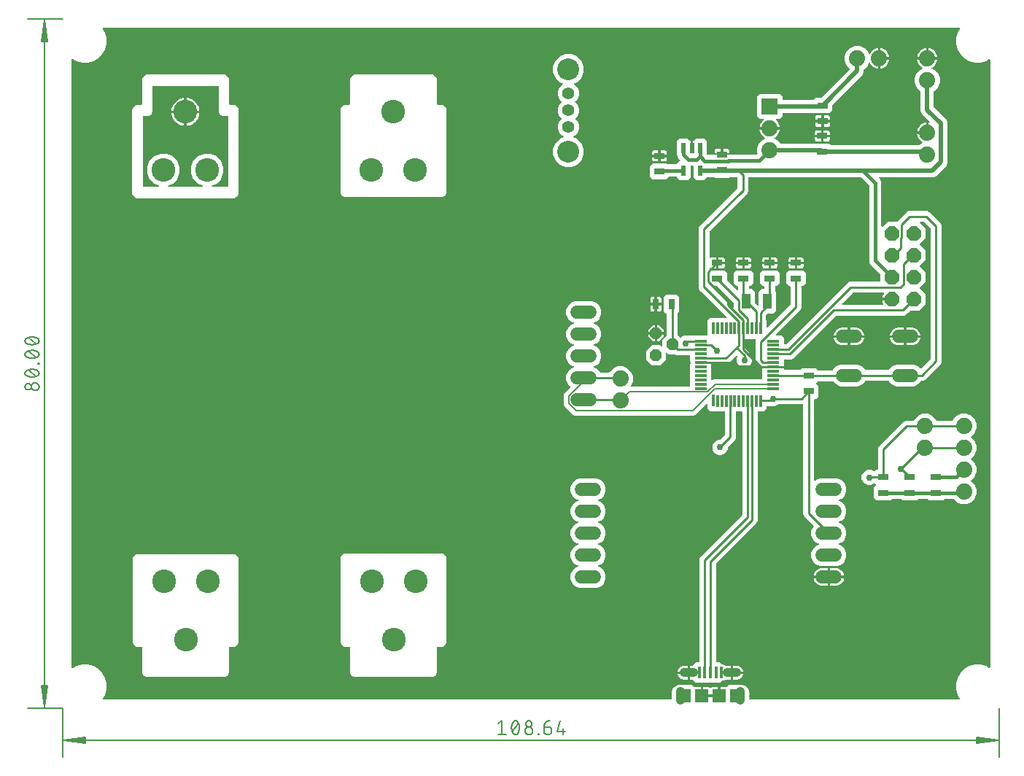
<source format=gbr>
G04 EAGLE Gerber RS-274X export*
G75*
%MOMM*%
%FSLAX34Y34*%
%LPD*%
%INTop Copper*%
%IPPOS*%
%AMOC8*
5,1,8,0,0,1.08239X$1,22.5*%
G01*
%ADD10C,0.130000*%
%ADD11C,0.152400*%
%ADD12C,1.879600*%
%ADD13C,2.743200*%
%ADD14R,1.879600X1.879600*%
%ADD15C,1.524000*%
%ADD16R,0.300000X1.450000*%
%ADD17R,1.450000X0.300000*%
%ADD18R,1.000000X1.800000*%
%ADD19R,1.200000X0.800000*%
%ADD20P,1.814519X8X292.500000*%
%ADD21R,0.550000X1.200000*%
%ADD22P,1.429621X8X292.500000*%
%ADD23R,0.800000X1.200000*%
%ADD24C,1.422400*%
%ADD25C,2.540000*%
%ADD26R,0.400000X1.350000*%
%ADD27C,1.058000*%
%ADD28C,1.008000*%
%ADD29R,1.500000X1.550000*%
%ADD30C,0.254000*%
%ADD31C,0.508000*%
%ADD32C,0.406400*%
%ADD33C,0.756400*%

G36*
X705575Y10176D02*
X705575Y10176D01*
X705669Y10184D01*
X705696Y10196D01*
X705724Y10200D01*
X705808Y10245D01*
X705895Y10283D01*
X705916Y10302D01*
X705941Y10316D01*
X706007Y10384D01*
X706077Y10448D01*
X706096Y10479D01*
X706111Y10494D01*
X706125Y10524D01*
X706166Y10590D01*
X706397Y11066D01*
X706399Y11072D01*
X706402Y11077D01*
X706434Y11190D01*
X706467Y11302D01*
X706467Y11308D01*
X706469Y11314D01*
X706469Y11481D01*
X706300Y13011D01*
X706333Y13052D01*
X706357Y13095D01*
X706390Y13133D01*
X706418Y13202D01*
X706454Y13266D01*
X706463Y13315D01*
X706482Y13361D01*
X706495Y13483D01*
X706500Y13508D01*
X706499Y13516D01*
X706500Y13528D01*
X706500Y14928D01*
X706492Y14976D01*
X706494Y15025D01*
X706473Y15097D01*
X706461Y15171D01*
X706438Y15214D01*
X706424Y15261D01*
X706357Y15367D01*
X706345Y15388D01*
X706340Y15393D01*
X706334Y15403D01*
X706296Y15450D01*
X706469Y16982D01*
X706469Y16988D01*
X706470Y16994D01*
X706467Y17051D01*
X706466Y17052D01*
X706463Y17111D01*
X706457Y17228D01*
X706454Y17233D01*
X706454Y17239D01*
X706398Y17398D01*
X706215Y17778D01*
X706458Y18470D01*
X706465Y18514D01*
X706482Y18555D01*
X706498Y18698D01*
X706500Y18713D01*
X706500Y18716D01*
X706500Y18722D01*
X706500Y19081D01*
X706511Y19091D01*
X706542Y19135D01*
X706581Y19172D01*
X706614Y19234D01*
X706655Y19291D01*
X706670Y19342D01*
X706695Y19390D01*
X706706Y19459D01*
X706727Y19526D01*
X706726Y19580D01*
X706734Y19632D01*
X706721Y19743D01*
X706721Y19772D01*
X706717Y19782D01*
X706715Y19799D01*
X706654Y20066D01*
X706759Y20233D01*
X706793Y20313D01*
X706834Y20389D01*
X706845Y20436D01*
X706855Y20460D01*
X706857Y20490D01*
X706871Y20553D01*
X706894Y20749D01*
X707174Y20973D01*
X707204Y21006D01*
X707240Y21032D01*
X707327Y21142D01*
X707336Y21151D01*
X707337Y21153D01*
X707339Y21156D01*
X707341Y21159D01*
X707344Y21163D01*
X707424Y21291D01*
X707425Y21293D01*
X707426Y21294D01*
X707498Y21445D01*
X707548Y21588D01*
X707556Y21631D01*
X707573Y21673D01*
X707588Y21816D01*
X707591Y21830D01*
X707590Y21834D01*
X707591Y21839D01*
X707591Y22198D01*
X707731Y22338D01*
X707782Y22408D01*
X707839Y22474D01*
X707859Y22516D01*
X707875Y22538D01*
X707884Y22567D01*
X707911Y22625D01*
X707977Y22811D01*
X708300Y22967D01*
X708336Y22993D01*
X708377Y23010D01*
X708489Y23099D01*
X708501Y23108D01*
X708503Y23111D01*
X708508Y23115D01*
X708615Y23222D01*
X708616Y23223D01*
X708617Y23224D01*
X708721Y23355D01*
X708802Y23483D01*
X708819Y23524D01*
X708844Y23560D01*
X708891Y23696D01*
X708897Y23710D01*
X708897Y23714D01*
X708899Y23719D01*
X708979Y24069D01*
X709147Y24174D01*
X709212Y24231D01*
X709282Y24282D01*
X709311Y24319D01*
X709331Y24337D01*
X709346Y24363D01*
X709386Y24413D01*
X709491Y24581D01*
X709841Y24661D01*
X709882Y24677D01*
X709926Y24685D01*
X710055Y24748D01*
X710069Y24753D01*
X710072Y24756D01*
X710077Y24758D01*
X710205Y24839D01*
X710206Y24840D01*
X710207Y24840D01*
X710338Y24945D01*
X710445Y25052D01*
X710471Y25088D01*
X710504Y25118D01*
X710580Y25240D01*
X710589Y25252D01*
X710590Y25255D01*
X710593Y25260D01*
X710749Y25583D01*
X710935Y25649D01*
X711011Y25690D01*
X711091Y25724D01*
X711128Y25754D01*
X711151Y25766D01*
X711172Y25789D01*
X711222Y25829D01*
X711362Y25969D01*
X711721Y25969D01*
X711764Y25976D01*
X711809Y25974D01*
X711949Y26006D01*
X711964Y26009D01*
X711967Y26010D01*
X711972Y26012D01*
X712115Y26062D01*
X712116Y26062D01*
X712118Y26063D01*
X712269Y26136D01*
X712397Y26216D01*
X712430Y26245D01*
X712468Y26267D01*
X712570Y26369D01*
X712581Y26379D01*
X712583Y26382D01*
X712587Y26386D01*
X712811Y26666D01*
X713007Y26689D01*
X713091Y26712D01*
X713176Y26727D01*
X713219Y26748D01*
X713244Y26755D01*
X713269Y26773D01*
X713327Y26801D01*
X713495Y26906D01*
X713761Y26845D01*
X713814Y26842D01*
X713866Y26829D01*
X713936Y26834D01*
X714006Y26830D01*
X714058Y26844D01*
X714111Y26848D01*
X714176Y26875D01*
X714244Y26894D01*
X714288Y26923D01*
X714338Y26944D01*
X714425Y27014D01*
X714449Y27030D01*
X714455Y27038D01*
X714469Y27049D01*
X714479Y27060D01*
X714838Y27060D01*
X714882Y27067D01*
X714926Y27065D01*
X715066Y27097D01*
X715081Y27099D01*
X715084Y27101D01*
X715090Y27102D01*
X715782Y27345D01*
X716162Y27162D01*
X716168Y27160D01*
X716173Y27156D01*
X716287Y27125D01*
X716398Y27092D01*
X716404Y27092D01*
X716410Y27091D01*
X716578Y27091D01*
X718110Y27264D01*
X718157Y27226D01*
X718200Y27202D01*
X718237Y27170D01*
X718307Y27142D01*
X718372Y27106D01*
X718420Y27096D01*
X718465Y27078D01*
X718590Y27064D01*
X718614Y27060D01*
X718621Y27061D01*
X718632Y27060D01*
X726064Y27060D01*
X726154Y27074D01*
X726245Y27082D01*
X726275Y27094D01*
X726307Y27099D01*
X726326Y27110D01*
X730693Y27110D01*
X733075Y24727D01*
X733130Y24688D01*
X733178Y24641D01*
X733229Y24617D01*
X733275Y24584D01*
X733339Y24564D01*
X733400Y24535D01*
X733456Y24528D01*
X733510Y24512D01*
X733577Y24513D01*
X733644Y24505D01*
X733707Y24515D01*
X740063Y24515D01*
X740063Y14986D01*
X740066Y14966D01*
X740064Y14947D01*
X740086Y14845D01*
X740103Y14743D01*
X740112Y14726D01*
X740116Y14706D01*
X740169Y14617D01*
X740218Y14526D01*
X740232Y14512D01*
X740242Y14495D01*
X740321Y14428D01*
X740396Y14357D01*
X740414Y14348D01*
X740429Y14335D01*
X740525Y14296D01*
X740619Y14253D01*
X740639Y14251D01*
X740657Y14243D01*
X740824Y14225D01*
X741587Y14225D01*
X741587Y13462D01*
X741590Y13442D01*
X741588Y13423D01*
X741610Y13321D01*
X741627Y13219D01*
X741636Y13202D01*
X741640Y13182D01*
X741693Y13093D01*
X741742Y13002D01*
X741756Y12988D01*
X741766Y12971D01*
X741845Y12904D01*
X741920Y12833D01*
X741938Y12824D01*
X741953Y12811D01*
X742049Y12772D01*
X742143Y12729D01*
X742163Y12727D01*
X742181Y12719D01*
X742348Y12701D01*
X760824Y12701D01*
X760844Y12704D01*
X760863Y12702D01*
X760965Y12724D01*
X761067Y12741D01*
X761084Y12750D01*
X761104Y12754D01*
X761193Y12807D01*
X761284Y12856D01*
X761298Y12870D01*
X761315Y12880D01*
X761382Y12959D01*
X761453Y13034D01*
X761462Y13052D01*
X761475Y13067D01*
X761514Y13163D01*
X761557Y13257D01*
X761559Y13277D01*
X761567Y13295D01*
X761585Y13462D01*
X761585Y14225D01*
X762348Y14225D01*
X762368Y14228D01*
X762387Y14226D01*
X762489Y14248D01*
X762591Y14265D01*
X762608Y14274D01*
X762628Y14278D01*
X762717Y14331D01*
X762808Y14380D01*
X762822Y14394D01*
X762839Y14404D01*
X762906Y14483D01*
X762977Y14558D01*
X762986Y14576D01*
X762999Y14591D01*
X763038Y14687D01*
X763081Y14781D01*
X763083Y14801D01*
X763091Y14819D01*
X763109Y14986D01*
X763109Y24515D01*
X769453Y24515D01*
X769469Y24513D01*
X769534Y24497D01*
X769590Y24501D01*
X769646Y24495D01*
X769712Y24511D01*
X769779Y24516D01*
X769831Y24538D01*
X769886Y24550D01*
X769944Y24586D01*
X770006Y24612D01*
X770067Y24662D01*
X770096Y24679D01*
X770109Y24695D01*
X770137Y24717D01*
X772479Y27060D01*
X784573Y27060D01*
X784621Y27067D01*
X784668Y27066D01*
X784741Y27087D01*
X784816Y27099D01*
X784858Y27122D01*
X784904Y27135D01*
X785014Y27204D01*
X785033Y27215D01*
X785038Y27219D01*
X785046Y27225D01*
X785100Y27267D01*
X786629Y27091D01*
X786635Y27092D01*
X786641Y27090D01*
X786758Y27097D01*
X786875Y27103D01*
X786881Y27105D01*
X786887Y27106D01*
X787045Y27161D01*
X787426Y27343D01*
X788106Y27103D01*
X788150Y27095D01*
X788192Y27078D01*
X788331Y27063D01*
X788348Y27060D01*
X788352Y27060D01*
X788359Y27060D01*
X788718Y27060D01*
X788734Y27043D01*
X788777Y27012D01*
X788813Y26974D01*
X788876Y26941D01*
X788934Y26899D01*
X788984Y26884D01*
X789031Y26859D01*
X789101Y26848D01*
X789169Y26827D01*
X789222Y26828D01*
X789274Y26820D01*
X789387Y26833D01*
X789415Y26833D01*
X789425Y26837D01*
X789440Y26839D01*
X789709Y26899D01*
X789878Y26793D01*
X789958Y26759D01*
X790034Y26718D01*
X790080Y26707D01*
X790104Y26697D01*
X790135Y26694D01*
X790197Y26680D01*
X790395Y26657D01*
X790620Y26375D01*
X790652Y26345D01*
X790678Y26309D01*
X790790Y26219D01*
X790802Y26209D01*
X790805Y26208D01*
X790809Y26204D01*
X790933Y26126D01*
X790935Y26125D01*
X790936Y26125D01*
X791087Y26052D01*
X791225Y26003D01*
X791269Y25995D01*
X791310Y25978D01*
X791453Y25962D01*
X791467Y25960D01*
X791471Y25960D01*
X791477Y25959D01*
X791837Y25959D01*
X791978Y25817D01*
X792048Y25766D01*
X792113Y25709D01*
X792156Y25688D01*
X792177Y25673D01*
X792207Y25664D01*
X792264Y25636D01*
X792452Y25570D01*
X792608Y25245D01*
X792633Y25208D01*
X792650Y25168D01*
X792740Y25055D01*
X792748Y25043D01*
X792751Y25041D01*
X792755Y25036D01*
X792858Y24932D01*
X792859Y24931D01*
X792860Y24930D01*
X792991Y24826D01*
X793116Y24747D01*
X793157Y24730D01*
X793193Y24704D01*
X793328Y24657D01*
X793342Y24651D01*
X793346Y24651D01*
X793351Y24649D01*
X793702Y24568D01*
X793808Y24399D01*
X793865Y24334D01*
X793916Y24263D01*
X793953Y24234D01*
X793970Y24214D01*
X793997Y24199D01*
X794047Y24159D01*
X794215Y24052D01*
X794295Y23701D01*
X794311Y23659D01*
X794319Y23616D01*
X794330Y23592D01*
X794332Y23583D01*
X794344Y23564D01*
X794381Y23487D01*
X794387Y23473D01*
X794389Y23470D01*
X794392Y23465D01*
X794470Y23340D01*
X794470Y23339D01*
X794471Y23338D01*
X794576Y23206D01*
X794679Y23103D01*
X794715Y23077D01*
X794745Y23044D01*
X794866Y22967D01*
X794878Y22958D01*
X794882Y22957D01*
X794887Y22954D01*
X795211Y22797D01*
X795277Y22609D01*
X795318Y22533D01*
X795352Y22453D01*
X795381Y22415D01*
X795394Y22393D01*
X795416Y22371D01*
X795456Y22321D01*
X795597Y22180D01*
X795596Y21819D01*
X795603Y21776D01*
X795601Y21731D01*
X795632Y21591D01*
X795635Y21577D01*
X795637Y21573D01*
X795638Y21568D01*
X795686Y21429D01*
X795687Y21428D01*
X795687Y21427D01*
X795760Y21275D01*
X795837Y21151D01*
X795867Y21118D01*
X795888Y21079D01*
X795990Y20977D01*
X796000Y20966D01*
X796003Y20964D01*
X796007Y20960D01*
X796288Y20735D01*
X796310Y20537D01*
X796333Y20453D01*
X796349Y20368D01*
X796369Y20325D01*
X796376Y20300D01*
X796394Y20274D01*
X796421Y20217D01*
X796527Y20048D01*
X796467Y19791D01*
X796464Y19736D01*
X796451Y19684D01*
X796456Y19615D01*
X796452Y19545D01*
X796466Y19493D01*
X796470Y19439D01*
X796497Y19375D01*
X796515Y19308D01*
X796545Y19262D01*
X796566Y19212D01*
X796634Y19127D01*
X796651Y19103D01*
X796660Y19096D01*
X796671Y19081D01*
X796672Y19081D01*
X796672Y18718D01*
X796679Y18675D01*
X796677Y18632D01*
X796709Y18487D01*
X796711Y18475D01*
X796713Y18473D01*
X796714Y18468D01*
X796959Y17762D01*
X796775Y17382D01*
X796773Y17376D01*
X796770Y17371D01*
X796738Y17258D01*
X796705Y17146D01*
X796705Y17140D01*
X796703Y17134D01*
X796703Y16967D01*
X796872Y15437D01*
X796839Y15396D01*
X796815Y15353D01*
X796782Y15315D01*
X796754Y15246D01*
X796718Y15182D01*
X796709Y15133D01*
X796690Y15087D01*
X796677Y14965D01*
X796672Y14940D01*
X796673Y14932D01*
X796672Y14920D01*
X796672Y13520D01*
X796680Y13472D01*
X796678Y13423D01*
X796699Y13351D01*
X796711Y13277D01*
X796734Y13234D01*
X796748Y13187D01*
X796815Y13081D01*
X796827Y13060D01*
X796832Y13055D01*
X796838Y13045D01*
X796876Y12998D01*
X796703Y11466D01*
X796703Y11460D01*
X796702Y11454D01*
X796709Y11337D01*
X796715Y11220D01*
X796718Y11215D01*
X796718Y11209D01*
X796774Y11050D01*
X796994Y10592D01*
X797049Y10513D01*
X797099Y10431D01*
X797120Y10413D01*
X797136Y10390D01*
X797213Y10333D01*
X797285Y10271D01*
X797311Y10261D01*
X797334Y10244D01*
X797425Y10215D01*
X797514Y10179D01*
X797548Y10175D01*
X797568Y10169D01*
X797601Y10170D01*
X797680Y10161D01*
X1040147Y10161D01*
X1040241Y10176D01*
X1040336Y10185D01*
X1040362Y10196D01*
X1040390Y10200D01*
X1040474Y10245D01*
X1040561Y10283D01*
X1040582Y10302D01*
X1040607Y10316D01*
X1040672Y10385D01*
X1040743Y10449D01*
X1040757Y10473D01*
X1040776Y10494D01*
X1040816Y10580D01*
X1040863Y10664D01*
X1040868Y10691D01*
X1040880Y10717D01*
X1040890Y10812D01*
X1040908Y10905D01*
X1040904Y10933D01*
X1040907Y10961D01*
X1040887Y11055D01*
X1040873Y11149D01*
X1040859Y11181D01*
X1040855Y11202D01*
X1040838Y11230D01*
X1040806Y11303D01*
X1038274Y15688D01*
X1036559Y22088D01*
X1036559Y28712D01*
X1038274Y35112D01*
X1041586Y40849D01*
X1046271Y45534D01*
X1052008Y48846D01*
X1058408Y50561D01*
X1065032Y50561D01*
X1071432Y48846D01*
X1075057Y46753D01*
X1075146Y46719D01*
X1075233Y46679D01*
X1075261Y46676D01*
X1075287Y46666D01*
X1075383Y46662D01*
X1075477Y46652D01*
X1075505Y46658D01*
X1075533Y46657D01*
X1075625Y46684D01*
X1075718Y46704D01*
X1075742Y46719D01*
X1075769Y46727D01*
X1075847Y46781D01*
X1075929Y46830D01*
X1075947Y46852D01*
X1075970Y46868D01*
X1076027Y46945D01*
X1076089Y47017D01*
X1076099Y47043D01*
X1076116Y47066D01*
X1076145Y47157D01*
X1076181Y47245D01*
X1076185Y47281D01*
X1076191Y47300D01*
X1076191Y47333D01*
X1076199Y47412D01*
X1076199Y752688D01*
X1076184Y752782D01*
X1076175Y752877D01*
X1076164Y752903D01*
X1076160Y752931D01*
X1076115Y753015D01*
X1076077Y753102D01*
X1076058Y753123D01*
X1076044Y753148D01*
X1075975Y753214D01*
X1075911Y753284D01*
X1075887Y753298D01*
X1075866Y753317D01*
X1075780Y753358D01*
X1075696Y753404D01*
X1075669Y753409D01*
X1075643Y753421D01*
X1075548Y753432D01*
X1075455Y753449D01*
X1075427Y753445D01*
X1075399Y753448D01*
X1075305Y753428D01*
X1075211Y753415D01*
X1075179Y753400D01*
X1075158Y753396D01*
X1075130Y753379D01*
X1075057Y753347D01*
X1071432Y751254D01*
X1065032Y749539D01*
X1058408Y749539D01*
X1052008Y751254D01*
X1046271Y754566D01*
X1041586Y759251D01*
X1038274Y764988D01*
X1036559Y771388D01*
X1036559Y778012D01*
X1038274Y784412D01*
X1040748Y788697D01*
X1040782Y788786D01*
X1040822Y788873D01*
X1040825Y788901D01*
X1040835Y788927D01*
X1040839Y789023D01*
X1040849Y789117D01*
X1040843Y789145D01*
X1040844Y789173D01*
X1040817Y789265D01*
X1040797Y789358D01*
X1040783Y789382D01*
X1040775Y789409D01*
X1040720Y789487D01*
X1040671Y789569D01*
X1040649Y789587D01*
X1040633Y789610D01*
X1040556Y789667D01*
X1040484Y789729D01*
X1040458Y789739D01*
X1040435Y789756D01*
X1040344Y789785D01*
X1040256Y789821D01*
X1040221Y789825D01*
X1040201Y789831D01*
X1040168Y789831D01*
X1040089Y789839D01*
X47031Y789839D01*
X46937Y789824D01*
X46842Y789815D01*
X46816Y789804D01*
X46788Y789800D01*
X46704Y789755D01*
X46617Y789717D01*
X46596Y789698D01*
X46571Y789684D01*
X46505Y789615D01*
X46435Y789551D01*
X46421Y789527D01*
X46401Y789506D01*
X46361Y789420D01*
X46315Y789336D01*
X46310Y789309D01*
X46298Y789283D01*
X46287Y789188D01*
X46270Y789095D01*
X46274Y789067D01*
X46271Y789039D01*
X46291Y788945D01*
X46304Y788851D01*
X46319Y788819D01*
X46323Y788798D01*
X46340Y788770D01*
X46372Y788697D01*
X48846Y784412D01*
X50561Y778012D01*
X50561Y771388D01*
X48846Y764988D01*
X45534Y759251D01*
X40849Y754566D01*
X35112Y751254D01*
X28712Y749539D01*
X22088Y749539D01*
X15688Y751254D01*
X11303Y753786D01*
X11214Y753820D01*
X11127Y753860D01*
X11099Y753863D01*
X11073Y753873D01*
X10977Y753877D01*
X10883Y753887D01*
X10855Y753881D01*
X10827Y753882D01*
X10735Y753855D01*
X10642Y753835D01*
X10618Y753820D01*
X10591Y753812D01*
X10513Y753757D01*
X10431Y753709D01*
X10413Y753687D01*
X10390Y753671D01*
X10333Y753594D01*
X10271Y753522D01*
X10261Y753495D01*
X10244Y753473D01*
X10215Y753382D01*
X10179Y753293D01*
X10175Y753258D01*
X10169Y753238D01*
X10169Y753205D01*
X10161Y753127D01*
X10161Y46973D01*
X10176Y46879D01*
X10185Y46784D01*
X10196Y46758D01*
X10200Y46730D01*
X10245Y46646D01*
X10283Y46559D01*
X10302Y46538D01*
X10316Y46513D01*
X10385Y46448D01*
X10449Y46377D01*
X10473Y46363D01*
X10494Y46344D01*
X10580Y46304D01*
X10664Y46257D01*
X10691Y46252D01*
X10717Y46240D01*
X10812Y46230D01*
X10905Y46212D01*
X10933Y46216D01*
X10961Y46213D01*
X11055Y46233D01*
X11149Y46247D01*
X11181Y46261D01*
X11202Y46265D01*
X11230Y46282D01*
X11303Y46314D01*
X15688Y48846D01*
X22088Y50561D01*
X28712Y50561D01*
X35112Y48846D01*
X40849Y45534D01*
X45534Y40849D01*
X48846Y35112D01*
X50561Y28712D01*
X50561Y22088D01*
X48846Y15688D01*
X46314Y11303D01*
X46280Y11214D01*
X46240Y11127D01*
X46237Y11099D01*
X46227Y11073D01*
X46223Y10977D01*
X46213Y10883D01*
X46219Y10855D01*
X46218Y10827D01*
X46245Y10735D01*
X46265Y10642D01*
X46280Y10618D01*
X46288Y10591D01*
X46343Y10513D01*
X46391Y10431D01*
X46413Y10413D01*
X46429Y10390D01*
X46506Y10333D01*
X46578Y10271D01*
X46605Y10261D01*
X46627Y10244D01*
X46718Y10215D01*
X46807Y10179D01*
X46842Y10175D01*
X46862Y10169D01*
X46895Y10169D01*
X46973Y10161D01*
X705481Y10161D01*
X705575Y10176D01*
G37*
%LPC*%
G36*
X734481Y29393D02*
X734481Y29393D01*
X731505Y32369D01*
X731505Y32632D01*
X731502Y32652D01*
X731504Y32671D01*
X731482Y32773D01*
X731466Y32875D01*
X731456Y32892D01*
X731452Y32912D01*
X731399Y33001D01*
X731350Y33092D01*
X731336Y33106D01*
X731326Y33123D01*
X731247Y33190D01*
X731172Y33262D01*
X731154Y33270D01*
X731139Y33283D01*
X731043Y33322D01*
X730949Y33365D01*
X730929Y33367D01*
X730911Y33375D01*
X730744Y33393D01*
X727960Y33393D01*
X727960Y40611D01*
X727957Y40630D01*
X727958Y40635D01*
X727959Y40650D01*
X727937Y40752D01*
X727921Y40854D01*
X727911Y40871D01*
X727907Y40891D01*
X727854Y40980D01*
X727805Y41071D01*
X727791Y41085D01*
X727781Y41102D01*
X727702Y41169D01*
X727645Y41223D01*
X727659Y41231D01*
X727673Y41245D01*
X727690Y41255D01*
X727757Y41334D01*
X727829Y41409D01*
X727837Y41427D01*
X727850Y41442D01*
X727889Y41539D01*
X727932Y41632D01*
X727934Y41652D01*
X727942Y41670D01*
X727960Y41837D01*
X727960Y49055D01*
X730744Y49055D01*
X730764Y49058D01*
X730783Y49056D01*
X730885Y49078D01*
X730987Y49094D01*
X731004Y49104D01*
X731024Y49108D01*
X731113Y49161D01*
X731204Y49210D01*
X731218Y49224D01*
X731235Y49234D01*
X731302Y49313D01*
X731374Y49388D01*
X731382Y49406D01*
X731395Y49421D01*
X731434Y49517D01*
X731477Y49611D01*
X731479Y49631D01*
X731487Y49649D01*
X731505Y49816D01*
X731505Y50079D01*
X734481Y53055D01*
X737974Y53055D01*
X737994Y53058D01*
X738013Y53056D01*
X738115Y53078D01*
X738217Y53094D01*
X738234Y53104D01*
X738254Y53108D01*
X738343Y53161D01*
X738434Y53210D01*
X738448Y53224D01*
X738465Y53234D01*
X738532Y53313D01*
X738604Y53388D01*
X738612Y53406D01*
X738625Y53421D01*
X738664Y53517D01*
X738707Y53611D01*
X738709Y53631D01*
X738717Y53649D01*
X738735Y53816D01*
X738735Y173071D01*
X739702Y175405D01*
X788246Y223950D01*
X788299Y224024D01*
X788359Y224093D01*
X788371Y224123D01*
X788390Y224149D01*
X788417Y224236D01*
X788451Y224321D01*
X788455Y224362D01*
X788462Y224384D01*
X788461Y224417D01*
X788469Y224488D01*
X788469Y343688D01*
X788466Y343708D01*
X788468Y343727D01*
X788446Y343829D01*
X788430Y343931D01*
X788420Y343948D01*
X788416Y343968D01*
X788363Y344057D01*
X788314Y344148D01*
X788300Y344162D01*
X788290Y344179D01*
X788211Y344246D01*
X788136Y344318D01*
X788118Y344326D01*
X788103Y344339D01*
X788007Y344378D01*
X787913Y344421D01*
X787893Y344423D01*
X787875Y344431D01*
X787708Y344449D01*
X781812Y344449D01*
X781792Y344446D01*
X781773Y344448D01*
X781671Y344426D01*
X781569Y344410D01*
X781552Y344400D01*
X781532Y344396D01*
X781443Y344343D01*
X781352Y344294D01*
X781338Y344280D01*
X781321Y344270D01*
X781254Y344191D01*
X781182Y344116D01*
X781174Y344098D01*
X781161Y344083D01*
X781122Y343987D01*
X781079Y343893D01*
X781077Y343873D01*
X781069Y343855D01*
X781051Y343688D01*
X781051Y313443D01*
X780084Y311109D01*
X771848Y302872D01*
X771795Y302798D01*
X771735Y302729D01*
X771723Y302699D01*
X771704Y302673D01*
X771677Y302586D01*
X771643Y302501D01*
X771639Y302460D01*
X771632Y302438D01*
X771633Y302405D01*
X771625Y302334D01*
X771625Y301005D01*
X770275Y297748D01*
X767782Y295255D01*
X764525Y293905D01*
X760999Y293905D01*
X757742Y295255D01*
X755249Y297748D01*
X753899Y301005D01*
X753899Y304531D01*
X755249Y307788D01*
X757742Y310281D01*
X760999Y311631D01*
X762328Y311631D01*
X762418Y311645D01*
X762509Y311653D01*
X762539Y311665D01*
X762571Y311670D01*
X762652Y311713D01*
X762735Y311749D01*
X762768Y311775D01*
X762788Y311786D01*
X762810Y311809D01*
X762866Y311854D01*
X768126Y317114D01*
X768179Y317188D01*
X768239Y317257D01*
X768251Y317287D01*
X768270Y317313D01*
X768297Y317400D01*
X768331Y317485D01*
X768335Y317526D01*
X768342Y317548D01*
X768341Y317581D01*
X768349Y317652D01*
X768349Y343688D01*
X768346Y343708D01*
X768348Y343727D01*
X768326Y343829D01*
X768310Y343931D01*
X768300Y343948D01*
X768296Y343968D01*
X768243Y344057D01*
X768194Y344148D01*
X768180Y344162D01*
X768170Y344179D01*
X768091Y344246D01*
X768016Y344318D01*
X767998Y344326D01*
X767983Y344339D01*
X767887Y344378D01*
X767793Y344421D01*
X767773Y344423D01*
X767755Y344431D01*
X767588Y344449D01*
X756215Y344449D01*
X756138Y344526D01*
X756065Y344579D01*
X755995Y344639D01*
X755965Y344651D01*
X755939Y344670D01*
X755852Y344697D01*
X755767Y344731D01*
X755726Y344735D01*
X755704Y344742D01*
X755671Y344741D01*
X755600Y344749D01*
X751215Y344749D01*
X748239Y347725D01*
X748239Y352805D01*
X748228Y352876D01*
X748226Y352948D01*
X748208Y352996D01*
X748200Y353048D01*
X748166Y353111D01*
X748141Y353179D01*
X748109Y353219D01*
X748084Y353265D01*
X748032Y353315D01*
X747988Y353371D01*
X747944Y353399D01*
X747906Y353435D01*
X747841Y353465D01*
X747781Y353504D01*
X747730Y353516D01*
X747683Y353538D01*
X747612Y353546D01*
X747542Y353564D01*
X747490Y353560D01*
X747439Y353565D01*
X747368Y353550D01*
X747297Y353545D01*
X747249Y353524D01*
X747198Y353513D01*
X747137Y353476D01*
X747071Y353448D01*
X747015Y353404D01*
X746987Y353387D01*
X746972Y353369D01*
X746940Y353343D01*
X734083Y340487D01*
X731936Y339597D01*
X594429Y339597D01*
X592281Y340487D01*
X582041Y350727D01*
X581151Y352875D01*
X581151Y363405D01*
X582041Y365553D01*
X588945Y372457D01*
X588957Y372473D01*
X588972Y372486D01*
X589028Y372573D01*
X589088Y372657D01*
X589094Y372676D01*
X589105Y372693D01*
X589130Y372793D01*
X589161Y372892D01*
X589160Y372912D01*
X589165Y372931D01*
X589157Y373034D01*
X589154Y373138D01*
X589148Y373156D01*
X589146Y373176D01*
X589106Y373271D01*
X589070Y373369D01*
X589057Y373384D01*
X589050Y373403D01*
X588945Y373534D01*
X586133Y376346D01*
X584199Y381014D01*
X584199Y386066D01*
X586133Y390734D01*
X589706Y394307D01*
X592674Y395537D01*
X592735Y395575D01*
X592800Y395604D01*
X592839Y395639D01*
X592883Y395666D01*
X592929Y395722D01*
X592982Y395770D01*
X593007Y395816D01*
X593040Y395856D01*
X593066Y395923D01*
X593100Y395986D01*
X593109Y396037D01*
X593128Y396085D01*
X593131Y396157D01*
X593144Y396228D01*
X593136Y396279D01*
X593138Y396331D01*
X593118Y396400D01*
X593108Y396471D01*
X593084Y396517D01*
X593070Y396567D01*
X593029Y396626D01*
X592997Y396690D01*
X592959Y396727D01*
X592930Y396769D01*
X592872Y396812D01*
X592821Y396862D01*
X592758Y396897D01*
X592732Y396916D01*
X592710Y396923D01*
X592674Y396943D01*
X589706Y398173D01*
X586133Y401746D01*
X584199Y406414D01*
X584199Y411466D01*
X586133Y416134D01*
X589706Y419707D01*
X592674Y420937D01*
X592735Y420975D01*
X592800Y421004D01*
X592839Y421039D01*
X592883Y421066D01*
X592929Y421122D01*
X592982Y421170D01*
X593007Y421216D01*
X593040Y421256D01*
X593066Y421323D01*
X593100Y421386D01*
X593109Y421437D01*
X593128Y421485D01*
X593131Y421557D01*
X593144Y421628D01*
X593136Y421679D01*
X593138Y421731D01*
X593118Y421800D01*
X593108Y421871D01*
X593084Y421917D01*
X593070Y421967D01*
X593029Y422026D01*
X592997Y422090D01*
X592959Y422127D01*
X592930Y422169D01*
X592872Y422212D01*
X592821Y422262D01*
X592758Y422297D01*
X592732Y422316D01*
X592710Y422323D01*
X592674Y422343D01*
X589706Y423573D01*
X586133Y427146D01*
X584199Y431814D01*
X584199Y436866D01*
X586133Y441534D01*
X589706Y445107D01*
X592674Y446337D01*
X592735Y446375D01*
X592800Y446404D01*
X592839Y446439D01*
X592883Y446466D01*
X592929Y446522D01*
X592982Y446570D01*
X593007Y446616D01*
X593040Y446656D01*
X593066Y446723D01*
X593100Y446786D01*
X593109Y446837D01*
X593128Y446885D01*
X593131Y446957D01*
X593144Y447028D01*
X593136Y447079D01*
X593138Y447131D01*
X593118Y447200D01*
X593108Y447271D01*
X593084Y447317D01*
X593070Y447367D01*
X593029Y447426D01*
X592997Y447490D01*
X592959Y447527D01*
X592930Y447569D01*
X592872Y447612D01*
X592821Y447662D01*
X592758Y447697D01*
X592732Y447716D01*
X592710Y447723D01*
X592674Y447743D01*
X589706Y448973D01*
X586133Y452546D01*
X584199Y457214D01*
X584199Y462266D01*
X586133Y466934D01*
X589706Y470507D01*
X594374Y472441D01*
X614666Y472441D01*
X619334Y470507D01*
X622907Y466934D01*
X624841Y462266D01*
X624841Y457214D01*
X622907Y452546D01*
X619334Y448973D01*
X616366Y447743D01*
X616305Y447706D01*
X616240Y447676D01*
X616201Y447641D01*
X616157Y447614D01*
X616111Y447559D01*
X616058Y447510D01*
X616033Y447464D01*
X616000Y447424D01*
X615974Y447357D01*
X615940Y447294D01*
X615931Y447243D01*
X615912Y447195D01*
X615909Y447123D01*
X615896Y447052D01*
X615904Y447001D01*
X615902Y446949D01*
X615922Y446880D01*
X615932Y446809D01*
X615956Y446763D01*
X615970Y446713D01*
X616011Y446654D01*
X616043Y446590D01*
X616081Y446553D01*
X616110Y446511D01*
X616168Y446468D01*
X616219Y446418D01*
X616282Y446383D01*
X616308Y446364D01*
X616330Y446357D01*
X616366Y446337D01*
X619334Y445107D01*
X622907Y441534D01*
X624841Y436866D01*
X624841Y431814D01*
X622907Y427146D01*
X619334Y423573D01*
X616366Y422343D01*
X616305Y422306D01*
X616240Y422276D01*
X616201Y422241D01*
X616157Y422214D01*
X616111Y422159D01*
X616058Y422110D01*
X616033Y422064D01*
X616000Y422024D01*
X615974Y421957D01*
X615940Y421894D01*
X615931Y421843D01*
X615912Y421795D01*
X615909Y421723D01*
X615896Y421652D01*
X615904Y421601D01*
X615902Y421549D01*
X615922Y421480D01*
X615932Y421409D01*
X615956Y421363D01*
X615970Y421313D01*
X616011Y421254D01*
X616043Y421190D01*
X616081Y421153D01*
X616110Y421111D01*
X616168Y421068D01*
X616219Y421018D01*
X616282Y420983D01*
X616308Y420964D01*
X616330Y420957D01*
X616366Y420937D01*
X619334Y419707D01*
X622907Y416134D01*
X624841Y411466D01*
X624841Y406414D01*
X622907Y401746D01*
X619334Y398173D01*
X616366Y396943D01*
X616305Y396906D01*
X616240Y396876D01*
X616201Y396841D01*
X616157Y396814D01*
X616111Y396759D01*
X616058Y396710D01*
X616033Y396664D01*
X616000Y396624D01*
X615974Y396557D01*
X615940Y396494D01*
X615931Y396443D01*
X615912Y396395D01*
X615909Y396323D01*
X615896Y396252D01*
X615904Y396201D01*
X615902Y396149D01*
X615922Y396080D01*
X615932Y396009D01*
X615956Y395963D01*
X615970Y395913D01*
X616011Y395854D01*
X616043Y395790D01*
X616081Y395753D01*
X616110Y395711D01*
X616168Y395668D01*
X616219Y395618D01*
X616282Y395583D01*
X616308Y395564D01*
X616330Y395557D01*
X616366Y395537D01*
X619334Y394307D01*
X622907Y390734D01*
X623062Y390361D01*
X623123Y390261D01*
X623183Y390161D01*
X623188Y390157D01*
X623192Y390152D01*
X623281Y390077D01*
X623370Y390001D01*
X623376Y389999D01*
X623381Y389995D01*
X623489Y389953D01*
X623599Y389909D01*
X623606Y389908D01*
X623611Y389907D01*
X623629Y389906D01*
X623765Y389891D01*
X633809Y389891D01*
X633924Y389909D01*
X634040Y389927D01*
X634046Y389929D01*
X634052Y389930D01*
X634155Y389985D01*
X634259Y390038D01*
X634264Y390043D01*
X634269Y390046D01*
X634350Y390130D01*
X634432Y390214D01*
X634435Y390220D01*
X634439Y390224D01*
X634447Y390241D01*
X634512Y390361D01*
X634664Y390726D01*
X638736Y394798D01*
X644058Y397003D01*
X649818Y397003D01*
X655140Y394798D01*
X659212Y390726D01*
X661417Y385404D01*
X661417Y379644D01*
X659240Y374389D01*
X659230Y374345D01*
X659210Y374303D01*
X659202Y374226D01*
X659184Y374150D01*
X659188Y374104D01*
X659183Y374059D01*
X659200Y373982D01*
X659207Y373905D01*
X659226Y373863D01*
X659235Y373818D01*
X659275Y373751D01*
X659307Y373680D01*
X659338Y373646D01*
X659362Y373607D01*
X659421Y373556D01*
X659473Y373499D01*
X659514Y373477D01*
X659549Y373447D01*
X659621Y373418D01*
X659689Y373381D01*
X659734Y373372D01*
X659777Y373355D01*
X659913Y373340D01*
X659931Y373337D01*
X659936Y373338D01*
X659943Y373337D01*
X727228Y373337D01*
X727248Y373340D01*
X727267Y373338D01*
X727369Y373360D01*
X727471Y373376D01*
X727488Y373386D01*
X727508Y373390D01*
X727597Y373443D01*
X727688Y373492D01*
X727702Y373506D01*
X727719Y373516D01*
X727786Y373595D01*
X727858Y373670D01*
X727866Y373688D01*
X727879Y373703D01*
X727918Y373799D01*
X727961Y373893D01*
X727963Y373913D01*
X727971Y373931D01*
X727989Y374098D01*
X727989Y399885D01*
X728846Y400742D01*
X728858Y400758D01*
X728874Y400770D01*
X728930Y400858D01*
X728990Y400941D01*
X728996Y400960D01*
X729007Y400977D01*
X729032Y401078D01*
X729062Y401177D01*
X729062Y401196D01*
X729067Y401216D01*
X729059Y401319D01*
X729056Y401422D01*
X729049Y401441D01*
X729048Y401461D01*
X729007Y401556D01*
X728972Y401653D01*
X728959Y401669D01*
X728951Y401687D01*
X728846Y401818D01*
X727989Y402675D01*
X727989Y409168D01*
X727986Y409188D01*
X727988Y409207D01*
X727966Y409309D01*
X727950Y409411D01*
X727940Y409428D01*
X727936Y409448D01*
X727883Y409537D01*
X727834Y409628D01*
X727820Y409642D01*
X727810Y409659D01*
X727731Y409726D01*
X727656Y409798D01*
X727638Y409806D01*
X727623Y409819D01*
X727527Y409858D01*
X727433Y409901D01*
X727413Y409903D01*
X727395Y409911D01*
X727228Y409929D01*
X712503Y409929D01*
X710127Y410913D01*
X710063Y410928D01*
X710002Y410953D01*
X709920Y410962D01*
X709888Y410969D01*
X709868Y410968D01*
X709836Y410971D01*
X702550Y410971D01*
X701324Y412197D01*
X701266Y412239D01*
X701214Y412288D01*
X701167Y412310D01*
X701125Y412341D01*
X701056Y412362D01*
X700991Y412392D01*
X700939Y412398D01*
X700889Y412413D01*
X700818Y412411D01*
X700747Y412419D01*
X700696Y412408D01*
X700644Y412407D01*
X700576Y412382D01*
X700506Y412367D01*
X700461Y412340D01*
X700413Y412322D01*
X700357Y412277D01*
X700295Y412241D01*
X700261Y412201D01*
X700221Y412168D01*
X700182Y412108D01*
X700135Y412054D01*
X700116Y412005D01*
X700088Y411962D01*
X700070Y411892D01*
X700043Y411825D01*
X700035Y411754D01*
X700027Y411723D01*
X700029Y411700D01*
X700025Y411659D01*
X700025Y405116D01*
X693180Y398271D01*
X683500Y398271D01*
X676655Y405116D01*
X676655Y414796D01*
X683500Y421641D01*
X693180Y421641D01*
X694406Y420415D01*
X694464Y420373D01*
X694516Y420324D01*
X694563Y420302D01*
X694605Y420271D01*
X694674Y420250D01*
X694739Y420220D01*
X694791Y420214D01*
X694841Y420199D01*
X694912Y420201D01*
X694983Y420193D01*
X695034Y420204D01*
X695086Y420205D01*
X695154Y420230D01*
X695224Y420245D01*
X695269Y420272D01*
X695317Y420290D01*
X695373Y420335D01*
X695435Y420371D01*
X695469Y420411D01*
X695509Y420444D01*
X695548Y420504D01*
X695595Y420558D01*
X695614Y420607D01*
X695642Y420650D01*
X695660Y420720D01*
X695687Y420787D01*
X695695Y420858D01*
X695703Y420889D01*
X695701Y420912D01*
X695705Y420953D01*
X695705Y427496D01*
X700816Y432607D01*
X700869Y432681D01*
X700929Y432750D01*
X700941Y432781D01*
X700960Y432807D01*
X700987Y432894D01*
X701021Y432979D01*
X701025Y433020D01*
X701032Y433042D01*
X701031Y433074D01*
X701039Y433145D01*
X701039Y457169D01*
X701036Y457189D01*
X701038Y457208D01*
X701016Y457310D01*
X701000Y457412D01*
X700990Y457429D01*
X700986Y457449D01*
X700933Y457538D01*
X700884Y457629D01*
X700870Y457643D01*
X700860Y457660D01*
X700781Y457727D01*
X700706Y457799D01*
X700688Y457807D01*
X700673Y457820D01*
X700577Y457859D01*
X700483Y457902D01*
X700463Y457904D01*
X700445Y457912D01*
X700278Y457930D01*
X700125Y457930D01*
X697149Y460906D01*
X697149Y477116D01*
X700125Y480092D01*
X712335Y480092D01*
X715311Y477116D01*
X715311Y460906D01*
X713964Y459559D01*
X713911Y459485D01*
X713851Y459416D01*
X713839Y459386D01*
X713820Y459360D01*
X713793Y459273D01*
X713759Y459188D01*
X713755Y459147D01*
X713748Y459125D01*
X713749Y459092D01*
X713741Y459021D01*
X713741Y433145D01*
X713755Y433055D01*
X713763Y432964D01*
X713775Y432935D01*
X713780Y432903D01*
X713823Y432822D01*
X713859Y432738D01*
X713885Y432706D01*
X713896Y432685D01*
X713919Y432663D01*
X713964Y432607D01*
X716277Y430294D01*
X716293Y430282D01*
X716305Y430267D01*
X716392Y430211D01*
X716476Y430150D01*
X716495Y430145D01*
X716512Y430134D01*
X716613Y430109D01*
X716711Y430078D01*
X716731Y430079D01*
X716751Y430074D01*
X716854Y430082D01*
X716957Y430084D01*
X716976Y430091D01*
X716996Y430093D01*
X717091Y430133D01*
X717188Y430169D01*
X717204Y430181D01*
X717222Y430189D01*
X717353Y430294D01*
X717991Y430931D01*
X721248Y432281D01*
X723613Y432281D01*
X723678Y432291D01*
X723744Y432292D01*
X723824Y432315D01*
X723856Y432320D01*
X723873Y432330D01*
X723905Y432339D01*
X724610Y432631D01*
X730420Y432631D01*
X730510Y432645D01*
X730601Y432653D01*
X730631Y432665D01*
X730663Y432670D01*
X730743Y432713D01*
X730828Y432749D01*
X730860Y432775D01*
X730880Y432786D01*
X730902Y432808D01*
X730904Y432809D01*
X730907Y432813D01*
X730959Y432854D01*
X730966Y432861D01*
X747478Y432861D01*
X747498Y432864D01*
X747517Y432862D01*
X747619Y432884D01*
X747721Y432900D01*
X747738Y432910D01*
X747758Y432914D01*
X747847Y432967D01*
X747938Y433016D01*
X747952Y433030D01*
X747969Y433040D01*
X748036Y433119D01*
X748108Y433194D01*
X748116Y433212D01*
X748129Y433227D01*
X748168Y433323D01*
X748211Y433417D01*
X748213Y433437D01*
X748221Y433455D01*
X748239Y433622D01*
X748239Y450135D01*
X751215Y453111D01*
X769371Y453111D01*
X769442Y453122D01*
X769514Y453124D01*
X769563Y453142D01*
X769614Y453150D01*
X769678Y453184D01*
X769745Y453209D01*
X769786Y453241D01*
X769832Y453266D01*
X769881Y453318D01*
X769937Y453362D01*
X769965Y453406D01*
X770001Y453444D01*
X770031Y453509D01*
X770070Y453569D01*
X770083Y453620D01*
X770105Y453667D01*
X770113Y453738D01*
X770130Y453808D01*
X770126Y453860D01*
X770132Y453911D01*
X770116Y453982D01*
X770111Y454053D01*
X770091Y454101D01*
X770079Y454152D01*
X770043Y454213D01*
X770015Y454279D01*
X769970Y454335D01*
X769953Y454363D01*
X769935Y454378D01*
X769910Y454410D01*
X740730Y483590D01*
X738836Y485484D01*
X737869Y487818D01*
X737869Y557269D01*
X738836Y559603D01*
X782858Y603626D01*
X782911Y603700D01*
X782971Y603769D01*
X782983Y603799D01*
X783002Y603825D01*
X783029Y603912D01*
X783063Y603997D01*
X783067Y604038D01*
X783074Y604060D01*
X783073Y604093D01*
X783081Y604164D01*
X783081Y615696D01*
X783078Y615716D01*
X783080Y615735D01*
X783058Y615837D01*
X783042Y615939D01*
X783032Y615956D01*
X783028Y615976D01*
X782975Y616065D01*
X782926Y616156D01*
X782912Y616170D01*
X782902Y616187D01*
X782823Y616254D01*
X782748Y616326D01*
X782730Y616334D01*
X782715Y616347D01*
X782619Y616386D01*
X782525Y616429D01*
X782505Y616431D01*
X782487Y616439D01*
X782320Y616457D01*
X773768Y616457D01*
X773678Y616443D01*
X773587Y616435D01*
X773557Y616423D01*
X773525Y616418D01*
X773444Y616375D01*
X773361Y616339D01*
X773328Y616313D01*
X773308Y616302D01*
X773286Y616279D01*
X773230Y616234D01*
X772899Y615903D01*
X756689Y615903D01*
X756151Y616441D01*
X756078Y616494D01*
X756008Y616554D01*
X755978Y616566D01*
X755952Y616585D01*
X755865Y616612D01*
X755780Y616646D01*
X755739Y616650D01*
X755717Y616657D01*
X755684Y616656D01*
X755613Y616664D01*
X748088Y616664D01*
X748068Y616661D01*
X748049Y616663D01*
X747947Y616641D01*
X747845Y616625D01*
X747828Y616615D01*
X747808Y616611D01*
X747719Y616558D01*
X747628Y616509D01*
X747614Y616495D01*
X747597Y616485D01*
X747530Y616406D01*
X747458Y616331D01*
X747450Y616313D01*
X747437Y616298D01*
X747432Y616286D01*
X744351Y613204D01*
X734641Y613204D01*
X731665Y616180D01*
X731665Y629158D01*
X731662Y629178D01*
X731664Y629197D01*
X731642Y629299D01*
X731626Y629401D01*
X731616Y629418D01*
X731612Y629438D01*
X731559Y629527D01*
X731510Y629618D01*
X731496Y629632D01*
X731486Y629649D01*
X731407Y629716D01*
X731332Y629788D01*
X731314Y629796D01*
X731299Y629809D01*
X731203Y629848D01*
X731109Y629891D01*
X731089Y629893D01*
X731071Y629901D01*
X730904Y629919D01*
X729088Y629919D01*
X729068Y629916D01*
X729049Y629918D01*
X728947Y629896D01*
X728845Y629880D01*
X728828Y629870D01*
X728808Y629866D01*
X728719Y629813D01*
X728628Y629764D01*
X728614Y629750D01*
X728597Y629740D01*
X728530Y629661D01*
X728458Y629586D01*
X728450Y629568D01*
X728437Y629553D01*
X728398Y629457D01*
X728355Y629363D01*
X728353Y629343D01*
X728345Y629325D01*
X728327Y629158D01*
X728327Y616180D01*
X725351Y613204D01*
X715641Y613204D01*
X712665Y616180D01*
X712665Y616411D01*
X712662Y616431D01*
X712664Y616450D01*
X712642Y616552D01*
X712626Y616654D01*
X712616Y616671D01*
X712612Y616691D01*
X712559Y616780D01*
X712510Y616871D01*
X712496Y616885D01*
X712486Y616902D01*
X712407Y616969D01*
X712332Y617041D01*
X712314Y617049D01*
X712299Y617062D01*
X712203Y617101D01*
X712109Y617144D01*
X712089Y617146D01*
X712071Y617154D01*
X711904Y617172D01*
X703871Y617172D01*
X703781Y617158D01*
X703690Y617150D01*
X703660Y617138D01*
X703628Y617133D01*
X703547Y617090D01*
X703464Y617054D01*
X703431Y617028D01*
X703411Y617017D01*
X703389Y616994D01*
X703333Y616949D01*
X700509Y614125D01*
X684299Y614125D01*
X681323Y617101D01*
X681323Y629311D01*
X684299Y632287D01*
X700509Y632287D01*
X701175Y631621D01*
X701248Y631568D01*
X701318Y631508D01*
X701348Y631496D01*
X701374Y631477D01*
X701461Y631450D01*
X701546Y631416D01*
X701587Y631412D01*
X701609Y631405D01*
X701642Y631406D01*
X701713Y631398D01*
X711904Y631398D01*
X711924Y631401D01*
X711943Y631399D01*
X712045Y631421D01*
X712147Y631437D01*
X712164Y631447D01*
X712184Y631451D01*
X712273Y631504D01*
X712364Y631553D01*
X712378Y631567D01*
X712395Y631577D01*
X712462Y631656D01*
X712534Y631731D01*
X712542Y631749D01*
X712555Y631764D01*
X712594Y631860D01*
X712637Y631954D01*
X712639Y631974D01*
X712647Y631992D01*
X712665Y632159D01*
X712665Y632390D01*
X715641Y635366D01*
X715702Y635366D01*
X715772Y635377D01*
X715844Y635379D01*
X715893Y635397D01*
X715944Y635405D01*
X716008Y635439D01*
X716075Y635464D01*
X716116Y635496D01*
X716162Y635521D01*
X716211Y635573D01*
X716267Y635617D01*
X716295Y635661D01*
X716331Y635699D01*
X716361Y635764D01*
X716400Y635824D01*
X716413Y635875D01*
X716435Y635922D01*
X716443Y635993D01*
X716460Y636063D01*
X716456Y636115D01*
X716462Y636166D01*
X716447Y636237D01*
X716441Y636308D01*
X716421Y636356D01*
X716410Y636407D01*
X716373Y636468D01*
X716345Y636534D01*
X716300Y636590D01*
X716283Y636618D01*
X716266Y636633D01*
X716240Y636665D01*
X714466Y638439D01*
X713383Y641053D01*
X713383Y641149D01*
X713369Y641239D01*
X713361Y641330D01*
X713349Y641360D01*
X713344Y641392D01*
X713301Y641473D01*
X713265Y641557D01*
X713239Y641589D01*
X713228Y641609D01*
X713205Y641631D01*
X713160Y641687D01*
X712665Y642182D01*
X712665Y658392D01*
X715641Y661368D01*
X725351Y661368D01*
X727668Y659051D01*
X727741Y658998D01*
X727811Y658938D01*
X727841Y658926D01*
X727867Y658907D01*
X727954Y658880D01*
X728039Y658846D01*
X728080Y658842D01*
X728102Y658835D01*
X728135Y658836D01*
X728206Y658828D01*
X728622Y658828D01*
X728622Y650900D01*
X728625Y650881D01*
X728623Y650861D01*
X728645Y650759D01*
X728661Y650657D01*
X728671Y650640D01*
X728675Y650620D01*
X728728Y650531D01*
X728777Y650440D01*
X728791Y650426D01*
X728801Y650409D01*
X728880Y650342D01*
X728955Y650271D01*
X728973Y650262D01*
X728988Y650249D01*
X729084Y650211D01*
X729178Y650167D01*
X729198Y650165D01*
X729216Y650157D01*
X729383Y650139D01*
X730609Y650139D01*
X730629Y650142D01*
X730648Y650140D01*
X730750Y650162D01*
X730852Y650179D01*
X730869Y650188D01*
X730889Y650192D01*
X730978Y650245D01*
X731069Y650294D01*
X731083Y650308D01*
X731100Y650318D01*
X731167Y650397D01*
X731239Y650472D01*
X731247Y650490D01*
X731260Y650505D01*
X731299Y650602D01*
X731342Y650695D01*
X731344Y650715D01*
X731352Y650733D01*
X731370Y650900D01*
X731370Y658828D01*
X731786Y658828D01*
X731876Y658842D01*
X731967Y658850D01*
X731997Y658862D01*
X732029Y658867D01*
X732110Y658910D01*
X732193Y658946D01*
X732226Y658972D01*
X732246Y658983D01*
X732268Y659006D01*
X732324Y659051D01*
X734641Y661368D01*
X744351Y661368D01*
X747327Y658392D01*
X747327Y643488D01*
X747341Y643397D01*
X747349Y643307D01*
X747361Y643277D01*
X747366Y643245D01*
X747409Y643164D01*
X747445Y643080D01*
X747471Y643048D01*
X747482Y643027D01*
X747505Y643005D01*
X747550Y642949D01*
X747735Y642764D01*
X747809Y642711D01*
X747879Y642651D01*
X747909Y642639D01*
X747935Y642620D01*
X748022Y642593D01*
X748107Y642559D01*
X748148Y642555D01*
X748170Y642548D01*
X748202Y642549D01*
X748274Y642541D01*
X764032Y642541D01*
X764052Y642544D01*
X764071Y642542D01*
X764173Y642564D01*
X764275Y642580D01*
X764292Y642590D01*
X764312Y642594D01*
X764401Y642647D01*
X764492Y642696D01*
X764506Y642710D01*
X764523Y642720D01*
X764590Y642799D01*
X764661Y642874D01*
X764670Y642892D01*
X764683Y642907D01*
X764714Y642985D01*
X764870Y642985D01*
X764901Y642933D01*
X764950Y642842D01*
X764964Y642828D01*
X764974Y642811D01*
X765053Y642744D01*
X765128Y642672D01*
X765146Y642664D01*
X765161Y642651D01*
X765257Y642612D01*
X765351Y642569D01*
X765371Y642567D01*
X765389Y642559D01*
X765556Y642541D01*
X770588Y642541D01*
X770652Y642551D01*
X770718Y642552D01*
X770798Y642575D01*
X770830Y642580D01*
X770848Y642590D01*
X770879Y642599D01*
X770932Y642621D01*
X804966Y642621D01*
X805056Y642635D01*
X805147Y642643D01*
X805177Y642655D01*
X805209Y642660D01*
X805290Y642703D01*
X805374Y642739D01*
X805406Y642765D01*
X805427Y642776D01*
X805449Y642799D01*
X805505Y642844D01*
X806033Y643371D01*
X806101Y643467D01*
X806171Y643560D01*
X806172Y643566D01*
X806176Y643571D01*
X806211Y643683D01*
X806247Y643794D01*
X806247Y643800D01*
X806249Y643806D01*
X806245Y643923D01*
X806244Y644040D01*
X806242Y644047D01*
X806242Y644052D01*
X806236Y644070D01*
X806198Y644201D01*
X805941Y644820D01*
X805941Y650580D01*
X808146Y655902D01*
X812218Y659974D01*
X814921Y661094D01*
X814956Y661116D01*
X814996Y661130D01*
X815047Y661170D01*
X815074Y661184D01*
X815085Y661196D01*
X815130Y661223D01*
X815156Y661256D01*
X815189Y661282D01*
X815234Y661350D01*
X815286Y661413D01*
X815301Y661452D01*
X815325Y661487D01*
X815345Y661566D01*
X815375Y661642D01*
X815376Y661684D01*
X815387Y661725D01*
X815382Y661807D01*
X815385Y661888D01*
X815373Y661929D01*
X815370Y661970D01*
X815339Y662046D01*
X815316Y662124D01*
X815293Y662159D01*
X815277Y662198D01*
X815223Y662259D01*
X815176Y662326D01*
X815143Y662352D01*
X815115Y662383D01*
X814986Y662468D01*
X814979Y662473D01*
X814977Y662474D01*
X814975Y662475D01*
X814163Y662889D01*
X812642Y663994D01*
X811314Y665322D01*
X810209Y666843D01*
X809356Y668517D01*
X808775Y670304D01*
X808574Y671577D01*
X819658Y671577D01*
X819678Y671580D01*
X819697Y671578D01*
X819799Y671600D01*
X819901Y671617D01*
X819918Y671626D01*
X819938Y671630D01*
X820027Y671683D01*
X820118Y671732D01*
X820132Y671746D01*
X820149Y671756D01*
X820216Y671835D01*
X820287Y671910D01*
X820296Y671928D01*
X820309Y671943D01*
X820347Y672039D01*
X820391Y672133D01*
X820393Y672153D01*
X820401Y672171D01*
X820419Y672338D01*
X820419Y673862D01*
X820416Y673882D01*
X820418Y673901D01*
X820396Y674003D01*
X820379Y674105D01*
X820370Y674122D01*
X820366Y674142D01*
X820313Y674231D01*
X820264Y674322D01*
X820250Y674336D01*
X820240Y674353D01*
X820161Y674420D01*
X820086Y674491D01*
X820068Y674500D01*
X820053Y674513D01*
X819957Y674552D01*
X819863Y674595D01*
X819843Y674597D01*
X819825Y674605D01*
X819658Y674623D01*
X808574Y674623D01*
X808775Y675896D01*
X809356Y677683D01*
X810209Y679357D01*
X811314Y680878D01*
X812642Y682206D01*
X813245Y682644D01*
X813251Y682650D01*
X813258Y682654D01*
X813337Y682737D01*
X813418Y682819D01*
X813422Y682826D01*
X813427Y682832D01*
X813475Y682936D01*
X813526Y683040D01*
X813527Y683048D01*
X813531Y683055D01*
X813543Y683169D01*
X813558Y683284D01*
X813557Y683292D01*
X813558Y683299D01*
X813533Y683412D01*
X813511Y683525D01*
X813507Y683532D01*
X813506Y683540D01*
X813446Y683639D01*
X813389Y683739D01*
X813383Y683744D01*
X813379Y683751D01*
X813291Y683826D01*
X813206Y683903D01*
X813199Y683906D01*
X813192Y683911D01*
X813085Y683954D01*
X812980Y683999D01*
X812972Y684000D01*
X812964Y684003D01*
X812798Y684021D01*
X808917Y684021D01*
X805941Y686997D01*
X805941Y710003D01*
X808917Y712979D01*
X831923Y712979D01*
X834899Y710003D01*
X834899Y706882D01*
X834902Y706862D01*
X834900Y706843D01*
X834922Y706741D01*
X834938Y706639D01*
X834948Y706622D01*
X834952Y706602D01*
X835005Y706513D01*
X835054Y706422D01*
X835068Y706408D01*
X835078Y706391D01*
X835157Y706324D01*
X835232Y706252D01*
X835250Y706244D01*
X835265Y706231D01*
X835361Y706192D01*
X835455Y706149D01*
X835475Y706147D01*
X835493Y706139D01*
X835660Y706121D01*
X870628Y706121D01*
X870718Y706135D01*
X870809Y706143D01*
X870839Y706155D01*
X870871Y706160D01*
X870952Y706203D01*
X871035Y706239D01*
X871068Y706265D01*
X871088Y706276D01*
X871110Y706299D01*
X871166Y706344D01*
X873529Y708707D01*
X879622Y708707D01*
X879712Y708721D01*
X879803Y708729D01*
X879833Y708741D01*
X879865Y708746D01*
X879946Y708789D01*
X880029Y708825D01*
X880062Y708851D01*
X880082Y708862D01*
X880104Y708885D01*
X880160Y708930D01*
X913039Y741808D01*
X913051Y741825D01*
X913066Y741837D01*
X913122Y741924D01*
X913183Y742008D01*
X913188Y742027D01*
X913199Y742044D01*
X913225Y742144D01*
X913255Y742243D01*
X913254Y742263D01*
X913259Y742282D01*
X913251Y742385D01*
X913249Y742489D01*
X913242Y742508D01*
X913240Y742528D01*
X913200Y742623D01*
X913164Y742720D01*
X913152Y742736D01*
X913144Y742754D01*
X913039Y742885D01*
X909746Y746178D01*
X907541Y751500D01*
X907541Y757260D01*
X909746Y762582D01*
X913818Y766654D01*
X919140Y768859D01*
X924900Y768859D01*
X930222Y766654D01*
X934294Y762582D01*
X935414Y759879D01*
X935436Y759844D01*
X935450Y759804D01*
X935500Y759740D01*
X935543Y759670D01*
X935576Y759644D01*
X935602Y759611D01*
X935670Y759566D01*
X935733Y759514D01*
X935772Y759499D01*
X935807Y759475D01*
X935886Y759455D01*
X935962Y759425D01*
X936004Y759424D01*
X936045Y759413D01*
X936127Y759418D01*
X936208Y759415D01*
X936249Y759427D01*
X936290Y759430D01*
X936366Y759461D01*
X936444Y759484D01*
X936479Y759507D01*
X936518Y759523D01*
X936579Y759577D01*
X936646Y759624D01*
X936672Y759657D01*
X936703Y759685D01*
X936788Y759814D01*
X936793Y759821D01*
X936794Y759823D01*
X936795Y759825D01*
X937209Y760637D01*
X938314Y762158D01*
X939642Y763486D01*
X941163Y764591D01*
X942837Y765444D01*
X944624Y766025D01*
X945897Y766226D01*
X945897Y755142D01*
X945900Y755122D01*
X945898Y755103D01*
X945920Y755001D01*
X945937Y754899D01*
X945946Y754882D01*
X945950Y754862D01*
X946003Y754773D01*
X946052Y754682D01*
X946066Y754668D01*
X946076Y754651D01*
X946155Y754584D01*
X946230Y754513D01*
X946248Y754504D01*
X946263Y754491D01*
X946359Y754453D01*
X946453Y754409D01*
X946473Y754407D01*
X946491Y754399D01*
X946658Y754381D01*
X947421Y754381D01*
X947421Y754379D01*
X946658Y754379D01*
X946638Y754376D01*
X946619Y754378D01*
X946517Y754356D01*
X946415Y754339D01*
X946398Y754330D01*
X946378Y754326D01*
X946289Y754273D01*
X946198Y754224D01*
X946184Y754210D01*
X946167Y754200D01*
X946100Y754121D01*
X946029Y754046D01*
X946020Y754028D01*
X946007Y754013D01*
X945968Y753917D01*
X945925Y753823D01*
X945923Y753803D01*
X945915Y753785D01*
X945897Y753618D01*
X945897Y742534D01*
X944624Y742735D01*
X942837Y743316D01*
X941163Y744169D01*
X939642Y745274D01*
X938314Y746602D01*
X937209Y748123D01*
X936795Y748935D01*
X936770Y748969D01*
X936753Y749007D01*
X936718Y749045D01*
X936707Y749064D01*
X936689Y749079D01*
X936650Y749133D01*
X936615Y749157D01*
X936587Y749188D01*
X936515Y749228D01*
X936448Y749275D01*
X936408Y749286D01*
X936371Y749307D01*
X936291Y749321D01*
X936213Y749344D01*
X936171Y749343D01*
X936129Y749350D01*
X936048Y749338D01*
X935967Y749336D01*
X935928Y749321D01*
X935886Y749315D01*
X935813Y749278D01*
X935737Y749249D01*
X935704Y749222D01*
X935667Y749203D01*
X935610Y749145D01*
X935546Y749093D01*
X935524Y749057D01*
X935495Y749028D01*
X935420Y748892D01*
X935415Y748885D01*
X935415Y748883D01*
X935414Y748881D01*
X934294Y746178D01*
X930222Y742106D01*
X930111Y742060D01*
X930011Y741998D01*
X929911Y741938D01*
X929907Y741933D01*
X929902Y741930D01*
X929827Y741840D01*
X929751Y741751D01*
X929749Y741745D01*
X929745Y741741D01*
X929703Y741632D01*
X929659Y741523D01*
X929658Y741515D01*
X929657Y741511D01*
X929656Y741493D01*
X929641Y741356D01*
X929641Y738496D01*
X928481Y735695D01*
X892938Y700152D01*
X892885Y700078D01*
X892825Y700009D01*
X892813Y699979D01*
X892794Y699953D01*
X892767Y699866D01*
X892733Y699781D01*
X892729Y699740D01*
X892722Y699718D01*
X892723Y699685D01*
X892715Y699614D01*
X892715Y693521D01*
X889739Y690545D01*
X873529Y690545D01*
X873418Y690656D01*
X873345Y690709D01*
X873275Y690769D01*
X873245Y690781D01*
X873219Y690800D01*
X873132Y690827D01*
X873047Y690861D01*
X873006Y690865D01*
X872984Y690872D01*
X872951Y690871D01*
X872880Y690879D01*
X835660Y690879D01*
X835640Y690876D01*
X835621Y690878D01*
X835519Y690856D01*
X835417Y690840D01*
X835400Y690830D01*
X835380Y690826D01*
X835291Y690773D01*
X835200Y690724D01*
X835186Y690710D01*
X835169Y690700D01*
X835102Y690621D01*
X835030Y690546D01*
X835022Y690528D01*
X835009Y690513D01*
X834970Y690417D01*
X834927Y690323D01*
X834925Y690303D01*
X834917Y690285D01*
X834899Y690118D01*
X834899Y686997D01*
X831923Y684021D01*
X828042Y684021D01*
X828035Y684020D01*
X828027Y684021D01*
X827913Y684000D01*
X827800Y683982D01*
X827793Y683978D01*
X827785Y683976D01*
X827684Y683920D01*
X827582Y683866D01*
X827577Y683861D01*
X827570Y683857D01*
X827492Y683772D01*
X827413Y683688D01*
X827410Y683681D01*
X827404Y683675D01*
X827358Y683569D01*
X827309Y683465D01*
X827308Y683457D01*
X827305Y683450D01*
X827295Y683335D01*
X827282Y683221D01*
X827284Y683213D01*
X827283Y683205D01*
X827310Y683092D01*
X827334Y682980D01*
X827339Y682973D01*
X827340Y682966D01*
X827402Y682867D01*
X827461Y682769D01*
X827467Y682764D01*
X827471Y682757D01*
X827595Y682644D01*
X828198Y682206D01*
X829526Y680878D01*
X830631Y679357D01*
X831484Y677683D01*
X832065Y675896D01*
X832266Y674623D01*
X821182Y674623D01*
X821162Y674620D01*
X821143Y674622D01*
X821041Y674600D01*
X820939Y674583D01*
X820922Y674574D01*
X820902Y674570D01*
X820813Y674517D01*
X820722Y674468D01*
X820708Y674454D01*
X820691Y674444D01*
X820624Y674365D01*
X820553Y674290D01*
X820544Y674272D01*
X820531Y674257D01*
X820493Y674161D01*
X820449Y674067D01*
X820447Y674047D01*
X820439Y674029D01*
X820421Y673862D01*
X820421Y672338D01*
X820424Y672318D01*
X820422Y672299D01*
X820444Y672197D01*
X820461Y672095D01*
X820470Y672078D01*
X820474Y672058D01*
X820527Y671969D01*
X820576Y671878D01*
X820590Y671864D01*
X820600Y671847D01*
X820679Y671780D01*
X820754Y671709D01*
X820772Y671700D01*
X820787Y671687D01*
X820883Y671648D01*
X820977Y671605D01*
X820997Y671603D01*
X821015Y671595D01*
X821182Y671577D01*
X832266Y671577D01*
X832065Y670304D01*
X831484Y668517D01*
X830631Y666843D01*
X829526Y665322D01*
X828198Y663994D01*
X826677Y662889D01*
X825865Y662475D01*
X825831Y662450D01*
X825793Y662433D01*
X825733Y662378D01*
X825667Y662330D01*
X825643Y662295D01*
X825612Y662267D01*
X825572Y662195D01*
X825525Y662128D01*
X825514Y662088D01*
X825493Y662051D01*
X825479Y661971D01*
X825456Y661893D01*
X825457Y661851D01*
X825450Y661809D01*
X825462Y661728D01*
X825464Y661647D01*
X825479Y661608D01*
X825485Y661566D01*
X825522Y661493D01*
X825551Y661417D01*
X825578Y661384D01*
X825597Y661347D01*
X825643Y661301D01*
X825644Y661300D01*
X825649Y661295D01*
X825655Y661290D01*
X825707Y661226D01*
X825743Y661204D01*
X825772Y661175D01*
X825823Y661147D01*
X825831Y661140D01*
X825848Y661133D01*
X825908Y661100D01*
X825915Y661095D01*
X825917Y661095D01*
X825919Y661094D01*
X828622Y659974D01*
X832694Y655902D01*
X832740Y655791D01*
X832802Y655691D01*
X832862Y655591D01*
X832867Y655587D01*
X832870Y655582D01*
X832960Y655507D01*
X833049Y655431D01*
X833055Y655429D01*
X833059Y655425D01*
X833168Y655383D01*
X833277Y655339D01*
X833285Y655338D01*
X833289Y655337D01*
X833307Y655336D01*
X833444Y655321D01*
X872880Y655321D01*
X872970Y655335D01*
X873061Y655343D01*
X873091Y655355D01*
X873123Y655360D01*
X873199Y655401D01*
X889485Y655401D01*
X890722Y654164D01*
X890795Y654111D01*
X890865Y654051D01*
X890895Y654039D01*
X890921Y654020D01*
X891008Y653993D01*
X891093Y653959D01*
X891134Y653955D01*
X891156Y653948D01*
X891189Y653949D01*
X891260Y653941D01*
X993829Y653941D01*
X993920Y653955D01*
X994010Y653963D01*
X994040Y653975D01*
X994072Y653980D01*
X994153Y654023D01*
X994237Y654059D01*
X994269Y654085D01*
X994290Y654096D01*
X994312Y654119D01*
X994368Y654164D01*
X995098Y654894D01*
X997801Y656014D01*
X997836Y656036D01*
X997876Y656050D01*
X997940Y656100D01*
X998010Y656143D01*
X998036Y656176D01*
X998069Y656202D01*
X998114Y656270D01*
X998166Y656333D01*
X998181Y656372D01*
X998205Y656407D01*
X998225Y656486D01*
X998255Y656562D01*
X998256Y656604D01*
X998267Y656645D01*
X998262Y656727D01*
X998265Y656808D01*
X998253Y656849D01*
X998250Y656890D01*
X998219Y656966D01*
X998196Y657044D01*
X998173Y657079D01*
X998157Y657118D01*
X998103Y657179D01*
X998056Y657246D01*
X998023Y657272D01*
X997995Y657303D01*
X997866Y657388D01*
X997859Y657393D01*
X997857Y657394D01*
X997855Y657395D01*
X997043Y657809D01*
X995522Y658914D01*
X994194Y660242D01*
X993089Y661763D01*
X992236Y663437D01*
X991655Y665224D01*
X991454Y666497D01*
X1002538Y666497D01*
X1002558Y666500D01*
X1002577Y666498D01*
X1002679Y666520D01*
X1002781Y666537D01*
X1002798Y666546D01*
X1002818Y666550D01*
X1002907Y666603D01*
X1002998Y666652D01*
X1003012Y666666D01*
X1003029Y666676D01*
X1003096Y666755D01*
X1003167Y666830D01*
X1003176Y666848D01*
X1003189Y666863D01*
X1003227Y666959D01*
X1003271Y667053D01*
X1003273Y667073D01*
X1003281Y667091D01*
X1003299Y667258D01*
X1003299Y668021D01*
X1004062Y668021D01*
X1004082Y668024D01*
X1004101Y668022D01*
X1004203Y668044D01*
X1004305Y668061D01*
X1004322Y668070D01*
X1004342Y668074D01*
X1004431Y668127D01*
X1004522Y668176D01*
X1004536Y668190D01*
X1004553Y668200D01*
X1004620Y668279D01*
X1004691Y668354D01*
X1004700Y668372D01*
X1004713Y668387D01*
X1004752Y668483D01*
X1004795Y668577D01*
X1004797Y668597D01*
X1004805Y668615D01*
X1004823Y668782D01*
X1004823Y679866D01*
X1005493Y679760D01*
X1005501Y679760D01*
X1005509Y679758D01*
X1005624Y679761D01*
X1005739Y679761D01*
X1005747Y679764D01*
X1005755Y679764D01*
X1005863Y679804D01*
X1005972Y679841D01*
X1005978Y679846D01*
X1005986Y679849D01*
X1006076Y679921D01*
X1006167Y679991D01*
X1006171Y679997D01*
X1006178Y680002D01*
X1006240Y680100D01*
X1006304Y680195D01*
X1006306Y680203D01*
X1006311Y680209D01*
X1006339Y680321D01*
X1006369Y680432D01*
X1006369Y680440D01*
X1006371Y680448D01*
X1006362Y680562D01*
X1006355Y680678D01*
X1006352Y680685D01*
X1006352Y680693D01*
X1006307Y680798D01*
X1006264Y680906D01*
X1006258Y680912D01*
X1006255Y680919D01*
X1006151Y681050D01*
X996839Y690361D01*
X995679Y693162D01*
X995679Y715956D01*
X995660Y716071D01*
X995643Y716187D01*
X995641Y716193D01*
X995640Y716199D01*
X995585Y716302D01*
X995532Y716406D01*
X995527Y716411D01*
X995524Y716416D01*
X995440Y716496D01*
X995356Y716579D01*
X995350Y716582D01*
X995346Y716586D01*
X995329Y716594D01*
X995209Y716660D01*
X995098Y716706D01*
X991026Y720778D01*
X988821Y726100D01*
X988821Y731860D01*
X991026Y737182D01*
X995098Y741254D01*
X997801Y742374D01*
X997836Y742396D01*
X997876Y742410D01*
X997940Y742460D01*
X998010Y742503D01*
X998036Y742536D01*
X998069Y742562D01*
X998114Y742630D01*
X998166Y742693D01*
X998181Y742732D01*
X998205Y742767D01*
X998225Y742846D01*
X998255Y742922D01*
X998256Y742964D01*
X998267Y743005D01*
X998262Y743087D01*
X998265Y743168D01*
X998253Y743209D01*
X998250Y743250D01*
X998219Y743326D01*
X998196Y743404D01*
X998173Y743439D01*
X998157Y743478D01*
X998103Y743539D01*
X998056Y743606D01*
X998023Y743632D01*
X997995Y743663D01*
X997866Y743748D01*
X997859Y743753D01*
X997857Y743754D01*
X997855Y743755D01*
X997043Y744169D01*
X995522Y745274D01*
X994194Y746602D01*
X993089Y748123D01*
X992236Y749797D01*
X991655Y751584D01*
X991454Y752857D01*
X1002538Y752857D01*
X1002558Y752860D01*
X1002577Y752858D01*
X1002679Y752880D01*
X1002781Y752897D01*
X1002798Y752906D01*
X1002818Y752910D01*
X1002907Y752963D01*
X1002998Y753012D01*
X1003012Y753026D01*
X1003029Y753036D01*
X1003096Y753115D01*
X1003167Y753190D01*
X1003176Y753208D01*
X1003189Y753223D01*
X1003227Y753319D01*
X1003271Y753413D01*
X1003273Y753433D01*
X1003281Y753451D01*
X1003299Y753618D01*
X1003299Y754381D01*
X1003301Y754381D01*
X1003301Y753618D01*
X1003304Y753598D01*
X1003302Y753579D01*
X1003324Y753477D01*
X1003341Y753375D01*
X1003350Y753358D01*
X1003354Y753338D01*
X1003407Y753249D01*
X1003456Y753158D01*
X1003470Y753144D01*
X1003480Y753127D01*
X1003559Y753060D01*
X1003634Y752989D01*
X1003652Y752980D01*
X1003667Y752967D01*
X1003763Y752928D01*
X1003857Y752885D01*
X1003877Y752883D01*
X1003895Y752875D01*
X1004062Y752857D01*
X1015146Y752857D01*
X1014945Y751584D01*
X1014364Y749797D01*
X1013511Y748123D01*
X1012406Y746602D01*
X1011078Y745274D01*
X1009557Y744169D01*
X1008745Y743755D01*
X1008711Y743730D01*
X1008673Y743713D01*
X1008613Y743658D01*
X1008547Y743610D01*
X1008523Y743575D01*
X1008492Y743547D01*
X1008452Y743475D01*
X1008405Y743408D01*
X1008394Y743368D01*
X1008373Y743331D01*
X1008359Y743251D01*
X1008336Y743173D01*
X1008337Y743131D01*
X1008330Y743089D01*
X1008342Y743008D01*
X1008344Y742927D01*
X1008359Y742888D01*
X1008365Y742846D01*
X1008402Y742773D01*
X1008431Y742697D01*
X1008458Y742664D01*
X1008477Y742627D01*
X1008535Y742570D01*
X1008587Y742506D01*
X1008623Y742484D01*
X1008652Y742455D01*
X1008788Y742380D01*
X1008795Y742375D01*
X1008797Y742375D01*
X1008799Y742374D01*
X1011502Y741254D01*
X1015574Y737182D01*
X1017779Y731860D01*
X1017779Y726100D01*
X1015574Y720778D01*
X1011502Y716706D01*
X1011391Y716660D01*
X1011291Y716598D01*
X1011191Y716538D01*
X1011187Y716533D01*
X1011182Y716530D01*
X1011107Y716440D01*
X1011031Y716351D01*
X1011029Y716345D01*
X1011025Y716341D01*
X1010983Y716232D01*
X1010939Y716123D01*
X1010938Y716115D01*
X1010937Y716111D01*
X1010936Y716093D01*
X1010921Y715956D01*
X1010921Y698150D01*
X1010935Y698060D01*
X1010943Y697969D01*
X1010955Y697939D01*
X1010960Y697907D01*
X1011003Y697827D01*
X1011039Y697743D01*
X1011065Y697711D01*
X1011076Y697690D01*
X1011099Y697668D01*
X1011144Y697612D01*
X1025763Y682993D01*
X1026923Y680192D01*
X1026923Y632988D01*
X1025763Y630187D01*
X1013193Y617617D01*
X1010392Y616457D01*
X948141Y616457D01*
X948071Y616446D01*
X947999Y616444D01*
X947950Y616426D01*
X947899Y616418D01*
X947835Y616384D01*
X947768Y616359D01*
X947727Y616327D01*
X947681Y616302D01*
X947632Y616250D01*
X947576Y616206D01*
X947548Y616162D01*
X947512Y616124D01*
X947482Y616059D01*
X947443Y615999D01*
X947430Y615948D01*
X947408Y615901D01*
X947400Y615830D01*
X947383Y615760D01*
X947387Y615708D01*
X947381Y615657D01*
X947396Y615586D01*
X947402Y615515D01*
X947422Y615467D01*
X947433Y615416D01*
X947470Y615354D01*
X947498Y615289D01*
X947543Y615233D01*
X947560Y615205D01*
X947577Y615190D01*
X947603Y615158D01*
X948878Y613883D01*
X949961Y611269D01*
X949961Y559612D01*
X949972Y559541D01*
X949974Y559469D01*
X949992Y559420D01*
X950000Y559369D01*
X950034Y559306D01*
X950059Y559238D01*
X950091Y559198D01*
X950116Y559152D01*
X950168Y559102D01*
X950212Y559046D01*
X950256Y559018D01*
X950294Y558982D01*
X950359Y558952D01*
X950419Y558913D01*
X950470Y558901D01*
X950517Y558879D01*
X950588Y558871D01*
X950658Y558853D01*
X950710Y558857D01*
X950761Y558851D01*
X950832Y558867D01*
X950903Y558872D01*
X950951Y558893D01*
X951002Y558904D01*
X951063Y558941D01*
X951129Y558969D01*
X951185Y559013D01*
X951213Y559030D01*
X951228Y559048D01*
X951260Y559073D01*
X956830Y564643D01*
X967462Y564643D01*
X967577Y564662D01*
X967693Y564679D01*
X967699Y564681D01*
X967705Y564682D01*
X967808Y564737D01*
X967912Y564790D01*
X967917Y564795D01*
X967922Y564798D01*
X968003Y564882D01*
X968085Y564966D01*
X968088Y564972D01*
X968092Y564976D01*
X968100Y564993D01*
X968165Y565113D01*
X968198Y565191D01*
X979129Y576122D01*
X981463Y577089D01*
X1003293Y577089D01*
X1005627Y576122D01*
X1018844Y562905D01*
X1019811Y560571D01*
X1019811Y401581D01*
X1018844Y399247D01*
X1000547Y380950D01*
X998213Y379983D01*
X996637Y379983D01*
X996522Y379964D01*
X996406Y379947D01*
X996401Y379945D01*
X996395Y379944D01*
X996292Y379889D01*
X996187Y379836D01*
X996183Y379831D01*
X996177Y379828D01*
X996097Y379744D01*
X996015Y379660D01*
X996011Y379654D01*
X996008Y379650D01*
X996000Y379633D01*
X995934Y379513D01*
X995779Y379140D01*
X992206Y375567D01*
X987538Y373633D01*
X967246Y373633D01*
X962578Y375567D01*
X959005Y379140D01*
X958850Y379513D01*
X958789Y379613D01*
X958729Y379713D01*
X958724Y379717D01*
X958720Y379722D01*
X958631Y379797D01*
X958542Y379873D01*
X958536Y379875D01*
X958531Y379879D01*
X958423Y379921D01*
X958313Y379965D01*
X958306Y379966D01*
X958301Y379967D01*
X958283Y379968D01*
X958147Y379983D01*
X931613Y379983D01*
X931498Y379964D01*
X931382Y379947D01*
X931377Y379945D01*
X931371Y379944D01*
X931268Y379889D01*
X931163Y379836D01*
X931159Y379831D01*
X931153Y379828D01*
X931073Y379744D01*
X930991Y379660D01*
X930987Y379654D01*
X930984Y379650D01*
X930976Y379633D01*
X930910Y379513D01*
X930755Y379140D01*
X927182Y375567D01*
X922514Y373633D01*
X902222Y373633D01*
X897554Y375567D01*
X893968Y379153D01*
X893929Y379215D01*
X893869Y379315D01*
X893865Y379319D01*
X893861Y379324D01*
X893772Y379399D01*
X893682Y379475D01*
X893677Y379477D01*
X893672Y379481D01*
X893564Y379523D01*
X893454Y379567D01*
X893447Y379568D01*
X893442Y379569D01*
X893424Y379570D01*
X893288Y379585D01*
X876909Y379585D01*
X876819Y379571D01*
X876728Y379563D01*
X876698Y379551D01*
X876666Y379546D01*
X876585Y379503D01*
X876502Y379467D01*
X876469Y379441D01*
X876449Y379430D01*
X876427Y379407D01*
X876371Y379362D01*
X874483Y377474D01*
X874471Y377458D01*
X874455Y377446D01*
X874399Y377358D01*
X874339Y377275D01*
X874333Y377256D01*
X874322Y377239D01*
X874297Y377138D01*
X874267Y377039D01*
X874267Y377020D01*
X874262Y377000D01*
X874270Y376897D01*
X874273Y376794D01*
X874280Y376775D01*
X874281Y376755D01*
X874322Y376660D01*
X874357Y376563D01*
X874370Y376547D01*
X874378Y376529D01*
X874483Y376398D01*
X876840Y374041D01*
X876840Y361831D01*
X873864Y358855D01*
X872871Y358855D01*
X872851Y358852D01*
X872832Y358854D01*
X872730Y358832D01*
X872628Y358816D01*
X872611Y358806D01*
X872591Y358802D01*
X872502Y358749D01*
X872411Y358700D01*
X872397Y358686D01*
X872380Y358676D01*
X872313Y358597D01*
X872241Y358522D01*
X872233Y358504D01*
X872220Y358489D01*
X872181Y358393D01*
X872138Y358299D01*
X872136Y358279D01*
X872128Y358261D01*
X872110Y358094D01*
X872110Y264529D01*
X872121Y264458D01*
X872123Y264387D01*
X872141Y264338D01*
X872149Y264286D01*
X872183Y264223D01*
X872208Y264156D01*
X872240Y264115D01*
X872265Y264069D01*
X872317Y264020D01*
X872361Y263964D01*
X872405Y263935D01*
X872443Y263900D01*
X872508Y263869D01*
X872568Y263831D01*
X872619Y263818D01*
X872666Y263796D01*
X872737Y263788D01*
X872807Y263771D01*
X872859Y263775D01*
X872910Y263769D01*
X872981Y263784D01*
X873052Y263790D01*
X873100Y263810D01*
X873151Y263821D01*
X873212Y263858D01*
X873278Y263886D01*
X873334Y263931D01*
X873362Y263947D01*
X873377Y263965D01*
X873409Y263991D01*
X874186Y264767D01*
X878854Y266701D01*
X899146Y266701D01*
X903814Y264767D01*
X907387Y261194D01*
X909321Y256526D01*
X909321Y251474D01*
X907387Y246806D01*
X903814Y243233D01*
X900846Y242003D01*
X900785Y241966D01*
X900720Y241936D01*
X900681Y241901D01*
X900637Y241874D01*
X900591Y241819D01*
X900538Y241770D01*
X900513Y241724D01*
X900480Y241684D01*
X900454Y241617D01*
X900420Y241554D01*
X900411Y241503D01*
X900392Y241455D01*
X900389Y241383D01*
X900376Y241312D01*
X900384Y241261D01*
X900382Y241209D01*
X900402Y241140D01*
X900412Y241069D01*
X900436Y241023D01*
X900450Y240973D01*
X900491Y240914D01*
X900523Y240850D01*
X900561Y240813D01*
X900590Y240771D01*
X900648Y240728D01*
X900699Y240678D01*
X900762Y240643D01*
X900788Y240624D01*
X900810Y240617D01*
X900846Y240597D01*
X903814Y239367D01*
X907387Y235794D01*
X909321Y231126D01*
X909321Y226074D01*
X907387Y221406D01*
X903814Y217833D01*
X900846Y216603D01*
X900785Y216566D01*
X900720Y216536D01*
X900681Y216501D01*
X900637Y216474D01*
X900591Y216419D01*
X900538Y216370D01*
X900513Y216324D01*
X900480Y216284D01*
X900454Y216217D01*
X900420Y216154D01*
X900411Y216103D01*
X900392Y216055D01*
X900389Y215983D01*
X900376Y215912D01*
X900384Y215861D01*
X900382Y215809D01*
X900402Y215740D01*
X900412Y215669D01*
X900436Y215623D01*
X900450Y215573D01*
X900491Y215514D01*
X900523Y215450D01*
X900561Y215413D01*
X900590Y215371D01*
X900648Y215328D01*
X900699Y215278D01*
X900762Y215243D01*
X900788Y215224D01*
X900810Y215217D01*
X900846Y215197D01*
X903814Y213967D01*
X907387Y210394D01*
X909321Y205726D01*
X909321Y200674D01*
X907387Y196006D01*
X903814Y192433D01*
X900846Y191203D01*
X900785Y191165D01*
X900720Y191136D01*
X900681Y191101D01*
X900637Y191074D01*
X900591Y191018D01*
X900538Y190970D01*
X900513Y190924D01*
X900480Y190884D01*
X900454Y190817D01*
X900420Y190754D01*
X900411Y190703D01*
X900392Y190655D01*
X900389Y190583D01*
X900376Y190512D01*
X900384Y190461D01*
X900382Y190409D01*
X900402Y190340D01*
X900412Y190269D01*
X900436Y190223D01*
X900450Y190173D01*
X900491Y190114D01*
X900523Y190050D01*
X900561Y190013D01*
X900590Y189971D01*
X900648Y189928D01*
X900699Y189878D01*
X900762Y189843D01*
X900788Y189824D01*
X900810Y189817D01*
X900846Y189797D01*
X903814Y188567D01*
X907387Y184994D01*
X909321Y180326D01*
X909321Y175274D01*
X907387Y170606D01*
X903814Y167033D01*
X899146Y165099D01*
X878854Y165099D01*
X874186Y167033D01*
X870613Y170606D01*
X868679Y175274D01*
X868679Y180326D01*
X870613Y184994D01*
X874186Y188567D01*
X877154Y189797D01*
X877215Y189834D01*
X877280Y189864D01*
X877319Y189899D01*
X877363Y189926D01*
X877409Y189981D01*
X877462Y190030D01*
X877487Y190076D01*
X877520Y190116D01*
X877546Y190183D01*
X877580Y190246D01*
X877589Y190297D01*
X877608Y190345D01*
X877611Y190417D01*
X877624Y190488D01*
X877616Y190539D01*
X877618Y190591D01*
X877598Y190660D01*
X877588Y190731D01*
X877564Y190777D01*
X877550Y190827D01*
X877509Y190886D01*
X877477Y190950D01*
X877439Y190987D01*
X877410Y191029D01*
X877352Y191072D01*
X877301Y191122D01*
X877238Y191157D01*
X877212Y191176D01*
X877190Y191183D01*
X877154Y191203D01*
X874186Y192433D01*
X870613Y196006D01*
X868679Y200674D01*
X868679Y205726D01*
X870613Y210394D01*
X871180Y210962D01*
X871192Y210978D01*
X871207Y210990D01*
X871264Y211078D01*
X871324Y211162D01*
X871330Y211181D01*
X871340Y211197D01*
X871366Y211298D01*
X871396Y211397D01*
X871396Y211417D01*
X871401Y211436D01*
X871393Y211539D01*
X871390Y211643D01*
X871383Y211661D01*
X871381Y211681D01*
X871341Y211776D01*
X871305Y211874D01*
X871293Y211889D01*
X871285Y211907D01*
X871180Y212038D01*
X860375Y222844D01*
X859408Y225178D01*
X859408Y352298D01*
X859405Y352318D01*
X859407Y352337D01*
X859385Y352439D01*
X859369Y352541D01*
X859359Y352558D01*
X859355Y352578D01*
X859302Y352667D01*
X859253Y352758D01*
X859239Y352772D01*
X859229Y352789D01*
X859150Y352856D01*
X859075Y352928D01*
X859057Y352936D01*
X859042Y352949D01*
X858946Y352988D01*
X858852Y353031D01*
X858832Y353033D01*
X858814Y353041D01*
X858647Y353059D01*
X830728Y353059D01*
X830638Y353045D01*
X830547Y353037D01*
X830518Y353025D01*
X830486Y353020D01*
X830405Y352977D01*
X830321Y352941D01*
X830289Y352915D01*
X830268Y352904D01*
X830246Y352881D01*
X830190Y352836D01*
X829250Y351897D01*
X825993Y350547D01*
X822467Y350547D01*
X821830Y350811D01*
X821766Y350826D01*
X821705Y350851D01*
X821622Y350860D01*
X821590Y350867D01*
X821571Y350866D01*
X821538Y350869D01*
X817162Y350869D01*
X817142Y350866D01*
X817123Y350868D01*
X817021Y350846D01*
X816919Y350830D01*
X816902Y350820D01*
X816882Y350816D01*
X816793Y350763D01*
X816702Y350714D01*
X816688Y350700D01*
X816671Y350690D01*
X816604Y350611D01*
X816532Y350536D01*
X816524Y350518D01*
X816511Y350503D01*
X816472Y350407D01*
X816429Y350313D01*
X816427Y350293D01*
X816419Y350275D01*
X816401Y350108D01*
X816401Y347425D01*
X813425Y344449D01*
X806932Y344449D01*
X806912Y344446D01*
X806893Y344448D01*
X806791Y344426D01*
X806689Y344410D01*
X806672Y344400D01*
X806652Y344396D01*
X806563Y344343D01*
X806472Y344294D01*
X806458Y344280D01*
X806441Y344270D01*
X806374Y344191D01*
X806302Y344116D01*
X806294Y344098D01*
X806281Y344083D01*
X806242Y343987D01*
X806199Y343893D01*
X806197Y343873D01*
X806189Y343855D01*
X806171Y343688D01*
X806171Y217499D01*
X805204Y215165D01*
X803310Y213272D01*
X758160Y168121D01*
X758107Y168047D01*
X758047Y167978D01*
X758035Y167947D01*
X758016Y167921D01*
X757989Y167834D01*
X757955Y167749D01*
X757951Y167709D01*
X757944Y167686D01*
X757945Y167654D01*
X757937Y167583D01*
X757937Y53816D01*
X757940Y53796D01*
X757938Y53777D01*
X757960Y53675D01*
X757976Y53573D01*
X757986Y53556D01*
X757990Y53536D01*
X758043Y53447D01*
X758092Y53356D01*
X758106Y53342D01*
X758116Y53325D01*
X758195Y53258D01*
X758270Y53186D01*
X758288Y53178D01*
X758303Y53165D01*
X758399Y53126D01*
X758493Y53083D01*
X758513Y53081D01*
X758531Y53073D01*
X758698Y53055D01*
X762191Y53055D01*
X764508Y50738D01*
X764581Y50685D01*
X764651Y50625D01*
X764681Y50613D01*
X764707Y50594D01*
X764794Y50567D01*
X764879Y50533D01*
X764920Y50529D01*
X764942Y50522D01*
X764975Y50523D01*
X765046Y50515D01*
X766920Y50515D01*
X767567Y50342D01*
X768146Y50007D01*
X768619Y49534D01*
X768791Y49237D01*
X768803Y49222D01*
X768810Y49205D01*
X768880Y49127D01*
X768947Y49046D01*
X768963Y49036D01*
X768975Y49022D01*
X769067Y48971D01*
X769155Y48915D01*
X769173Y48911D01*
X769190Y48902D01*
X769293Y48882D01*
X769394Y48858D01*
X769413Y48860D01*
X769432Y48856D01*
X769599Y48871D01*
X770525Y49055D01*
X775212Y49055D01*
X775212Y42598D01*
X769888Y42598D01*
X769868Y42595D01*
X769849Y42597D01*
X769747Y42575D01*
X769645Y42559D01*
X769628Y42549D01*
X769608Y42545D01*
X769519Y42492D01*
X769428Y42443D01*
X769414Y42429D01*
X769397Y42419D01*
X769330Y42340D01*
X769258Y42265D01*
X769250Y42247D01*
X769237Y42232D01*
X769234Y42223D01*
X765928Y42223D01*
X765908Y42220D01*
X765889Y42222D01*
X765787Y42200D01*
X765685Y42184D01*
X765668Y42174D01*
X765648Y42170D01*
X765559Y42117D01*
X765468Y42068D01*
X765454Y42054D01*
X765437Y42044D01*
X765370Y41965D01*
X765298Y41890D01*
X765290Y41872D01*
X765277Y41857D01*
X765238Y41761D01*
X765195Y41667D01*
X765193Y41647D01*
X765185Y41629D01*
X765167Y41462D01*
X765167Y40986D01*
X765170Y40966D01*
X765168Y40946D01*
X765190Y40845D01*
X765206Y40743D01*
X765216Y40726D01*
X765220Y40706D01*
X765273Y40617D01*
X765322Y40526D01*
X765336Y40512D01*
X765346Y40495D01*
X765425Y40428D01*
X765500Y40356D01*
X765518Y40348D01*
X765533Y40335D01*
X765629Y40296D01*
X765723Y40253D01*
X765743Y40251D01*
X765761Y40243D01*
X765928Y40225D01*
X769242Y40225D01*
X769282Y40151D01*
X769296Y40137D01*
X769306Y40120D01*
X769385Y40053D01*
X769460Y39981D01*
X769478Y39973D01*
X769493Y39960D01*
X769589Y39921D01*
X769683Y39878D01*
X769703Y39876D01*
X769721Y39868D01*
X769888Y39850D01*
X775212Y39850D01*
X775212Y33393D01*
X770525Y33393D01*
X769599Y33577D01*
X769580Y33578D01*
X769562Y33584D01*
X769457Y33582D01*
X769353Y33586D01*
X769335Y33580D01*
X769316Y33580D01*
X769217Y33545D01*
X769117Y33515D01*
X769102Y33505D01*
X769084Y33498D01*
X769001Y33434D01*
X768916Y33374D01*
X768905Y33358D01*
X768890Y33347D01*
X768791Y33211D01*
X768619Y32914D01*
X768146Y32441D01*
X767567Y32106D01*
X766920Y31933D01*
X765046Y31933D01*
X764956Y31919D01*
X764865Y31911D01*
X764835Y31899D01*
X764803Y31894D01*
X764722Y31851D01*
X764639Y31815D01*
X764606Y31789D01*
X764586Y31778D01*
X764564Y31755D01*
X764508Y31710D01*
X762191Y29393D01*
X734481Y29393D01*
G37*
%LPD*%
G36*
X838874Y422645D02*
X838874Y422645D01*
X838965Y422653D01*
X838995Y422665D01*
X839027Y422670D01*
X839108Y422713D01*
X839191Y422749D01*
X839224Y422775D01*
X839244Y422786D01*
X839266Y422809D01*
X839322Y422854D01*
X910549Y494080D01*
X912883Y495047D01*
X948182Y495047D01*
X948202Y495050D01*
X948221Y495048D01*
X948323Y495070D01*
X948425Y495086D01*
X948442Y495096D01*
X948462Y495100D01*
X948551Y495153D01*
X948642Y495202D01*
X948656Y495216D01*
X948673Y495226D01*
X948740Y495305D01*
X948812Y495380D01*
X948820Y495398D01*
X948833Y495413D01*
X948872Y495509D01*
X948915Y495603D01*
X948917Y495623D01*
X948925Y495641D01*
X948943Y495808D01*
X948943Y503468D01*
X948941Y503481D01*
X948942Y503490D01*
X948932Y503537D01*
X948929Y503559D01*
X948921Y503649D01*
X948909Y503679D01*
X948904Y503711D01*
X948861Y503792D01*
X948825Y503876D01*
X948799Y503908D01*
X948788Y503929D01*
X948765Y503951D01*
X948720Y504007D01*
X936818Y515909D01*
X935735Y518523D01*
X935735Y606592D01*
X935721Y606683D01*
X935713Y606773D01*
X935701Y606803D01*
X935696Y606835D01*
X935653Y606916D01*
X935617Y607000D01*
X935591Y607032D01*
X935580Y607053D01*
X935557Y607075D01*
X935512Y607131D01*
X926409Y616234D01*
X926335Y616287D01*
X926265Y616347D01*
X926235Y616359D01*
X926209Y616378D01*
X926122Y616405D01*
X926037Y616439D01*
X925996Y616443D01*
X925974Y616450D01*
X925942Y616449D01*
X925870Y616457D01*
X796544Y616457D01*
X796524Y616454D01*
X796505Y616456D01*
X796403Y616434D01*
X796301Y616418D01*
X796284Y616408D01*
X796264Y616404D01*
X796175Y616351D01*
X796084Y616302D01*
X796070Y616288D01*
X796053Y616278D01*
X795986Y616199D01*
X795914Y616124D01*
X795906Y616106D01*
X795893Y616091D01*
X795854Y615995D01*
X795811Y615901D01*
X795809Y615881D01*
X795801Y615863D01*
X795783Y615696D01*
X795783Y599955D01*
X794816Y597621D01*
X750794Y553598D01*
X750741Y553524D01*
X750681Y553455D01*
X750669Y553425D01*
X750650Y553399D01*
X750623Y553312D01*
X750589Y553227D01*
X750585Y553186D01*
X750578Y553164D01*
X750579Y553131D01*
X750571Y553060D01*
X750571Y523542D01*
X750582Y523471D01*
X750584Y523399D01*
X750602Y523350D01*
X750610Y523299D01*
X750644Y523236D01*
X750669Y523168D01*
X750701Y523127D01*
X750726Y523082D01*
X750778Y523032D01*
X750822Y522976D01*
X750866Y522948D01*
X750904Y522912D01*
X750969Y522882D01*
X751029Y522843D01*
X751080Y522830D01*
X751127Y522809D01*
X751198Y522801D01*
X751268Y522783D01*
X751320Y522787D01*
X751371Y522781D01*
X751441Y522797D01*
X751513Y522802D01*
X751561Y522823D01*
X751612Y522834D01*
X751673Y522871D01*
X751739Y522899D01*
X751795Y522943D01*
X751823Y522960D01*
X751838Y522978D01*
X751870Y523003D01*
X751900Y523033D01*
X752479Y523368D01*
X753126Y523541D01*
X757937Y523541D01*
X757937Y517762D01*
X757940Y517742D01*
X757938Y517723D01*
X757960Y517621D01*
X757977Y517519D01*
X757986Y517502D01*
X757990Y517482D01*
X758043Y517393D01*
X758092Y517302D01*
X758106Y517288D01*
X758116Y517271D01*
X758195Y517204D01*
X758270Y517133D01*
X758288Y517124D01*
X758303Y517111D01*
X758399Y517072D01*
X758493Y517029D01*
X758513Y517027D01*
X758531Y517019D01*
X758698Y517001D01*
X759461Y517001D01*
X759461Y516999D01*
X758698Y516999D01*
X758678Y516996D01*
X758659Y516998D01*
X758557Y516976D01*
X758455Y516959D01*
X758438Y516950D01*
X758418Y516946D01*
X758329Y516893D01*
X758238Y516844D01*
X758224Y516830D01*
X758207Y516820D01*
X758140Y516741D01*
X758069Y516666D01*
X758060Y516648D01*
X758047Y516633D01*
X758008Y516537D01*
X757965Y516443D01*
X757963Y516423D01*
X757955Y516405D01*
X757937Y516238D01*
X757937Y510459D01*
X753126Y510459D01*
X752479Y510632D01*
X751900Y510967D01*
X751870Y510997D01*
X751812Y511038D01*
X751760Y511088D01*
X751713Y511110D01*
X751671Y511140D01*
X751602Y511161D01*
X751537Y511191D01*
X751485Y511197D01*
X751436Y511212D01*
X751364Y511211D01*
X751293Y511219D01*
X751242Y511208D01*
X751190Y511206D01*
X751122Y511182D01*
X751052Y511166D01*
X751007Y511140D01*
X750959Y511122D01*
X750903Y511077D01*
X750841Y511040D01*
X750807Y511001D01*
X750767Y510968D01*
X750728Y510908D01*
X750681Y510853D01*
X750662Y510805D01*
X750634Y510761D01*
X750616Y510692D01*
X750589Y510625D01*
X750581Y510554D01*
X750573Y510523D01*
X750575Y510499D01*
X750571Y510458D01*
X750571Y508842D01*
X750574Y508822D01*
X750572Y508803D01*
X750594Y508701D01*
X750610Y508599D01*
X750620Y508582D01*
X750624Y508562D01*
X750677Y508473D01*
X750726Y508382D01*
X750740Y508368D01*
X750750Y508351D01*
X750829Y508284D01*
X750904Y508212D01*
X750922Y508204D01*
X750937Y508191D01*
X751033Y508152D01*
X751127Y508109D01*
X751147Y508107D01*
X751165Y508099D01*
X751332Y508081D01*
X767565Y508081D01*
X770541Y505105D01*
X770541Y497216D01*
X770555Y497126D01*
X770563Y497035D01*
X770575Y497005D01*
X770580Y496973D01*
X770623Y496892D01*
X770659Y496809D01*
X770685Y496776D01*
X770696Y496756D01*
X770719Y496734D01*
X770764Y496678D01*
X782290Y485152D01*
X782348Y485110D01*
X782400Y485060D01*
X782447Y485038D01*
X782489Y485008D01*
X782558Y484987D01*
X782623Y484957D01*
X782675Y484951D01*
X782725Y484936D01*
X782796Y484938D01*
X782867Y484930D01*
X782918Y484941D01*
X782970Y484942D01*
X783038Y484967D01*
X783108Y484982D01*
X783153Y485009D01*
X783201Y485026D01*
X783257Y485071D01*
X783319Y485108D01*
X783353Y485148D01*
X783393Y485180D01*
X783432Y485240D01*
X783479Y485295D01*
X783498Y485343D01*
X783526Y485387D01*
X783544Y485457D01*
X783571Y485523D01*
X783579Y485594D01*
X783587Y485626D01*
X783585Y485649D01*
X783589Y485690D01*
X783589Y489158D01*
X783586Y489178D01*
X783588Y489197D01*
X783566Y489299D01*
X783550Y489401D01*
X783540Y489418D01*
X783536Y489438D01*
X783483Y489527D01*
X783434Y489618D01*
X783420Y489632D01*
X783410Y489649D01*
X783331Y489716D01*
X783256Y489788D01*
X783238Y489796D01*
X783223Y489809D01*
X783127Y489848D01*
X783033Y489891D01*
X783013Y489893D01*
X782995Y489901D01*
X782828Y489919D01*
X781835Y489919D01*
X778859Y492895D01*
X778859Y505105D01*
X781835Y508081D01*
X798045Y508081D01*
X801021Y505105D01*
X801021Y492895D01*
X798045Y489919D01*
X797052Y489919D01*
X797032Y489916D01*
X797013Y489918D01*
X796911Y489896D01*
X796809Y489880D01*
X796792Y489870D01*
X796772Y489866D01*
X796683Y489813D01*
X796592Y489764D01*
X796578Y489750D01*
X796561Y489740D01*
X796494Y489661D01*
X796422Y489586D01*
X796414Y489568D01*
X796401Y489553D01*
X796362Y489457D01*
X796319Y489363D01*
X796317Y489343D01*
X796309Y489325D01*
X796291Y489158D01*
X796291Y487282D01*
X796294Y487262D01*
X796292Y487243D01*
X796314Y487141D01*
X796330Y487039D01*
X796340Y487022D01*
X796344Y487002D01*
X796397Y486913D01*
X796446Y486822D01*
X796460Y486808D01*
X796470Y486791D01*
X796549Y486724D01*
X796624Y486652D01*
X796642Y486644D01*
X796657Y486631D01*
X796753Y486592D01*
X796847Y486549D01*
X796867Y486547D01*
X796885Y486539D01*
X797052Y486521D01*
X799785Y486521D01*
X802761Y483545D01*
X802761Y471656D01*
X802775Y471566D01*
X802783Y471475D01*
X802795Y471445D01*
X802800Y471413D01*
X802843Y471332D01*
X802879Y471249D01*
X802905Y471216D01*
X802916Y471196D01*
X802939Y471174D01*
X802984Y471118D01*
X806300Y467802D01*
X806358Y467760D01*
X806410Y467710D01*
X806457Y467688D01*
X806499Y467658D01*
X806568Y467637D01*
X806633Y467607D01*
X806685Y467601D01*
X806735Y467586D01*
X806806Y467588D01*
X806877Y467580D01*
X806928Y467591D01*
X806980Y467592D01*
X807048Y467617D01*
X807118Y467632D01*
X807162Y467659D01*
X807211Y467676D01*
X807267Y467721D01*
X807329Y467758D01*
X807363Y467798D01*
X807403Y467830D01*
X807442Y467890D01*
X807489Y467945D01*
X807508Y467993D01*
X807536Y468037D01*
X807554Y468107D01*
X807581Y468173D01*
X807589Y468244D01*
X807597Y468276D01*
X807595Y468299D01*
X807599Y468340D01*
X807599Y483545D01*
X810575Y486521D01*
X813308Y486521D01*
X813328Y486524D01*
X813347Y486522D01*
X813449Y486544D01*
X813551Y486560D01*
X813568Y486570D01*
X813588Y486574D01*
X813677Y486627D01*
X813768Y486676D01*
X813782Y486690D01*
X813799Y486700D01*
X813866Y486779D01*
X813938Y486854D01*
X813946Y486872D01*
X813959Y486887D01*
X813998Y486983D01*
X814041Y487077D01*
X814043Y487097D01*
X814051Y487115D01*
X814069Y487282D01*
X814069Y489158D01*
X814066Y489178D01*
X814068Y489197D01*
X814046Y489299D01*
X814030Y489401D01*
X814020Y489418D01*
X814016Y489438D01*
X813963Y489527D01*
X813914Y489618D01*
X813900Y489632D01*
X813890Y489649D01*
X813811Y489716D01*
X813736Y489788D01*
X813718Y489796D01*
X813703Y489809D01*
X813607Y489848D01*
X813513Y489891D01*
X813493Y489893D01*
X813475Y489901D01*
X813308Y489919D01*
X812315Y489919D01*
X809339Y492895D01*
X809339Y505105D01*
X812315Y508081D01*
X828525Y508081D01*
X831501Y505105D01*
X831501Y492895D01*
X828525Y489919D01*
X827532Y489919D01*
X827512Y489916D01*
X827493Y489918D01*
X827391Y489896D01*
X827289Y489880D01*
X827272Y489870D01*
X827252Y489866D01*
X827163Y489813D01*
X827072Y489764D01*
X827058Y489750D01*
X827041Y489740D01*
X826974Y489661D01*
X826902Y489586D01*
X826894Y489568D01*
X826881Y489553D01*
X826842Y489457D01*
X826799Y489363D01*
X826797Y489343D01*
X826789Y489325D01*
X826771Y489158D01*
X826771Y484850D01*
X826785Y484760D01*
X826793Y484669D01*
X826805Y484639D01*
X826810Y484607D01*
X826853Y484526D01*
X826889Y484443D01*
X826915Y484410D01*
X826926Y484390D01*
X826949Y484368D01*
X826994Y484312D01*
X827761Y483545D01*
X827761Y461335D01*
X824785Y458359D01*
X818176Y458359D01*
X818086Y458345D01*
X817995Y458337D01*
X817965Y458325D01*
X817933Y458320D01*
X817852Y458277D01*
X817769Y458241D01*
X817736Y458215D01*
X817716Y458204D01*
X817694Y458181D01*
X817638Y458136D01*
X816394Y456892D01*
X816341Y456818D01*
X816281Y456749D01*
X816269Y456719D01*
X816250Y456693D01*
X816223Y456606D01*
X816189Y456521D01*
X816185Y456480D01*
X816178Y456458D01*
X816179Y456425D01*
X816171Y456354D01*
X816171Y450680D01*
X816185Y450590D01*
X816193Y450499D01*
X816205Y450469D01*
X816210Y450437D01*
X816253Y450356D01*
X816289Y450273D01*
X816315Y450240D01*
X816326Y450220D01*
X816349Y450198D01*
X816394Y450142D01*
X816401Y450135D01*
X816401Y442410D01*
X816412Y442339D01*
X816414Y442267D01*
X816432Y442218D01*
X816440Y442167D01*
X816474Y442104D01*
X816499Y442036D01*
X816531Y441996D01*
X816556Y441950D01*
X816608Y441900D01*
X816652Y441844D01*
X816696Y441816D01*
X816734Y441780D01*
X816799Y441750D01*
X816859Y441711D01*
X816910Y441699D01*
X816957Y441677D01*
X817028Y441669D01*
X817098Y441651D01*
X817150Y441655D01*
X817201Y441650D01*
X817272Y441665D01*
X817343Y441670D01*
X817391Y441691D01*
X817442Y441702D01*
X817503Y441739D01*
X817569Y441767D01*
X817625Y441811D01*
X817653Y441828D01*
X817668Y441846D01*
X817700Y441872D01*
X844326Y468498D01*
X844379Y468572D01*
X844439Y468641D01*
X844451Y468671D01*
X844470Y468697D01*
X844497Y468784D01*
X844531Y468869D01*
X844535Y468910D01*
X844542Y468932D01*
X844541Y468965D01*
X844549Y469036D01*
X844549Y489158D01*
X844546Y489178D01*
X844548Y489197D01*
X844526Y489299D01*
X844510Y489401D01*
X844500Y489418D01*
X844496Y489438D01*
X844443Y489527D01*
X844394Y489618D01*
X844380Y489632D01*
X844370Y489649D01*
X844291Y489716D01*
X844216Y489788D01*
X844198Y489796D01*
X844183Y489809D01*
X844087Y489848D01*
X843993Y489891D01*
X843973Y489893D01*
X843955Y489901D01*
X843788Y489919D01*
X842795Y489919D01*
X839819Y492895D01*
X839819Y505105D01*
X842795Y508081D01*
X859005Y508081D01*
X861981Y505105D01*
X861981Y492895D01*
X859005Y489919D01*
X858012Y489919D01*
X857992Y489916D01*
X857973Y489918D01*
X857871Y489896D01*
X857769Y489880D01*
X857752Y489870D01*
X857732Y489866D01*
X857643Y489813D01*
X857552Y489764D01*
X857538Y489750D01*
X857521Y489740D01*
X857454Y489661D01*
X857382Y489586D01*
X857374Y489568D01*
X857361Y489553D01*
X857322Y489457D01*
X857279Y489363D01*
X857277Y489343D01*
X857269Y489325D01*
X857251Y489158D01*
X857251Y464827D01*
X856284Y462493D01*
X827952Y434160D01*
X827910Y434102D01*
X827860Y434050D01*
X827838Y434003D01*
X827808Y433961D01*
X827787Y433892D01*
X827757Y433827D01*
X827751Y433775D01*
X827736Y433725D01*
X827738Y433654D01*
X827730Y433583D01*
X827741Y433532D01*
X827742Y433480D01*
X827767Y433412D01*
X827782Y433342D01*
X827809Y433297D01*
X827826Y433249D01*
X827871Y433193D01*
X827908Y433131D01*
X827948Y433097D01*
X827980Y433057D01*
X828040Y433018D01*
X828095Y432971D01*
X828143Y432952D01*
X828187Y432924D01*
X828257Y432906D01*
X828323Y432879D01*
X828394Y432871D01*
X828426Y432863D01*
X828449Y432865D01*
X828490Y432861D01*
X833675Y432861D01*
X836651Y429885D01*
X836651Y423392D01*
X836654Y423372D01*
X836652Y423353D01*
X836674Y423251D01*
X836690Y423149D01*
X836700Y423132D01*
X836704Y423112D01*
X836757Y423023D01*
X836806Y422932D01*
X836820Y422918D01*
X836830Y422901D01*
X836909Y422834D01*
X836984Y422762D01*
X837002Y422754D01*
X837017Y422741D01*
X837113Y422702D01*
X837207Y422659D01*
X837227Y422657D01*
X837245Y422649D01*
X837412Y422631D01*
X838784Y422631D01*
X838874Y422645D01*
G37*
%LPC*%
G36*
X85301Y592283D02*
X85301Y592283D01*
X83060Y593211D01*
X81345Y594926D01*
X80417Y597167D01*
X80417Y694943D01*
X80459Y695044D01*
X80467Y695078D01*
X80469Y695081D01*
X80469Y695086D01*
X80474Y695108D01*
X80499Y695169D01*
X80508Y695252D01*
X80515Y695284D01*
X80514Y695303D01*
X80517Y695336D01*
X80517Y695743D01*
X81445Y697984D01*
X83160Y699699D01*
X85401Y700627D01*
X90832Y700627D01*
X90852Y700630D01*
X90871Y700628D01*
X90973Y700650D01*
X91075Y700666D01*
X91092Y700676D01*
X91112Y700680D01*
X91201Y700733D01*
X91292Y700782D01*
X91306Y700796D01*
X91323Y700806D01*
X91390Y700885D01*
X91462Y700960D01*
X91470Y700978D01*
X91483Y700993D01*
X91522Y701089D01*
X91565Y701183D01*
X91567Y701203D01*
X91575Y701221D01*
X91593Y701388D01*
X91593Y729741D01*
X91635Y729842D01*
X91650Y729906D01*
X91675Y729967D01*
X91684Y730050D01*
X91691Y730082D01*
X91690Y730101D01*
X91693Y730134D01*
X91693Y730541D01*
X92621Y732782D01*
X94336Y734497D01*
X96577Y735425D01*
X187903Y735425D01*
X190144Y734497D01*
X191859Y732782D01*
X192787Y730541D01*
X192787Y701388D01*
X192790Y701368D01*
X192788Y701349D01*
X192810Y701247D01*
X192826Y701145D01*
X192836Y701128D01*
X192840Y701108D01*
X192893Y701019D01*
X192942Y700928D01*
X192956Y700914D01*
X192966Y700897D01*
X193045Y700830D01*
X193120Y700758D01*
X193138Y700750D01*
X193153Y700737D01*
X193249Y700698D01*
X193343Y700655D01*
X193363Y700653D01*
X193381Y700645D01*
X193548Y700627D01*
X199079Y700627D01*
X201320Y699699D01*
X203035Y697984D01*
X203963Y695743D01*
X203963Y598067D01*
X203921Y597966D01*
X203906Y597902D01*
X203881Y597841D01*
X203872Y597758D01*
X203865Y597726D01*
X203866Y597707D01*
X203863Y597674D01*
X203863Y597167D01*
X202935Y594926D01*
X201220Y593211D01*
X198979Y592283D01*
X85301Y592283D01*
G37*
%LPD*%
%LPC*%
G36*
X337877Y36735D02*
X337877Y36735D01*
X335636Y37663D01*
X333921Y39378D01*
X332993Y41619D01*
X332993Y70772D01*
X332990Y70792D01*
X332992Y70811D01*
X332970Y70913D01*
X332954Y71015D01*
X332944Y71032D01*
X332940Y71052D01*
X332887Y71141D01*
X332838Y71232D01*
X332824Y71246D01*
X332814Y71263D01*
X332735Y71330D01*
X332660Y71402D01*
X332642Y71410D01*
X332627Y71423D01*
X332531Y71462D01*
X332437Y71505D01*
X332417Y71507D01*
X332399Y71515D01*
X332232Y71533D01*
X326701Y71533D01*
X324460Y72461D01*
X322745Y74176D01*
X321817Y76417D01*
X321817Y174093D01*
X321859Y174194D01*
X321874Y174258D01*
X321899Y174319D01*
X321908Y174402D01*
X321915Y174434D01*
X321914Y174453D01*
X321917Y174486D01*
X321917Y174993D01*
X322845Y177234D01*
X324560Y178949D01*
X326801Y179877D01*
X440479Y179877D01*
X442720Y178949D01*
X444435Y177234D01*
X445363Y174993D01*
X445363Y77217D01*
X445321Y77116D01*
X445306Y77052D01*
X445281Y76991D01*
X445272Y76908D01*
X445265Y76876D01*
X445266Y76857D01*
X445263Y76824D01*
X445263Y76417D01*
X444335Y74176D01*
X442620Y72461D01*
X440379Y71533D01*
X434948Y71533D01*
X434928Y71530D01*
X434909Y71532D01*
X434807Y71510D01*
X434705Y71494D01*
X434688Y71484D01*
X434668Y71480D01*
X434579Y71427D01*
X434488Y71378D01*
X434474Y71364D01*
X434457Y71354D01*
X434390Y71275D01*
X434318Y71200D01*
X434310Y71182D01*
X434297Y71167D01*
X434258Y71071D01*
X434215Y70977D01*
X434213Y70957D01*
X434205Y70939D01*
X434187Y70772D01*
X434187Y42419D01*
X434145Y42318D01*
X434130Y42254D01*
X434105Y42193D01*
X434096Y42110D01*
X434089Y42078D01*
X434090Y42059D01*
X434087Y42026D01*
X434087Y41619D01*
X433159Y39378D01*
X431444Y37663D01*
X429203Y36735D01*
X337877Y36735D01*
G37*
%LPD*%
%LPC*%
G36*
X326701Y593183D02*
X326701Y593183D01*
X324460Y594111D01*
X322745Y595826D01*
X321817Y598067D01*
X321817Y695743D01*
X322745Y697984D01*
X324460Y699699D01*
X326701Y700627D01*
X332232Y700627D01*
X332252Y700630D01*
X332271Y700628D01*
X332373Y700650D01*
X332475Y700666D01*
X332492Y700676D01*
X332512Y700680D01*
X332601Y700733D01*
X332692Y700782D01*
X332706Y700796D01*
X332723Y700806D01*
X332790Y700885D01*
X332862Y700960D01*
X332870Y700978D01*
X332883Y700993D01*
X332922Y701089D01*
X332965Y701183D01*
X332967Y701203D01*
X332975Y701221D01*
X332993Y701388D01*
X332993Y730541D01*
X333921Y732782D01*
X335636Y734497D01*
X337877Y735425D01*
X429203Y735425D01*
X431444Y734497D01*
X433159Y732782D01*
X434087Y730541D01*
X434087Y701388D01*
X434090Y701368D01*
X434088Y701349D01*
X434110Y701247D01*
X434126Y701145D01*
X434136Y701128D01*
X434140Y701108D01*
X434193Y701019D01*
X434242Y700928D01*
X434256Y700914D01*
X434266Y700897D01*
X434345Y700830D01*
X434420Y700758D01*
X434438Y700750D01*
X434453Y700737D01*
X434549Y700698D01*
X434643Y700655D01*
X434663Y700653D01*
X434681Y700645D01*
X434848Y700627D01*
X440379Y700627D01*
X442620Y699699D01*
X444335Y697984D01*
X445263Y695743D01*
X445263Y598067D01*
X444335Y595826D01*
X442620Y594111D01*
X440379Y593183D01*
X326701Y593183D01*
G37*
%LPD*%
%LPC*%
G36*
X96577Y36735D02*
X96577Y36735D01*
X94336Y37663D01*
X92621Y39378D01*
X91693Y41619D01*
X91693Y70772D01*
X91690Y70792D01*
X91692Y70811D01*
X91670Y70913D01*
X91654Y71015D01*
X91644Y71032D01*
X91640Y71052D01*
X91587Y71141D01*
X91538Y71232D01*
X91524Y71246D01*
X91514Y71263D01*
X91435Y71330D01*
X91360Y71402D01*
X91342Y71410D01*
X91327Y71423D01*
X91231Y71462D01*
X91137Y71505D01*
X91117Y71507D01*
X91099Y71515D01*
X90932Y71533D01*
X85401Y71533D01*
X83160Y72461D01*
X81445Y74176D01*
X80517Y76417D01*
X80517Y174093D01*
X81445Y176334D01*
X83160Y178049D01*
X85401Y178977D01*
X199079Y178977D01*
X201320Y178049D01*
X203035Y176334D01*
X203963Y174093D01*
X203963Y76417D01*
X203035Y74176D01*
X201320Y72461D01*
X199079Y71533D01*
X193548Y71533D01*
X193528Y71530D01*
X193509Y71532D01*
X193407Y71510D01*
X193305Y71494D01*
X193288Y71484D01*
X193268Y71480D01*
X193179Y71427D01*
X193088Y71378D01*
X193074Y71364D01*
X193057Y71354D01*
X192990Y71275D01*
X192918Y71200D01*
X192910Y71182D01*
X192897Y71167D01*
X192858Y71071D01*
X192815Y70977D01*
X192813Y70957D01*
X192805Y70939D01*
X192787Y70772D01*
X192787Y41619D01*
X191859Y39378D01*
X190144Y37663D01*
X187903Y36735D01*
X96577Y36735D01*
G37*
%LPD*%
%LPC*%
G36*
X1043092Y236981D02*
X1043092Y236981D01*
X1037770Y239186D01*
X1034212Y242744D01*
X1034138Y242797D01*
X1034068Y242857D01*
X1034038Y242869D01*
X1034012Y242888D01*
X1033925Y242915D01*
X1033840Y242949D01*
X1033799Y242953D01*
X1033777Y242960D01*
X1033745Y242959D01*
X1033673Y242967D01*
X1023848Y242967D01*
X1023758Y242953D01*
X1023667Y242945D01*
X1023637Y242933D01*
X1023605Y242928D01*
X1023524Y242885D01*
X1023441Y242849D01*
X1023408Y242823D01*
X1023388Y242812D01*
X1023366Y242789D01*
X1023310Y242744D01*
X1021565Y240999D01*
X1005355Y240999D01*
X1003610Y242744D01*
X1003537Y242797D01*
X1003467Y242857D01*
X1003437Y242869D01*
X1003411Y242888D01*
X1003324Y242915D01*
X1003239Y242949D01*
X1003198Y242953D01*
X1003176Y242960D01*
X1003143Y242959D01*
X1003072Y242967D01*
X993368Y242967D01*
X993278Y242953D01*
X993187Y242945D01*
X993157Y242933D01*
X993125Y242928D01*
X993044Y242885D01*
X992961Y242849D01*
X992928Y242823D01*
X992908Y242812D01*
X992886Y242789D01*
X992830Y242744D01*
X991085Y240999D01*
X974875Y240999D01*
X973130Y242744D01*
X973057Y242797D01*
X972987Y242857D01*
X972957Y242869D01*
X972931Y242888D01*
X972844Y242915D01*
X972759Y242949D01*
X972718Y242953D01*
X972696Y242960D01*
X972663Y242959D01*
X972592Y242967D01*
X962888Y242967D01*
X962798Y242953D01*
X962707Y242945D01*
X962677Y242933D01*
X962645Y242928D01*
X962564Y242885D01*
X962481Y242849D01*
X962448Y242823D01*
X962428Y242812D01*
X962406Y242789D01*
X962350Y242744D01*
X960605Y240999D01*
X944395Y240999D01*
X941419Y243975D01*
X941419Y256185D01*
X943776Y258542D01*
X943788Y258558D01*
X943804Y258570D01*
X943860Y258658D01*
X943920Y258741D01*
X943926Y258760D01*
X943937Y258777D01*
X943962Y258878D01*
X943992Y258977D01*
X943992Y258996D01*
X943997Y259016D01*
X943989Y259119D01*
X943989Y259125D01*
X943989Y259129D01*
X943988Y259131D01*
X943986Y259222D01*
X943979Y259241D01*
X943978Y259261D01*
X943942Y259345D01*
X943937Y259369D01*
X943926Y259388D01*
X943902Y259453D01*
X943889Y259469D01*
X943881Y259487D01*
X943821Y259562D01*
X943810Y259580D01*
X943799Y259590D01*
X943776Y259618D01*
X942513Y260882D01*
X942496Y260894D01*
X942484Y260909D01*
X942397Y260965D01*
X942313Y261026D01*
X942294Y261032D01*
X942277Y261042D01*
X942177Y261068D01*
X942078Y261098D01*
X942058Y261098D01*
X942038Y261102D01*
X941935Y261094D01*
X941832Y261092D01*
X941813Y261085D01*
X941793Y261083D01*
X941698Y261043D01*
X941601Y261007D01*
X941585Y260995D01*
X941567Y260987D01*
X941436Y260882D01*
X941010Y260457D01*
X937753Y259107D01*
X934227Y259107D01*
X930970Y260457D01*
X928477Y262950D01*
X927127Y266207D01*
X927127Y269733D01*
X928477Y272990D01*
X930970Y275483D01*
X934227Y276833D01*
X937753Y276833D01*
X941010Y275483D01*
X941326Y275168D01*
X941342Y275156D01*
X941355Y275141D01*
X941442Y275085D01*
X941526Y275024D01*
X941545Y275018D01*
X941562Y275008D01*
X941662Y274982D01*
X941761Y274952D01*
X941781Y274952D01*
X941800Y274948D01*
X941903Y274956D01*
X942007Y274958D01*
X942025Y274965D01*
X942045Y274967D01*
X942140Y275007D01*
X942238Y275043D01*
X942253Y275055D01*
X942272Y275063D01*
X942403Y275168D01*
X944395Y277161D01*
X945388Y277161D01*
X945408Y277164D01*
X945427Y277162D01*
X945529Y277184D01*
X945631Y277200D01*
X945648Y277210D01*
X945668Y277214D01*
X945757Y277267D01*
X945848Y277316D01*
X945862Y277330D01*
X945879Y277340D01*
X945946Y277419D01*
X946018Y277494D01*
X946026Y277512D01*
X946039Y277527D01*
X946078Y277623D01*
X946121Y277717D01*
X946123Y277737D01*
X946131Y277755D01*
X946149Y277922D01*
X946149Y301872D01*
X947116Y304206D01*
X975827Y332917D01*
X978161Y333884D01*
X987210Y333884D01*
X987325Y333903D01*
X987441Y333920D01*
X987447Y333922D01*
X987453Y333923D01*
X987556Y333978D01*
X987660Y334031D01*
X987665Y334036D01*
X987670Y334039D01*
X987750Y334123D01*
X987833Y334207D01*
X987836Y334213D01*
X987840Y334217D01*
X987848Y334234D01*
X987914Y334354D01*
X988486Y335735D01*
X992558Y339807D01*
X997880Y342012D01*
X1003640Y342012D01*
X1008962Y339807D01*
X1013034Y335735D01*
X1013606Y334354D01*
X1013668Y334254D01*
X1013728Y334154D01*
X1013733Y334150D01*
X1013736Y334145D01*
X1013827Y334070D01*
X1013915Y333994D01*
X1013921Y333992D01*
X1013926Y333988D01*
X1014034Y333946D01*
X1014143Y333902D01*
X1014151Y333901D01*
X1014155Y333900D01*
X1014173Y333899D01*
X1014310Y333884D01*
X1032370Y333884D01*
X1032484Y333903D01*
X1032601Y333920D01*
X1032606Y333922D01*
X1032612Y333923D01*
X1032715Y333978D01*
X1032820Y334031D01*
X1032824Y334036D01*
X1032830Y334039D01*
X1032910Y334123D01*
X1032992Y334207D01*
X1032996Y334213D01*
X1032999Y334217D01*
X1033007Y334234D01*
X1033073Y334354D01*
X1033698Y335862D01*
X1037770Y339934D01*
X1043092Y342139D01*
X1048852Y342139D01*
X1054174Y339934D01*
X1058246Y335862D01*
X1060451Y330540D01*
X1060451Y324780D01*
X1058246Y319458D01*
X1054286Y315498D01*
X1054275Y315482D01*
X1054259Y315470D01*
X1054203Y315382D01*
X1054143Y315299D01*
X1054137Y315280D01*
X1054126Y315263D01*
X1054101Y315162D01*
X1054070Y315063D01*
X1054071Y315044D01*
X1054066Y315024D01*
X1054074Y314921D01*
X1054077Y314818D01*
X1054084Y314799D01*
X1054085Y314779D01*
X1054125Y314684D01*
X1054161Y314587D01*
X1054174Y314571D01*
X1054181Y314553D01*
X1054286Y314422D01*
X1058246Y310462D01*
X1060451Y305140D01*
X1060451Y299380D01*
X1058246Y294058D01*
X1054286Y290098D01*
X1054275Y290082D01*
X1054259Y290070D01*
X1054203Y289982D01*
X1054143Y289899D01*
X1054137Y289880D01*
X1054126Y289863D01*
X1054101Y289762D01*
X1054070Y289663D01*
X1054071Y289644D01*
X1054066Y289624D01*
X1054074Y289521D01*
X1054077Y289418D01*
X1054084Y289399D01*
X1054085Y289379D01*
X1054125Y289284D01*
X1054161Y289187D01*
X1054174Y289171D01*
X1054181Y289153D01*
X1054259Y289056D01*
X1054263Y289049D01*
X1054268Y289045D01*
X1054286Y289022D01*
X1058246Y285062D01*
X1060451Y279740D01*
X1060451Y273980D01*
X1058246Y268658D01*
X1054286Y264698D01*
X1054275Y264682D01*
X1054259Y264670D01*
X1054203Y264582D01*
X1054143Y264499D01*
X1054137Y264480D01*
X1054126Y264463D01*
X1054101Y264362D01*
X1054070Y264263D01*
X1054071Y264244D01*
X1054066Y264224D01*
X1054074Y264121D01*
X1054077Y264018D01*
X1054084Y263999D01*
X1054085Y263979D01*
X1054125Y263884D01*
X1054161Y263787D01*
X1054174Y263771D01*
X1054181Y263753D01*
X1054286Y263622D01*
X1058246Y259662D01*
X1060451Y254340D01*
X1060451Y248580D01*
X1058246Y243258D01*
X1054174Y239186D01*
X1048852Y236981D01*
X1043092Y236981D01*
G37*
%LPD*%
G36*
X893073Y392306D02*
X893073Y392306D01*
X893189Y392323D01*
X893194Y392325D01*
X893201Y392326D01*
X893303Y392381D01*
X893408Y392434D01*
X893413Y392439D01*
X893418Y392442D01*
X893498Y392526D01*
X893580Y392610D01*
X893584Y392616D01*
X893587Y392620D01*
X893595Y392637D01*
X893661Y392757D01*
X893981Y393528D01*
X897554Y397101D01*
X902222Y399035D01*
X922514Y399035D01*
X927182Y397101D01*
X930755Y393528D01*
X930910Y393155D01*
X930971Y393055D01*
X931031Y392955D01*
X931036Y392951D01*
X931040Y392946D01*
X931129Y392871D01*
X931218Y392795D01*
X931224Y392793D01*
X931229Y392789D01*
X931337Y392747D01*
X931447Y392703D01*
X931454Y392702D01*
X931459Y392701D01*
X931477Y392700D01*
X931613Y392685D01*
X958147Y392685D01*
X958262Y392704D01*
X958378Y392721D01*
X958383Y392723D01*
X958389Y392724D01*
X958492Y392779D01*
X958597Y392832D01*
X958601Y392837D01*
X958607Y392840D01*
X958687Y392924D01*
X958769Y393008D01*
X958773Y393014D01*
X958776Y393018D01*
X958784Y393035D01*
X958850Y393155D01*
X959005Y393528D01*
X962578Y397101D01*
X967246Y399035D01*
X987538Y399035D01*
X992206Y397101D01*
X994933Y394375D01*
X994949Y394363D01*
X994961Y394348D01*
X995049Y394291D01*
X995133Y394231D01*
X995152Y394225D01*
X995168Y394215D01*
X995269Y394189D01*
X995368Y394159D01*
X995388Y394159D01*
X995407Y394154D01*
X995510Y394162D01*
X995614Y394165D01*
X995632Y394172D01*
X995652Y394174D01*
X995747Y394214D01*
X995845Y394250D01*
X995860Y394262D01*
X995878Y394270D01*
X996009Y394375D01*
X1006886Y405252D01*
X1006939Y405326D01*
X1006999Y405395D01*
X1007011Y405425D01*
X1007030Y405451D01*
X1007057Y405538D01*
X1007091Y405623D01*
X1007095Y405664D01*
X1007102Y405686D01*
X1007101Y405719D01*
X1007109Y405790D01*
X1007109Y556362D01*
X1007095Y556452D01*
X1007087Y556543D01*
X1007075Y556573D01*
X1007070Y556605D01*
X1007027Y556686D01*
X1006991Y556769D01*
X1006965Y556802D01*
X1006954Y556822D01*
X1006931Y556844D01*
X1006886Y556900D01*
X999622Y564164D01*
X999548Y564217D01*
X999479Y564277D01*
X999449Y564289D01*
X999423Y564308D01*
X999336Y564335D01*
X999251Y564369D01*
X999210Y564373D01*
X999188Y564380D01*
X999155Y564379D01*
X999084Y564387D01*
X995476Y564387D01*
X995405Y564376D01*
X995333Y564374D01*
X995284Y564356D01*
X995233Y564348D01*
X995170Y564314D01*
X995102Y564289D01*
X995062Y564257D01*
X995016Y564232D01*
X994966Y564180D01*
X994910Y564136D01*
X994882Y564092D01*
X994846Y564054D01*
X994816Y563989D01*
X994777Y563929D01*
X994765Y563878D01*
X994743Y563831D01*
X994735Y563760D01*
X994717Y563690D01*
X994721Y563638D01*
X994715Y563587D01*
X994731Y563516D01*
X994736Y563445D01*
X994757Y563397D01*
X994768Y563346D01*
X994805Y563285D01*
X994833Y563219D01*
X994877Y563163D01*
X994894Y563135D01*
X994912Y563120D01*
X994937Y563088D01*
X1001269Y556756D01*
X1001269Y545604D01*
X994683Y539018D01*
X994672Y539002D01*
X994656Y538990D01*
X994600Y538902D01*
X994540Y538819D01*
X994534Y538800D01*
X994523Y538783D01*
X994498Y538682D01*
X994468Y538583D01*
X994468Y538564D01*
X994463Y538544D01*
X994471Y538441D01*
X994474Y538338D01*
X994481Y538319D01*
X994482Y538299D01*
X994522Y538207D01*
X994526Y538188D01*
X994533Y538176D01*
X994558Y538107D01*
X994571Y538091D01*
X994579Y538073D01*
X994642Y537993D01*
X994652Y537977D01*
X994662Y537969D01*
X994683Y537942D01*
X1001269Y531356D01*
X1001269Y520204D01*
X994683Y513618D01*
X994672Y513602D01*
X994656Y513590D01*
X994600Y513502D01*
X994540Y513419D01*
X994534Y513400D01*
X994523Y513383D01*
X994498Y513282D01*
X994468Y513183D01*
X994468Y513164D01*
X994463Y513144D01*
X994471Y513041D01*
X994474Y512938D01*
X994481Y512919D01*
X994482Y512899D01*
X994523Y512804D01*
X994558Y512707D01*
X994571Y512691D01*
X994579Y512673D01*
X994683Y512542D01*
X1001269Y505956D01*
X1001269Y494804D01*
X994683Y488218D01*
X994672Y488202D01*
X994656Y488190D01*
X994600Y488102D01*
X994540Y488019D01*
X994534Y488000D01*
X994523Y487983D01*
X994498Y487882D01*
X994468Y487783D01*
X994468Y487764D01*
X994463Y487744D01*
X994471Y487641D01*
X994474Y487538D01*
X994481Y487519D01*
X994482Y487499D01*
X994523Y487404D01*
X994558Y487307D01*
X994571Y487291D01*
X994579Y487273D01*
X994683Y487142D01*
X1001269Y480556D01*
X1001269Y469404D01*
X993382Y461517D01*
X983640Y461517D01*
X983550Y461503D01*
X983459Y461495D01*
X983429Y461483D01*
X983397Y461478D01*
X983316Y461435D01*
X983233Y461399D01*
X983200Y461373D01*
X983180Y461362D01*
X983158Y461339D01*
X983102Y461294D01*
X980597Y458790D01*
X978703Y456896D01*
X976369Y455929D01*
X897534Y455929D01*
X897444Y455915D01*
X897353Y455907D01*
X897323Y455895D01*
X897291Y455890D01*
X897210Y455847D01*
X897127Y455811D01*
X897094Y455785D01*
X897074Y455774D01*
X897052Y455751D01*
X896996Y455706D01*
X847185Y405896D01*
X844851Y404929D01*
X837412Y404929D01*
X837392Y404926D01*
X837373Y404928D01*
X837271Y404906D01*
X837169Y404890D01*
X837152Y404880D01*
X837132Y404876D01*
X837043Y404823D01*
X836952Y404774D01*
X836938Y404760D01*
X836921Y404750D01*
X836854Y404671D01*
X836782Y404596D01*
X836774Y404578D01*
X836761Y404563D01*
X836722Y404467D01*
X836679Y404373D01*
X836677Y404353D01*
X836669Y404335D01*
X836651Y404168D01*
X836651Y397675D01*
X835794Y396818D01*
X835782Y396802D01*
X835766Y396790D01*
X835710Y396702D01*
X835650Y396619D01*
X835644Y396600D01*
X835633Y396583D01*
X835608Y396482D01*
X835578Y396383D01*
X835578Y396364D01*
X835573Y396344D01*
X835581Y396241D01*
X835584Y396138D01*
X835591Y396119D01*
X835592Y396099D01*
X835633Y396004D01*
X835668Y395907D01*
X835681Y395891D01*
X835689Y395873D01*
X835794Y395742D01*
X836651Y394885D01*
X836651Y393392D01*
X836654Y393372D01*
X836652Y393353D01*
X836674Y393251D01*
X836690Y393149D01*
X836700Y393132D01*
X836704Y393112D01*
X836757Y393023D01*
X836806Y392932D01*
X836820Y392918D01*
X836830Y392901D01*
X836909Y392834D01*
X836984Y392762D01*
X837002Y392754D01*
X837017Y392741D01*
X837113Y392702D01*
X837207Y392659D01*
X837227Y392657D01*
X837245Y392649D01*
X837412Y392631D01*
X854953Y392631D01*
X855043Y392645D01*
X855134Y392653D01*
X855164Y392665D01*
X855196Y392670D01*
X855277Y392713D01*
X855361Y392749D01*
X855393Y392775D01*
X855413Y392786D01*
X855435Y392809D01*
X855491Y392854D01*
X857654Y395017D01*
X873864Y395017D01*
X876371Y392510D01*
X876444Y392457D01*
X876514Y392397D01*
X876544Y392385D01*
X876570Y392366D01*
X876657Y392339D01*
X876742Y392305D01*
X876783Y392301D01*
X876805Y392294D01*
X876838Y392295D01*
X876909Y392287D01*
X892958Y392287D01*
X893073Y392306D01*
G37*
G36*
X110976Y605392D02*
X110976Y605392D01*
X111073Y605402D01*
X111097Y605412D01*
X111123Y605416D01*
X111209Y605462D01*
X111298Y605502D01*
X111317Y605519D01*
X111340Y605532D01*
X111407Y605602D01*
X111479Y605668D01*
X111491Y605691D01*
X111509Y605710D01*
X111550Y605798D01*
X111597Y605884D01*
X111602Y605909D01*
X111613Y605933D01*
X111624Y606030D01*
X111641Y606126D01*
X111637Y606152D01*
X111640Y606177D01*
X111619Y606273D01*
X111605Y606369D01*
X111593Y606392D01*
X111588Y606418D01*
X111538Y606501D01*
X111494Y606588D01*
X111475Y606607D01*
X111462Y606629D01*
X111388Y606692D01*
X111318Y606760D01*
X111290Y606776D01*
X111275Y606789D01*
X111244Y606801D01*
X111171Y606841D01*
X106092Y608945D01*
X100805Y614232D01*
X97943Y621141D01*
X97943Y628619D01*
X100805Y635528D01*
X106092Y640815D01*
X113001Y643677D01*
X120479Y643677D01*
X127388Y640815D01*
X132675Y635528D01*
X135537Y628619D01*
X135537Y621141D01*
X132675Y614232D01*
X127388Y608945D01*
X122309Y606841D01*
X122226Y606790D01*
X122140Y606744D01*
X122122Y606725D01*
X122100Y606712D01*
X122038Y606637D01*
X121971Y606566D01*
X121960Y606542D01*
X121943Y606522D01*
X121908Y606431D01*
X121867Y606343D01*
X121864Y606317D01*
X121855Y606293D01*
X121851Y606195D01*
X121840Y606099D01*
X121845Y606073D01*
X121844Y606047D01*
X121872Y605953D01*
X121892Y605858D01*
X121906Y605836D01*
X121913Y605811D01*
X121968Y605731D01*
X122018Y605647D01*
X122038Y605630D01*
X122053Y605609D01*
X122131Y605550D01*
X122205Y605487D01*
X122230Y605477D01*
X122251Y605462D01*
X122343Y605432D01*
X122433Y605395D01*
X122466Y605392D01*
X122484Y605386D01*
X122517Y605386D01*
X122600Y605377D01*
X161680Y605377D01*
X161776Y605392D01*
X161873Y605402D01*
X161897Y605412D01*
X161923Y605416D01*
X162009Y605462D01*
X162098Y605502D01*
X162117Y605519D01*
X162140Y605532D01*
X162207Y605602D01*
X162279Y605668D01*
X162291Y605691D01*
X162309Y605710D01*
X162350Y605798D01*
X162397Y605884D01*
X162402Y605909D01*
X162413Y605933D01*
X162424Y606030D01*
X162441Y606126D01*
X162437Y606152D01*
X162440Y606177D01*
X162419Y606273D01*
X162405Y606369D01*
X162393Y606392D01*
X162388Y606418D01*
X162338Y606501D01*
X162294Y606588D01*
X162275Y606607D01*
X162262Y606629D01*
X162188Y606692D01*
X162118Y606760D01*
X162090Y606776D01*
X162075Y606789D01*
X162044Y606801D01*
X161971Y606841D01*
X156892Y608945D01*
X151605Y614232D01*
X148743Y621141D01*
X148743Y628619D01*
X151605Y635528D01*
X156892Y640815D01*
X163801Y643677D01*
X171279Y643677D01*
X178188Y640815D01*
X183475Y635528D01*
X186337Y628619D01*
X186337Y621141D01*
X183475Y614232D01*
X178188Y608945D01*
X173109Y606841D01*
X173026Y606790D01*
X172940Y606744D01*
X172922Y606725D01*
X172900Y606712D01*
X172838Y606637D01*
X172771Y606566D01*
X172760Y606542D01*
X172743Y606522D01*
X172708Y606431D01*
X172667Y606343D01*
X172664Y606317D01*
X172655Y606293D01*
X172651Y606195D01*
X172640Y606099D01*
X172645Y606073D01*
X172644Y606047D01*
X172672Y605953D01*
X172692Y605858D01*
X172706Y605836D01*
X172713Y605811D01*
X172768Y605731D01*
X172818Y605647D01*
X172838Y605630D01*
X172853Y605609D01*
X172931Y605550D01*
X173005Y605487D01*
X173030Y605477D01*
X173051Y605462D01*
X173143Y605432D01*
X173233Y605395D01*
X173266Y605392D01*
X173284Y605386D01*
X173317Y605386D01*
X173400Y605377D01*
X190908Y605377D01*
X190928Y605380D01*
X190947Y605378D01*
X191049Y605400D01*
X191151Y605416D01*
X191168Y605426D01*
X191188Y605430D01*
X191277Y605483D01*
X191368Y605532D01*
X191382Y605546D01*
X191399Y605556D01*
X191466Y605635D01*
X191538Y605710D01*
X191546Y605728D01*
X191559Y605743D01*
X191598Y605839D01*
X191641Y605933D01*
X191643Y605953D01*
X191651Y605971D01*
X191669Y606138D01*
X191669Y686872D01*
X191666Y686892D01*
X191668Y686911D01*
X191646Y687013D01*
X191630Y687115D01*
X191620Y687132D01*
X191616Y687152D01*
X191563Y687241D01*
X191514Y687332D01*
X191500Y687346D01*
X191490Y687363D01*
X191411Y687430D01*
X191336Y687502D01*
X191318Y687510D01*
X191303Y687523D01*
X191207Y687562D01*
X191113Y687605D01*
X191093Y687607D01*
X191075Y687615D01*
X190908Y687633D01*
X185377Y687633D01*
X183136Y688561D01*
X181421Y690276D01*
X180493Y692517D01*
X180493Y721670D01*
X180490Y721690D01*
X180492Y721709D01*
X180470Y721811D01*
X180454Y721913D01*
X180444Y721930D01*
X180440Y721950D01*
X180387Y722039D01*
X180338Y722130D01*
X180324Y722144D01*
X180314Y722161D01*
X180235Y722228D01*
X180160Y722300D01*
X180142Y722308D01*
X180127Y722321D01*
X180031Y722360D01*
X179937Y722403D01*
X179917Y722405D01*
X179899Y722413D01*
X179732Y722431D01*
X104648Y722431D01*
X104628Y722428D01*
X104609Y722430D01*
X104507Y722408D01*
X104405Y722392D01*
X104388Y722382D01*
X104368Y722378D01*
X104279Y722325D01*
X104188Y722276D01*
X104174Y722262D01*
X104157Y722252D01*
X104090Y722173D01*
X104018Y722098D01*
X104010Y722080D01*
X103997Y722065D01*
X103958Y721969D01*
X103915Y721875D01*
X103913Y721855D01*
X103905Y721837D01*
X103887Y721670D01*
X103887Y693317D01*
X103845Y693216D01*
X103830Y693152D01*
X103805Y693091D01*
X103796Y693008D01*
X103789Y692976D01*
X103790Y692957D01*
X103787Y692924D01*
X103787Y692517D01*
X102859Y690276D01*
X101144Y688561D01*
X98903Y687633D01*
X93472Y687633D01*
X93452Y687630D01*
X93433Y687632D01*
X93331Y687610D01*
X93229Y687594D01*
X93212Y687584D01*
X93192Y687580D01*
X93103Y687527D01*
X93012Y687478D01*
X92998Y687464D01*
X92981Y687454D01*
X92914Y687375D01*
X92842Y687300D01*
X92834Y687282D01*
X92821Y687267D01*
X92782Y687171D01*
X92739Y687077D01*
X92737Y687057D01*
X92729Y687039D01*
X92711Y686872D01*
X92711Y606138D01*
X92714Y606118D01*
X92712Y606099D01*
X92734Y605997D01*
X92750Y605895D01*
X92760Y605878D01*
X92764Y605858D01*
X92817Y605769D01*
X92866Y605678D01*
X92880Y605664D01*
X92890Y605647D01*
X92969Y605580D01*
X93044Y605508D01*
X93062Y605500D01*
X93077Y605487D01*
X93173Y605448D01*
X93267Y605405D01*
X93287Y605403D01*
X93305Y605395D01*
X93472Y605377D01*
X110880Y605377D01*
X110976Y605392D01*
G37*
%LPC*%
G36*
X599454Y139699D02*
X599454Y139699D01*
X594786Y141633D01*
X591213Y145206D01*
X589279Y149874D01*
X589279Y154926D01*
X591213Y159594D01*
X594786Y163167D01*
X597754Y164397D01*
X597815Y164435D01*
X597880Y164464D01*
X597919Y164499D01*
X597963Y164526D01*
X598009Y164582D01*
X598062Y164630D01*
X598087Y164676D01*
X598120Y164716D01*
X598146Y164783D01*
X598180Y164846D01*
X598189Y164897D01*
X598208Y164945D01*
X598211Y165017D01*
X598224Y165088D01*
X598216Y165139D01*
X598218Y165191D01*
X598199Y165260D01*
X598188Y165331D01*
X598164Y165377D01*
X598150Y165427D01*
X598109Y165486D01*
X598077Y165550D01*
X598039Y165587D01*
X598010Y165629D01*
X597952Y165672D01*
X597901Y165722D01*
X597838Y165757D01*
X597812Y165776D01*
X597790Y165783D01*
X597754Y165803D01*
X594786Y167033D01*
X591213Y170606D01*
X589279Y175274D01*
X589279Y180326D01*
X591213Y184994D01*
X594786Y188567D01*
X597754Y189797D01*
X597815Y189835D01*
X597880Y189864D01*
X597919Y189899D01*
X597963Y189926D01*
X598009Y189982D01*
X598062Y190030D01*
X598087Y190076D01*
X598120Y190116D01*
X598146Y190183D01*
X598180Y190246D01*
X598189Y190297D01*
X598208Y190345D01*
X598211Y190417D01*
X598224Y190488D01*
X598216Y190539D01*
X598218Y190591D01*
X598199Y190660D01*
X598188Y190731D01*
X598164Y190777D01*
X598150Y190827D01*
X598109Y190886D01*
X598077Y190950D01*
X598039Y190987D01*
X598010Y191029D01*
X597952Y191072D01*
X597901Y191122D01*
X597838Y191157D01*
X597812Y191176D01*
X597790Y191183D01*
X597754Y191203D01*
X594786Y192433D01*
X591213Y196006D01*
X589279Y200674D01*
X589279Y205726D01*
X591213Y210394D01*
X594786Y213967D01*
X597754Y215197D01*
X597815Y215235D01*
X597880Y215264D01*
X597919Y215299D01*
X597963Y215326D01*
X598009Y215382D01*
X598062Y215430D01*
X598087Y215476D01*
X598120Y215516D01*
X598146Y215583D01*
X598180Y215646D01*
X598189Y215697D01*
X598208Y215745D01*
X598211Y215817D01*
X598224Y215888D01*
X598216Y215939D01*
X598218Y215991D01*
X598199Y216060D01*
X598188Y216131D01*
X598164Y216177D01*
X598150Y216227D01*
X598109Y216286D01*
X598077Y216350D01*
X598039Y216387D01*
X598010Y216429D01*
X597952Y216472D01*
X597901Y216522D01*
X597838Y216557D01*
X597812Y216576D01*
X597790Y216583D01*
X597754Y216603D01*
X594786Y217833D01*
X591213Y221406D01*
X589279Y226074D01*
X589279Y231126D01*
X591213Y235794D01*
X594786Y239367D01*
X597754Y240597D01*
X597815Y240635D01*
X597880Y240664D01*
X597919Y240699D01*
X597963Y240726D01*
X598009Y240782D01*
X598062Y240830D01*
X598087Y240876D01*
X598120Y240916D01*
X598146Y240983D01*
X598180Y241046D01*
X598189Y241097D01*
X598208Y241145D01*
X598211Y241217D01*
X598224Y241288D01*
X598216Y241339D01*
X598218Y241391D01*
X598199Y241460D01*
X598188Y241531D01*
X598164Y241577D01*
X598150Y241627D01*
X598109Y241686D01*
X598077Y241750D01*
X598039Y241787D01*
X598010Y241829D01*
X597952Y241872D01*
X597901Y241922D01*
X597838Y241957D01*
X597812Y241976D01*
X597790Y241983D01*
X597754Y242003D01*
X594786Y243233D01*
X591213Y246806D01*
X589279Y251474D01*
X589279Y256526D01*
X591213Y261194D01*
X594786Y264767D01*
X599454Y266701D01*
X619746Y266701D01*
X624414Y264767D01*
X627987Y261194D01*
X629921Y256526D01*
X629921Y251474D01*
X627987Y246806D01*
X624414Y243233D01*
X621446Y242003D01*
X621385Y241965D01*
X621320Y241936D01*
X621281Y241901D01*
X621237Y241874D01*
X621191Y241818D01*
X621138Y241770D01*
X621113Y241724D01*
X621080Y241684D01*
X621054Y241617D01*
X621020Y241554D01*
X621011Y241503D01*
X620992Y241455D01*
X620989Y241383D01*
X620976Y241312D01*
X620984Y241261D01*
X620982Y241209D01*
X621001Y241140D01*
X621012Y241069D01*
X621036Y241023D01*
X621050Y240973D01*
X621091Y240914D01*
X621123Y240850D01*
X621161Y240813D01*
X621190Y240771D01*
X621248Y240728D01*
X621299Y240678D01*
X621362Y240643D01*
X621388Y240624D01*
X621410Y240617D01*
X621446Y240597D01*
X624414Y239367D01*
X627987Y235794D01*
X629921Y231126D01*
X629921Y226074D01*
X627987Y221406D01*
X624414Y217833D01*
X621446Y216603D01*
X621385Y216565D01*
X621320Y216536D01*
X621281Y216501D01*
X621237Y216474D01*
X621191Y216418D01*
X621138Y216370D01*
X621113Y216324D01*
X621080Y216284D01*
X621054Y216217D01*
X621020Y216154D01*
X621011Y216103D01*
X620992Y216055D01*
X620989Y215983D01*
X620976Y215912D01*
X620984Y215861D01*
X620982Y215809D01*
X621001Y215740D01*
X621012Y215669D01*
X621036Y215623D01*
X621050Y215573D01*
X621091Y215514D01*
X621123Y215450D01*
X621161Y215413D01*
X621190Y215371D01*
X621248Y215328D01*
X621299Y215278D01*
X621362Y215243D01*
X621388Y215224D01*
X621410Y215217D01*
X621446Y215197D01*
X624414Y213967D01*
X627987Y210394D01*
X629921Y205726D01*
X629921Y200674D01*
X627987Y196006D01*
X624414Y192433D01*
X621446Y191203D01*
X621385Y191165D01*
X621320Y191136D01*
X621281Y191101D01*
X621237Y191074D01*
X621191Y191018D01*
X621138Y190970D01*
X621113Y190924D01*
X621080Y190884D01*
X621054Y190817D01*
X621020Y190754D01*
X621011Y190703D01*
X620992Y190655D01*
X620989Y190583D01*
X620976Y190512D01*
X620984Y190461D01*
X620982Y190409D01*
X621001Y190340D01*
X621012Y190269D01*
X621036Y190223D01*
X621050Y190173D01*
X621091Y190114D01*
X621123Y190050D01*
X621161Y190013D01*
X621190Y189971D01*
X621248Y189928D01*
X621299Y189878D01*
X621362Y189843D01*
X621388Y189824D01*
X621410Y189817D01*
X621446Y189797D01*
X624414Y188567D01*
X627987Y184994D01*
X629921Y180326D01*
X629921Y175274D01*
X627987Y170606D01*
X624414Y167033D01*
X621446Y165803D01*
X621385Y165765D01*
X621320Y165736D01*
X621281Y165701D01*
X621237Y165674D01*
X621191Y165618D01*
X621138Y165570D01*
X621113Y165524D01*
X621080Y165484D01*
X621054Y165417D01*
X621020Y165354D01*
X621011Y165303D01*
X620992Y165255D01*
X620989Y165183D01*
X620976Y165112D01*
X620984Y165061D01*
X620982Y165009D01*
X621001Y164940D01*
X621012Y164869D01*
X621036Y164823D01*
X621050Y164773D01*
X621091Y164714D01*
X621123Y164650D01*
X621161Y164613D01*
X621190Y164571D01*
X621248Y164528D01*
X621299Y164478D01*
X621362Y164443D01*
X621388Y164424D01*
X621410Y164417D01*
X621446Y164397D01*
X624414Y163167D01*
X627987Y159594D01*
X629921Y154926D01*
X629921Y149874D01*
X627987Y145206D01*
X624414Y141633D01*
X619746Y139699D01*
X599454Y139699D01*
G37*
%LPD*%
%LPC*%
G36*
X583203Y628147D02*
X583203Y628147D01*
X576668Y630854D01*
X571666Y635856D01*
X568959Y642391D01*
X568959Y649465D01*
X571666Y656000D01*
X576668Y661002D01*
X580886Y662749D01*
X580947Y662787D01*
X581012Y662816D01*
X581051Y662851D01*
X581095Y662879D01*
X581141Y662934D01*
X581194Y662982D01*
X581219Y663028D01*
X581252Y663068D01*
X581278Y663135D01*
X581312Y663198D01*
X581321Y663249D01*
X581340Y663298D01*
X581343Y663369D01*
X581356Y663440D01*
X581348Y663491D01*
X581350Y663543D01*
X581330Y663612D01*
X581320Y663683D01*
X581296Y663730D01*
X581282Y663780D01*
X581241Y663838D01*
X581209Y663902D01*
X581171Y663939D01*
X581142Y663982D01*
X581084Y664024D01*
X581033Y664075D01*
X580970Y664109D01*
X580944Y664128D01*
X580922Y664136D01*
X580886Y664156D01*
X579833Y664592D01*
X576404Y668021D01*
X574547Y672503D01*
X574547Y677353D01*
X576404Y681835D01*
X578459Y683890D01*
X578470Y683906D01*
X578486Y683918D01*
X578542Y684006D01*
X578602Y684089D01*
X578608Y684108D01*
X578619Y684125D01*
X578644Y684226D01*
X578674Y684325D01*
X578674Y684344D01*
X578679Y684364D01*
X578671Y684467D01*
X578668Y684570D01*
X578661Y684589D01*
X578660Y684609D01*
X578619Y684704D01*
X578584Y684801D01*
X578571Y684817D01*
X578563Y684835D01*
X578459Y684966D01*
X576404Y687021D01*
X574547Y691503D01*
X574547Y696353D01*
X576404Y700835D01*
X578959Y703390D01*
X578970Y703406D01*
X578986Y703418D01*
X579042Y703506D01*
X579102Y703589D01*
X579108Y703608D01*
X579119Y703625D01*
X579144Y703726D01*
X579174Y703825D01*
X579174Y703844D01*
X579179Y703864D01*
X579171Y703967D01*
X579168Y704070D01*
X579161Y704089D01*
X579160Y704109D01*
X579119Y704204D01*
X579084Y704301D01*
X579071Y704317D01*
X579063Y704335D01*
X578959Y704466D01*
X576404Y707021D01*
X574547Y711503D01*
X574547Y716353D01*
X576404Y720835D01*
X579932Y724363D01*
X579959Y724400D01*
X579992Y724431D01*
X580030Y724500D01*
X580075Y724563D01*
X580089Y724607D01*
X580111Y724647D01*
X580125Y724724D01*
X580148Y724798D01*
X580147Y724844D01*
X580155Y724889D01*
X580143Y724966D01*
X580141Y725044D01*
X580126Y725087D01*
X580119Y725132D01*
X580084Y725202D01*
X580057Y725275D01*
X580028Y725311D01*
X580007Y725351D01*
X579952Y725406D01*
X579903Y725467D01*
X579865Y725492D01*
X579832Y725524D01*
X579712Y725590D01*
X579696Y725600D01*
X579692Y725601D01*
X579685Y725605D01*
X576668Y726854D01*
X571666Y731856D01*
X568959Y738391D01*
X568959Y745465D01*
X571666Y752000D01*
X576668Y757002D01*
X583203Y759709D01*
X590277Y759709D01*
X596812Y757002D01*
X601814Y752000D01*
X604521Y745465D01*
X604521Y738391D01*
X601814Y731856D01*
X596812Y726854D01*
X593795Y725605D01*
X593756Y725580D01*
X593713Y725565D01*
X593652Y725516D01*
X593586Y725475D01*
X593557Y725440D01*
X593521Y725411D01*
X593479Y725346D01*
X593429Y725286D01*
X593413Y725243D01*
X593388Y725204D01*
X593369Y725128D01*
X593341Y725056D01*
X593339Y725010D01*
X593328Y724966D01*
X593334Y724888D01*
X593331Y724810D01*
X593343Y724766D01*
X593347Y724720D01*
X593377Y724649D01*
X593399Y724574D01*
X593425Y724536D01*
X593443Y724494D01*
X593529Y724387D01*
X593539Y724372D01*
X593543Y724369D01*
X593548Y724363D01*
X597076Y720835D01*
X598933Y716353D01*
X598933Y711503D01*
X597076Y707021D01*
X594521Y704466D01*
X594510Y704450D01*
X594494Y704438D01*
X594438Y704350D01*
X594378Y704267D01*
X594372Y704248D01*
X594361Y704231D01*
X594336Y704130D01*
X594306Y704031D01*
X594306Y704012D01*
X594301Y703992D01*
X594309Y703889D01*
X594312Y703786D01*
X594319Y703767D01*
X594320Y703747D01*
X594361Y703652D01*
X594396Y703555D01*
X594409Y703539D01*
X594417Y703521D01*
X594521Y703390D01*
X597076Y700835D01*
X598933Y696353D01*
X598933Y691503D01*
X597076Y687021D01*
X595021Y684966D01*
X595010Y684950D01*
X594994Y684938D01*
X594938Y684850D01*
X594878Y684767D01*
X594872Y684748D01*
X594861Y684731D01*
X594836Y684630D01*
X594806Y684531D01*
X594806Y684512D01*
X594801Y684492D01*
X594809Y684389D01*
X594812Y684286D01*
X594819Y684267D01*
X594820Y684247D01*
X594861Y684152D01*
X594896Y684055D01*
X594909Y684039D01*
X594917Y684021D01*
X595021Y683890D01*
X597076Y681835D01*
X598933Y677353D01*
X598933Y672503D01*
X597076Y668021D01*
X593647Y664592D01*
X592594Y664156D01*
X592533Y664118D01*
X592468Y664089D01*
X592429Y664053D01*
X592385Y664026D01*
X592339Y663971D01*
X592286Y663922D01*
X592261Y663877D01*
X592228Y663836D01*
X592202Y663769D01*
X592168Y663707D01*
X592159Y663655D01*
X592140Y663607D01*
X592137Y663535D01*
X592124Y663465D01*
X592132Y663413D01*
X592130Y663361D01*
X592150Y663292D01*
X592160Y663221D01*
X592184Y663175D01*
X592198Y663125D01*
X592239Y663066D01*
X592271Y663002D01*
X592309Y662966D01*
X592338Y662923D01*
X592396Y662880D01*
X592447Y662830D01*
X592510Y662795D01*
X592536Y662776D01*
X592558Y662769D01*
X592594Y662749D01*
X596812Y661002D01*
X601814Y656000D01*
X604521Y649465D01*
X604521Y642391D01*
X601814Y635856D01*
X596812Y630854D01*
X590277Y628147D01*
X583203Y628147D01*
G37*
%LPD*%
G36*
X753522Y380984D02*
X753522Y380984D01*
X753593Y380989D01*
X753641Y381009D01*
X753692Y381021D01*
X753753Y381057D01*
X753819Y381085D01*
X753875Y381130D01*
X753903Y381147D01*
X753918Y381165D01*
X753950Y381190D01*
X753993Y381233D01*
X756141Y382123D01*
X811228Y382123D01*
X811248Y382126D01*
X811267Y382124D01*
X811369Y382146D01*
X811471Y382162D01*
X811488Y382172D01*
X811508Y382176D01*
X811597Y382229D01*
X811688Y382278D01*
X811702Y382292D01*
X811719Y382302D01*
X811786Y382381D01*
X811858Y382456D01*
X811866Y382474D01*
X811879Y382489D01*
X811918Y382585D01*
X811961Y382679D01*
X811963Y382699D01*
X811971Y382717D01*
X811989Y382884D01*
X811989Y394250D01*
X811970Y394365D01*
X811953Y394481D01*
X811951Y394486D01*
X811950Y394493D01*
X811895Y394595D01*
X811842Y394700D01*
X811837Y394704D01*
X811834Y394710D01*
X811750Y394790D01*
X811666Y394872D01*
X811660Y394876D01*
X811656Y394879D01*
X811639Y394887D01*
X811519Y394953D01*
X809243Y395896D01*
X804876Y400263D01*
X803909Y402597D01*
X803909Y426713D01*
X804192Y427397D01*
X804203Y427441D01*
X804222Y427483D01*
X804231Y427560D01*
X804249Y427636D01*
X804244Y427682D01*
X804249Y427727D01*
X804233Y427804D01*
X804225Y427881D01*
X804207Y427923D01*
X804197Y427968D01*
X804157Y428035D01*
X804125Y428106D01*
X804094Y428140D01*
X804071Y428179D01*
X804012Y428230D01*
X803959Y428287D01*
X803919Y428309D01*
X803884Y428339D01*
X803812Y428368D01*
X803744Y428405D01*
X803698Y428414D01*
X803656Y428431D01*
X803520Y428446D01*
X803502Y428449D01*
X803497Y428448D01*
X803489Y428449D01*
X791932Y428449D01*
X791912Y428446D01*
X791893Y428448D01*
X791791Y428426D01*
X791689Y428410D01*
X791672Y428400D01*
X791652Y428396D01*
X791563Y428343D01*
X791472Y428294D01*
X791458Y428280D01*
X791441Y428270D01*
X791374Y428191D01*
X791302Y428116D01*
X791294Y428098D01*
X791281Y428083D01*
X791242Y427987D01*
X791199Y427893D01*
X791197Y427873D01*
X791189Y427855D01*
X791171Y427688D01*
X791171Y420337D01*
X790720Y419249D01*
X790701Y419165D01*
X790697Y419157D01*
X790695Y419142D01*
X790694Y419136D01*
X790665Y419022D01*
X790666Y419016D01*
X790664Y419010D01*
X790672Y418931D01*
X790670Y418913D01*
X790676Y418884D01*
X790684Y418777D01*
X790687Y418771D01*
X790687Y418765D01*
X790715Y418702D01*
X790722Y418672D01*
X790746Y418631D01*
X790781Y418551D01*
X790785Y418545D01*
X790787Y418540D01*
X790800Y418527D01*
X790835Y418482D01*
X790848Y418461D01*
X790862Y418449D01*
X790885Y418420D01*
X794359Y414946D01*
X796253Y413052D01*
X797220Y410718D01*
X797220Y410492D01*
X797234Y410402D01*
X797242Y410311D01*
X797254Y410282D01*
X797259Y410250D01*
X797302Y410169D01*
X797338Y410085D01*
X797364Y410053D01*
X797375Y410032D01*
X797398Y410010D01*
X797443Y409954D01*
X798382Y409014D01*
X799732Y405757D01*
X799732Y402231D01*
X798382Y398974D01*
X795889Y396481D01*
X792632Y395131D01*
X789106Y395131D01*
X785849Y396481D01*
X783356Y398974D01*
X782006Y402231D01*
X782006Y405757D01*
X782860Y407818D01*
X782887Y407932D01*
X782915Y408045D01*
X782915Y408051D01*
X782916Y408058D01*
X782905Y408174D01*
X782896Y408290D01*
X782894Y408296D01*
X782893Y408302D01*
X782846Y408409D01*
X782800Y408517D01*
X782795Y408523D01*
X782793Y408527D01*
X782781Y408541D01*
X782695Y408648D01*
X782310Y409032D01*
X782294Y409044D01*
X782282Y409060D01*
X782195Y409116D01*
X782111Y409176D01*
X782091Y409182D01*
X782075Y409193D01*
X781974Y409218D01*
X781875Y409248D01*
X781856Y409248D01*
X781836Y409253D01*
X781733Y409245D01*
X781630Y409242D01*
X781611Y409235D01*
X781591Y409234D01*
X781496Y409193D01*
X781399Y409157D01*
X781383Y409145D01*
X781365Y409137D01*
X781234Y409032D01*
X773097Y400896D01*
X770763Y399929D01*
X753412Y399929D01*
X753392Y399926D01*
X753373Y399928D01*
X753271Y399906D01*
X753169Y399890D01*
X753152Y399880D01*
X753132Y399876D01*
X753043Y399823D01*
X752952Y399774D01*
X752938Y399760D01*
X752921Y399750D01*
X752854Y399671D01*
X752782Y399596D01*
X752774Y399578D01*
X752761Y399563D01*
X752722Y399467D01*
X752679Y399373D01*
X752677Y399353D01*
X752669Y399335D01*
X752651Y399168D01*
X752651Y381729D01*
X752662Y381658D01*
X752664Y381586D01*
X752682Y381537D01*
X752690Y381486D01*
X752724Y381422D01*
X752749Y381355D01*
X752781Y381314D01*
X752806Y381268D01*
X752858Y381219D01*
X752902Y381163D01*
X752946Y381135D01*
X752984Y381099D01*
X753049Y381069D01*
X753109Y381030D01*
X753160Y381017D01*
X753207Y380995D01*
X753278Y380987D01*
X753348Y380970D01*
X753400Y380974D01*
X753451Y380968D01*
X753522Y380984D01*
G37*
G36*
X951541Y468642D02*
X951541Y468642D01*
X951613Y468644D01*
X951662Y468662D01*
X951713Y468670D01*
X951776Y468704D01*
X951844Y468729D01*
X951884Y468761D01*
X951931Y468786D01*
X951980Y468838D01*
X952036Y468882D01*
X952064Y468926D01*
X952100Y468964D01*
X952130Y469029D01*
X952169Y469089D01*
X952182Y469140D01*
X952204Y469187D01*
X952211Y469258D01*
X952229Y469328D01*
X952225Y469380D01*
X952231Y469431D01*
X952215Y469502D01*
X952210Y469573D01*
X952189Y469621D01*
X952178Y469672D01*
X952142Y469733D01*
X952113Y469799D01*
X952069Y469855D01*
X952052Y469883D01*
X952034Y469898D01*
X952009Y469930D01*
X951483Y470456D01*
X951483Y473457D01*
X961644Y473457D01*
X961664Y473460D01*
X961683Y473458D01*
X961785Y473480D01*
X961887Y473497D01*
X961904Y473506D01*
X961924Y473510D01*
X962013Y473563D01*
X962104Y473612D01*
X962118Y473626D01*
X962135Y473636D01*
X962202Y473715D01*
X962273Y473790D01*
X962282Y473808D01*
X962295Y473823D01*
X962333Y473919D01*
X962377Y474013D01*
X962379Y474033D01*
X962387Y474051D01*
X962405Y474218D01*
X962405Y475742D01*
X962402Y475762D01*
X962404Y475781D01*
X962382Y475883D01*
X962365Y475985D01*
X962356Y476002D01*
X962352Y476022D01*
X962299Y476111D01*
X962250Y476202D01*
X962236Y476216D01*
X962226Y476233D01*
X962147Y476300D01*
X962072Y476371D01*
X962054Y476380D01*
X962039Y476393D01*
X961943Y476432D01*
X961849Y476475D01*
X961829Y476477D01*
X961811Y476485D01*
X961644Y476503D01*
X951483Y476503D01*
X951483Y479504D01*
X953025Y481046D01*
X953067Y481104D01*
X953116Y481156D01*
X953138Y481203D01*
X953168Y481245D01*
X953189Y481314D01*
X953220Y481379D01*
X953225Y481431D01*
X953241Y481481D01*
X953239Y481552D01*
X953247Y481623D01*
X953236Y481674D01*
X953234Y481726D01*
X953210Y481794D01*
X953194Y481864D01*
X953168Y481909D01*
X953150Y481957D01*
X953105Y482013D01*
X953068Y482075D01*
X953029Y482109D01*
X952996Y482149D01*
X952936Y482188D01*
X952881Y482235D01*
X952833Y482254D01*
X952789Y482282D01*
X952720Y482300D01*
X952653Y482327D01*
X952582Y482335D01*
X952551Y482343D01*
X952527Y482341D01*
X952486Y482345D01*
X917092Y482345D01*
X917002Y482331D01*
X916911Y482323D01*
X916881Y482311D01*
X916849Y482306D01*
X916768Y482263D01*
X916685Y482227D01*
X916652Y482201D01*
X916632Y482190D01*
X916610Y482167D01*
X916554Y482122D01*
X904362Y469930D01*
X904320Y469872D01*
X904270Y469820D01*
X904248Y469773D01*
X904218Y469731D01*
X904197Y469662D01*
X904167Y469597D01*
X904161Y469545D01*
X904146Y469495D01*
X904148Y469424D01*
X904140Y469353D01*
X904151Y469302D01*
X904152Y469250D01*
X904177Y469182D01*
X904192Y469112D01*
X904219Y469067D01*
X904236Y469019D01*
X904281Y468963D01*
X904318Y468901D01*
X904358Y468867D01*
X904390Y468827D01*
X904450Y468788D01*
X904505Y468741D01*
X904553Y468722D01*
X904597Y468694D01*
X904667Y468676D01*
X904733Y468649D01*
X904804Y468641D01*
X904836Y468633D01*
X904859Y468635D01*
X904900Y468631D01*
X951470Y468631D01*
X951541Y468642D01*
G37*
G36*
X774640Y6423D02*
X774640Y6423D01*
X774640Y6424D01*
X774640Y6470D01*
X786586Y6470D01*
X787699Y6595D01*
X787700Y6596D01*
X787700Y6595D01*
X788757Y6965D01*
X788757Y6966D01*
X788758Y6966D01*
X789706Y7561D01*
X789706Y7562D01*
X790498Y8354D01*
X790499Y8354D01*
X791094Y9302D01*
X791094Y9303D01*
X791095Y9303D01*
X791465Y10360D01*
X791464Y10361D01*
X791465Y10361D01*
X791465Y10363D01*
X791466Y10372D01*
X791467Y10376D01*
X791468Y10384D01*
X791468Y10385D01*
X791468Y10389D01*
X791469Y10397D01*
X791469Y10401D01*
X791469Y10402D01*
X791470Y10406D01*
X791470Y10410D01*
X791471Y10414D01*
X791471Y10418D01*
X791471Y10419D01*
X791472Y10423D01*
X791472Y10427D01*
X791473Y10431D01*
X791474Y10440D01*
X791474Y10444D01*
X791475Y10452D01*
X791475Y10453D01*
X791476Y10457D01*
X791477Y10465D01*
X791477Y10469D01*
X791477Y10470D01*
X791478Y10478D01*
X791479Y10482D01*
X791479Y10491D01*
X791480Y10491D01*
X791479Y10491D01*
X791480Y10495D01*
X791481Y10503D01*
X791481Y10504D01*
X791481Y10508D01*
X791482Y10516D01*
X791483Y10520D01*
X791483Y10521D01*
X791484Y10529D01*
X791484Y10533D01*
X791485Y10542D01*
X791486Y10546D01*
X791487Y10554D01*
X791487Y10555D01*
X791487Y10559D01*
X791488Y10567D01*
X791489Y10571D01*
X791489Y10572D01*
X791489Y10576D01*
X791490Y10580D01*
X791490Y10584D01*
X791490Y10588D01*
X791491Y10588D01*
X791491Y10589D01*
X791491Y10593D01*
X791491Y10597D01*
X791492Y10601D01*
X791492Y10605D01*
X791492Y10606D01*
X791493Y10610D01*
X791493Y10614D01*
X791494Y10622D01*
X791494Y10623D01*
X791495Y10627D01*
X791496Y10635D01*
X791496Y10639D01*
X791496Y10640D01*
X791497Y10648D01*
X791498Y10652D01*
X791499Y10661D01*
X791499Y10665D01*
X791500Y10673D01*
X791500Y10674D01*
X791501Y10678D01*
X791502Y10686D01*
X791502Y10690D01*
X791502Y10691D01*
X791503Y10699D01*
X791503Y10703D01*
X791504Y10712D01*
X791505Y10716D01*
X791506Y10724D01*
X791506Y10725D01*
X791506Y10729D01*
X791507Y10737D01*
X791508Y10741D01*
X791508Y10742D01*
X791509Y10750D01*
X791509Y10754D01*
X791510Y10758D01*
X791510Y10759D01*
X791510Y10763D01*
X791511Y10767D01*
X791511Y10771D01*
X791512Y10775D01*
X791512Y10776D01*
X791512Y10780D01*
X791513Y10784D01*
X791513Y10792D01*
X791514Y10792D01*
X791513Y10793D01*
X791514Y10797D01*
X791515Y10805D01*
X791515Y10809D01*
X791515Y10810D01*
X791516Y10818D01*
X791517Y10822D01*
X791518Y10831D01*
X791518Y10835D01*
X791519Y10843D01*
X791519Y10844D01*
X791520Y10848D01*
X791521Y10856D01*
X791521Y10860D01*
X791521Y10861D01*
X791522Y10869D01*
X791523Y10873D01*
X791524Y10882D01*
X791524Y10886D01*
X791525Y10894D01*
X791525Y10895D01*
X791525Y10899D01*
X791526Y10907D01*
X791527Y10911D01*
X791527Y10912D01*
X791528Y10920D01*
X791528Y10924D01*
X791529Y10933D01*
X791530Y10937D01*
X791530Y10941D01*
X791531Y10945D01*
X791531Y10946D01*
X791531Y10950D01*
X791532Y10954D01*
X791532Y10958D01*
X791533Y10962D01*
X791533Y10963D01*
X791533Y10967D01*
X791534Y10975D01*
X791535Y10979D01*
X791535Y10980D01*
X791536Y10988D01*
X791536Y10992D01*
X791537Y11001D01*
X791537Y11005D01*
X791538Y11013D01*
X791538Y11014D01*
X791539Y11018D01*
X791540Y11026D01*
X791540Y11030D01*
X791540Y11031D01*
X791541Y11039D01*
X791542Y11043D01*
X791543Y11052D01*
X791543Y11056D01*
X791544Y11064D01*
X791544Y11065D01*
X791545Y11069D01*
X791546Y11077D01*
X791546Y11081D01*
X791546Y11082D01*
X791547Y11090D01*
X791547Y11094D01*
X791548Y11094D01*
X791547Y11094D01*
X791548Y11103D01*
X791549Y11107D01*
X791550Y11115D01*
X791550Y11116D01*
X791550Y11120D01*
X791551Y11124D01*
X791551Y11128D01*
X791552Y11132D01*
X791552Y11133D01*
X791552Y11137D01*
X791553Y11141D01*
X791553Y11145D01*
X791554Y11149D01*
X791554Y11150D01*
X791555Y11158D01*
X791555Y11162D01*
X791556Y11171D01*
X791557Y11175D01*
X791558Y11183D01*
X791558Y11184D01*
X791558Y11188D01*
X791559Y11196D01*
X791559Y11200D01*
X791559Y11201D01*
X791560Y11209D01*
X791561Y11213D01*
X791562Y11222D01*
X791562Y11226D01*
X791563Y11234D01*
X791563Y11235D01*
X791564Y11239D01*
X791565Y11247D01*
X791565Y11251D01*
X791565Y11252D01*
X791566Y11260D01*
X791567Y11264D01*
X791568Y11273D01*
X791568Y11277D01*
X791569Y11285D01*
X791569Y11286D01*
X791570Y11290D01*
X791570Y11294D01*
X791570Y11298D01*
X791571Y11298D01*
X791570Y11298D01*
X791571Y11302D01*
X791571Y11303D01*
X791571Y11307D01*
X791572Y11311D01*
X791572Y11315D01*
X791573Y11319D01*
X791573Y11320D01*
X791573Y11324D01*
X791574Y11328D01*
X791574Y11332D01*
X791575Y11341D01*
X791576Y11345D01*
X791577Y11353D01*
X791577Y11354D01*
X791577Y11358D01*
X791578Y11366D01*
X791579Y11370D01*
X791579Y11371D01*
X791580Y11379D01*
X791580Y11383D01*
X791581Y11392D01*
X791581Y11396D01*
X791582Y11396D01*
X791581Y11396D01*
X791582Y11404D01*
X791582Y11405D01*
X791583Y11409D01*
X791584Y11417D01*
X791584Y11421D01*
X791584Y11422D01*
X791585Y11430D01*
X791586Y11434D01*
X791587Y11443D01*
X791587Y11447D01*
X791588Y11455D01*
X791588Y11456D01*
X791589Y11460D01*
X791590Y11468D01*
X791590Y11472D01*
X791590Y11473D01*
X791590Y11474D01*
X791590Y16974D01*
X791468Y18085D01*
X791467Y18085D01*
X791468Y18086D01*
X791102Y19141D01*
X791101Y19141D01*
X790509Y20089D01*
X789721Y20881D01*
X789720Y20881D01*
X789720Y20882D01*
X788776Y21478D01*
X788775Y21478D01*
X788775Y21479D01*
X787722Y21850D01*
X787721Y21850D01*
X786612Y21978D01*
X786607Y21975D01*
X786607Y21974D01*
X786607Y19974D01*
X786610Y19970D01*
X787253Y19882D01*
X787851Y19631D01*
X788363Y19234D01*
X788755Y18717D01*
X789000Y18117D01*
X789082Y17474D01*
X789082Y10974D01*
X789080Y10964D01*
X789080Y10959D01*
X789079Y10955D01*
X789079Y10951D01*
X789074Y10917D01*
X789074Y10913D01*
X789073Y10908D01*
X789073Y10904D01*
X789072Y10904D01*
X789073Y10904D01*
X789069Y10874D01*
X789068Y10870D01*
X789067Y10866D01*
X789067Y10862D01*
X789062Y10828D01*
X789062Y10823D01*
X789061Y10819D01*
X789061Y10815D01*
X789057Y10785D01*
X789056Y10781D01*
X789056Y10777D01*
X789055Y10772D01*
X789051Y10738D01*
X789050Y10734D01*
X789050Y10730D01*
X789049Y10726D01*
X789045Y10696D01*
X789045Y10692D01*
X789044Y10687D01*
X789043Y10683D01*
X789039Y10649D01*
X789038Y10645D01*
X789038Y10641D01*
X789037Y10636D01*
X789033Y10607D01*
X789033Y10602D01*
X789032Y10598D01*
X789032Y10594D01*
X789027Y10560D01*
X789027Y10556D01*
X789026Y10551D01*
X789026Y10547D01*
X789025Y10547D01*
X789026Y10547D01*
X789022Y10517D01*
X789021Y10513D01*
X789020Y10509D01*
X789020Y10505D01*
X789015Y10471D01*
X789015Y10466D01*
X789014Y10462D01*
X789014Y10458D01*
X789010Y10428D01*
X789009Y10424D01*
X789009Y10420D01*
X789008Y10415D01*
X789004Y10381D01*
X789003Y10377D01*
X789003Y10373D01*
X789002Y10369D01*
X788998Y10339D01*
X788998Y10335D01*
X788997Y10330D01*
X788997Y10328D01*
X788747Y9726D01*
X788351Y9209D01*
X787834Y8813D01*
X787232Y8563D01*
X786586Y8478D01*
X785940Y8563D01*
X785338Y8813D01*
X784821Y9209D01*
X784425Y9726D01*
X784175Y10328D01*
X784090Y10974D01*
X784090Y17474D01*
X784091Y17478D01*
X784091Y17482D01*
X784093Y17495D01*
X784093Y17499D01*
X784094Y17503D01*
X784096Y17516D01*
X784096Y17520D01*
X784098Y17537D01*
X784099Y17541D01*
X784099Y17542D01*
X784100Y17554D01*
X784101Y17558D01*
X784101Y17559D01*
X784102Y17563D01*
X784103Y17575D01*
X784103Y17576D01*
X784104Y17580D01*
X784104Y17584D01*
X784106Y17597D01*
X784106Y17601D01*
X784109Y17618D01*
X784109Y17622D01*
X784111Y17635D01*
X784111Y17639D01*
X784112Y17643D01*
X784112Y17644D01*
X784113Y17656D01*
X784114Y17660D01*
X784114Y17661D01*
X784114Y17665D01*
X784116Y17677D01*
X784116Y17678D01*
X784117Y17682D01*
X784119Y17699D01*
X784119Y17703D01*
X784121Y17716D01*
X784121Y17720D01*
X784122Y17724D01*
X784124Y17737D01*
X784124Y17741D01*
X784126Y17758D01*
X784127Y17762D01*
X784127Y17763D01*
X784129Y17779D01*
X784129Y17780D01*
X784129Y17784D01*
X784130Y17784D01*
X784129Y17784D01*
X784131Y17796D01*
X784131Y17797D01*
X784132Y17801D01*
X784132Y17805D01*
X784134Y17818D01*
X784134Y17822D01*
X784136Y17839D01*
X784137Y17839D01*
X784136Y17839D01*
X784137Y17843D01*
X784139Y17860D01*
X784140Y17864D01*
X784140Y17865D01*
X784141Y17877D01*
X784142Y17881D01*
X784142Y17882D01*
X784142Y17886D01*
X784144Y17898D01*
X784144Y17899D01*
X784145Y17903D01*
X784147Y17920D01*
X784147Y17924D01*
X784149Y17937D01*
X784149Y17941D01*
X784150Y17945D01*
X784152Y17958D01*
X784152Y17962D01*
X784153Y17966D01*
X784153Y17967D01*
X784154Y17979D01*
X784155Y17983D01*
X784155Y17984D01*
X784157Y18000D01*
X784157Y18001D01*
X784157Y18005D01*
X784159Y18017D01*
X784159Y18018D01*
X784160Y18022D01*
X784160Y18026D01*
X784162Y18039D01*
X784162Y18043D01*
X784163Y18047D01*
X784164Y18060D01*
X784165Y18064D01*
X784167Y18081D01*
X784168Y18085D01*
X784168Y18086D01*
X784169Y18098D01*
X784170Y18102D01*
X784170Y18103D01*
X784170Y18107D01*
X784172Y18117D01*
X784417Y18717D01*
X784809Y19234D01*
X785321Y19631D01*
X785919Y19882D01*
X786562Y19970D01*
X786565Y19974D01*
X786565Y21974D01*
X786562Y21978D01*
X786561Y21978D01*
X774586Y21978D01*
X774582Y21975D01*
X774582Y21974D01*
X774582Y6424D01*
X774585Y6420D01*
X774586Y6420D01*
X774636Y6420D01*
X774640Y6423D01*
G37*
G36*
X728590Y6473D02*
X728590Y6473D01*
X728590Y6474D01*
X728590Y22024D01*
X728587Y22028D01*
X728586Y22028D01*
X728536Y22028D01*
X728532Y22025D01*
X728532Y22024D01*
X728532Y21978D01*
X716586Y21978D01*
X715473Y21853D01*
X715473Y21852D01*
X715472Y21853D01*
X714415Y21483D01*
X714415Y21482D01*
X714414Y21482D01*
X713466Y20887D01*
X713466Y20886D01*
X712674Y20094D01*
X712673Y20094D01*
X712078Y19146D01*
X712078Y19145D01*
X712077Y19145D01*
X711707Y18088D01*
X711708Y18087D01*
X711707Y18087D01*
X711707Y18081D01*
X711706Y18081D01*
X711707Y18081D01*
X711706Y18077D01*
X711706Y18073D01*
X711705Y18069D01*
X711705Y18064D01*
X711704Y18060D01*
X711704Y18056D01*
X711703Y18052D01*
X711703Y18047D01*
X711702Y18043D01*
X711702Y18039D01*
X711701Y18035D01*
X711700Y18026D01*
X711700Y18022D01*
X711699Y18013D01*
X711698Y18009D01*
X711697Y18001D01*
X711697Y17996D01*
X711696Y17988D01*
X711696Y17984D01*
X711695Y17984D01*
X711696Y17984D01*
X711695Y17975D01*
X711694Y17971D01*
X711693Y17962D01*
X711693Y17958D01*
X711692Y17950D01*
X711691Y17945D01*
X711690Y17937D01*
X711690Y17933D01*
X711689Y17924D01*
X711688Y17920D01*
X711687Y17911D01*
X711687Y17907D01*
X711686Y17899D01*
X711685Y17894D01*
X711685Y17890D01*
X711684Y17886D01*
X711684Y17882D01*
X711684Y17877D01*
X711683Y17873D01*
X711683Y17869D01*
X711682Y17865D01*
X711681Y17856D01*
X711681Y17852D01*
X711680Y17843D01*
X711679Y17839D01*
X711678Y17831D01*
X711678Y17826D01*
X711677Y17818D01*
X711676Y17814D01*
X711675Y17805D01*
X711675Y17801D01*
X711674Y17792D01*
X711673Y17788D01*
X711673Y17780D01*
X711672Y17780D01*
X711673Y17780D01*
X711672Y17775D01*
X711671Y17767D01*
X711671Y17763D01*
X711670Y17754D01*
X711669Y17750D01*
X711668Y17741D01*
X711668Y17737D01*
X711667Y17729D01*
X711666Y17724D01*
X711665Y17716D01*
X711665Y17712D01*
X711664Y17707D01*
X711664Y17703D01*
X711663Y17699D01*
X711663Y17695D01*
X711662Y17690D01*
X711662Y17686D01*
X711662Y17682D01*
X711661Y17682D01*
X711661Y17673D01*
X711660Y17669D01*
X711659Y17661D01*
X711659Y17656D01*
X711658Y17648D01*
X711657Y17644D01*
X711656Y17635D01*
X711656Y17631D01*
X711655Y17622D01*
X711654Y17618D01*
X711653Y17610D01*
X711653Y17605D01*
X711652Y17597D01*
X711651Y17593D01*
X711650Y17584D01*
X711650Y17580D01*
X711649Y17571D01*
X711649Y17567D01*
X711648Y17559D01*
X711647Y17554D01*
X711646Y17546D01*
X711646Y17542D01*
X711645Y17533D01*
X711644Y17529D01*
X711644Y17525D01*
X711643Y17520D01*
X711643Y17516D01*
X711642Y17512D01*
X711642Y17508D01*
X711641Y17503D01*
X711641Y17499D01*
X711640Y17491D01*
X711639Y17486D01*
X711639Y17478D01*
X711638Y17478D01*
X711639Y17478D01*
X711638Y17474D01*
X711637Y17465D01*
X711637Y17461D01*
X711636Y17452D01*
X711635Y17448D01*
X711634Y17440D01*
X711634Y17435D01*
X711633Y17427D01*
X711632Y17423D01*
X711631Y17414D01*
X711631Y17410D01*
X711630Y17401D01*
X711629Y17397D01*
X711628Y17389D01*
X711628Y17384D01*
X711627Y17376D01*
X711627Y17372D01*
X711626Y17363D01*
X711625Y17359D01*
X711625Y17355D01*
X711624Y17350D01*
X711624Y17346D01*
X711623Y17342D01*
X711623Y17338D01*
X711622Y17333D01*
X711622Y17329D01*
X711621Y17325D01*
X711621Y17321D01*
X711620Y17316D01*
X711619Y17308D01*
X711619Y17304D01*
X711618Y17295D01*
X711617Y17291D01*
X711616Y17282D01*
X711616Y17278D01*
X711615Y17270D01*
X711615Y17265D01*
X711614Y17257D01*
X711613Y17253D01*
X711612Y17244D01*
X711612Y17240D01*
X711611Y17231D01*
X711610Y17227D01*
X711609Y17219D01*
X711609Y17214D01*
X711608Y17206D01*
X711607Y17202D01*
X711606Y17193D01*
X711606Y17189D01*
X711605Y17180D01*
X711605Y17176D01*
X711604Y17176D01*
X711605Y17176D01*
X711604Y17172D01*
X711604Y17168D01*
X711603Y17163D01*
X711603Y17159D01*
X711602Y17155D01*
X711602Y17151D01*
X711601Y17146D01*
X711600Y17138D01*
X711600Y17134D01*
X711599Y17125D01*
X711598Y17121D01*
X711597Y17112D01*
X711597Y17108D01*
X711596Y17100D01*
X711595Y17095D01*
X711594Y17087D01*
X711594Y17083D01*
X711593Y17074D01*
X711593Y17070D01*
X711592Y17061D01*
X711591Y17057D01*
X711590Y17049D01*
X711590Y17044D01*
X711589Y17036D01*
X711588Y17032D01*
X711587Y17023D01*
X711587Y17019D01*
X711586Y17010D01*
X711585Y17006D01*
X711584Y16998D01*
X711584Y16993D01*
X711583Y16989D01*
X711583Y16985D01*
X711582Y16981D01*
X711582Y16976D01*
X711582Y16974D01*
X711582Y11474D01*
X711704Y10363D01*
X711705Y10363D01*
X711704Y10362D01*
X712071Y9307D01*
X712663Y8359D01*
X713451Y7567D01*
X713452Y7567D01*
X713452Y7566D01*
X714396Y6970D01*
X714397Y6970D01*
X714397Y6969D01*
X715450Y6598D01*
X715451Y6598D01*
X716560Y6470D01*
X716561Y6470D01*
X716565Y6473D01*
X716565Y6474D01*
X716565Y8474D01*
X716562Y8478D01*
X715919Y8566D01*
X715321Y8817D01*
X714809Y9214D01*
X714417Y9731D01*
X714172Y10331D01*
X714090Y10974D01*
X714090Y17474D01*
X714093Y17494D01*
X714093Y17498D01*
X714094Y17502D01*
X714095Y17506D01*
X714095Y17507D01*
X714098Y17536D01*
X714099Y17536D01*
X714099Y17540D01*
X714099Y17541D01*
X714100Y17545D01*
X714100Y17549D01*
X714105Y17583D01*
X714105Y17587D01*
X714106Y17591D01*
X714106Y17592D01*
X714106Y17596D01*
X714110Y17625D01*
X714110Y17626D01*
X714111Y17630D01*
X714111Y17634D01*
X714112Y17638D01*
X714116Y17672D01*
X714117Y17676D01*
X714117Y17677D01*
X714118Y17681D01*
X714118Y17685D01*
X714122Y17715D01*
X714123Y17719D01*
X714123Y17723D01*
X714124Y17727D01*
X714124Y17728D01*
X714128Y17761D01*
X714128Y17762D01*
X714129Y17766D01*
X714129Y17770D01*
X714130Y17774D01*
X714134Y17804D01*
X714134Y17808D01*
X714135Y17812D01*
X714135Y17813D01*
X714135Y17817D01*
X714140Y17851D01*
X714140Y17855D01*
X714141Y17859D01*
X714142Y17863D01*
X714142Y17864D01*
X714145Y17893D01*
X714146Y17893D01*
X714146Y17897D01*
X714146Y17898D01*
X714147Y17902D01*
X714147Y17906D01*
X714152Y17940D01*
X714152Y17944D01*
X714153Y17948D01*
X714153Y17949D01*
X714153Y17953D01*
X714157Y17982D01*
X714157Y17983D01*
X714158Y17987D01*
X714158Y17991D01*
X714159Y17995D01*
X714163Y18029D01*
X714164Y18033D01*
X714164Y18034D01*
X714165Y18038D01*
X714165Y18042D01*
X714169Y18072D01*
X714170Y18076D01*
X714170Y18080D01*
X714171Y18084D01*
X714171Y18085D01*
X714175Y18118D01*
X714175Y18119D01*
X714175Y18120D01*
X714425Y18722D01*
X714821Y19239D01*
X715338Y19635D01*
X715940Y19885D01*
X716586Y19970D01*
X717232Y19885D01*
X717834Y19635D01*
X718351Y19239D01*
X718747Y18722D01*
X718997Y18120D01*
X719082Y17474D01*
X719082Y10974D01*
X719081Y10971D01*
X719081Y10967D01*
X719079Y10954D01*
X719079Y10950D01*
X719078Y10946D01*
X719077Y10933D01*
X719076Y10933D01*
X719077Y10933D01*
X719076Y10929D01*
X719075Y10924D01*
X719074Y10912D01*
X719073Y10907D01*
X719071Y10890D01*
X719071Y10886D01*
X719069Y10873D01*
X719068Y10869D01*
X719068Y10865D01*
X719066Y10852D01*
X719066Y10848D01*
X719064Y10831D01*
X719063Y10827D01*
X719061Y10810D01*
X719060Y10805D01*
X719059Y10793D01*
X719058Y10788D01*
X719058Y10784D01*
X719056Y10771D01*
X719056Y10767D01*
X719053Y10750D01*
X719053Y10746D01*
X719051Y10729D01*
X719050Y10725D01*
X719049Y10712D01*
X719048Y10708D01*
X719047Y10703D01*
X719046Y10691D01*
X719045Y10686D01*
X719043Y10669D01*
X719043Y10665D01*
X719041Y10652D01*
X719040Y10648D01*
X719040Y10644D01*
X719038Y10631D01*
X719038Y10627D01*
X719037Y10623D01*
X719036Y10610D01*
X719035Y10606D01*
X719033Y10589D01*
X719032Y10584D01*
X719031Y10572D01*
X719030Y10567D01*
X719030Y10563D01*
X719028Y10550D01*
X719028Y10546D01*
X719027Y10542D01*
X719025Y10529D01*
X719025Y10525D01*
X719023Y10508D01*
X719022Y10504D01*
X719021Y10491D01*
X719020Y10487D01*
X719020Y10482D01*
X719019Y10482D01*
X719018Y10470D01*
X719017Y10465D01*
X719015Y10448D01*
X719015Y10444D01*
X719013Y10427D01*
X719012Y10427D01*
X719013Y10427D01*
X719012Y10423D01*
X719010Y10410D01*
X719010Y10406D01*
X719009Y10402D01*
X719008Y10389D01*
X719007Y10385D01*
X719005Y10368D01*
X719004Y10363D01*
X719002Y10346D01*
X719002Y10342D01*
X719000Y10331D01*
X718755Y9731D01*
X718363Y9214D01*
X717851Y8817D01*
X717253Y8566D01*
X716610Y8478D01*
X716607Y8474D01*
X716607Y6474D01*
X716610Y6470D01*
X716611Y6470D01*
X728586Y6470D01*
X728590Y6473D01*
G37*
G36*
X777864Y464836D02*
X777864Y464836D01*
X777916Y464837D01*
X777984Y464862D01*
X778054Y464877D01*
X778098Y464904D01*
X778147Y464922D01*
X778203Y464967D01*
X778265Y465003D01*
X778299Y465043D01*
X778339Y465075D01*
X778378Y465136D01*
X778425Y465190D01*
X778444Y465239D01*
X778472Y465282D01*
X778490Y465352D01*
X778517Y465418D01*
X778525Y465490D01*
X778533Y465521D01*
X778531Y465544D01*
X778535Y465585D01*
X778535Y470628D01*
X778521Y470718D01*
X778513Y470809D01*
X778501Y470839D01*
X778496Y470871D01*
X778453Y470952D01*
X778417Y471035D01*
X778391Y471068D01*
X778380Y471088D01*
X778357Y471110D01*
X778312Y471166D01*
X759782Y489696D01*
X759708Y489749D01*
X759639Y489809D01*
X759609Y489821D01*
X759583Y489840D01*
X759496Y489867D01*
X759411Y489901D01*
X759370Y489905D01*
X759348Y489912D01*
X759315Y489911D01*
X759244Y489919D01*
X754201Y489919D01*
X754130Y489908D01*
X754059Y489906D01*
X754010Y489888D01*
X753958Y489880D01*
X753895Y489846D01*
X753828Y489821D01*
X753787Y489789D01*
X753741Y489764D01*
X753692Y489713D01*
X753636Y489668D01*
X753607Y489624D01*
X753572Y489586D01*
X753541Y489521D01*
X753503Y489461D01*
X753490Y489410D01*
X753468Y489363D01*
X753460Y489292D01*
X753443Y489222D01*
X753447Y489170D01*
X753441Y489119D01*
X753456Y489048D01*
X753462Y488977D01*
X753482Y488929D01*
X753493Y488878D01*
X753530Y488817D01*
X753558Y488751D01*
X753603Y488695D01*
X753619Y488667D01*
X753637Y488652D01*
X753663Y488620D01*
X777236Y465047D01*
X777294Y465005D01*
X777346Y464956D01*
X777393Y464934D01*
X777435Y464903D01*
X777504Y464882D01*
X777569Y464852D01*
X777621Y464846D01*
X777671Y464831D01*
X777742Y464833D01*
X777813Y464825D01*
X777864Y464836D01*
G37*
%LPC*%
G36*
X143663Y693883D02*
X143663Y693883D01*
X143663Y708556D01*
X145318Y708339D01*
X147377Y707787D01*
X149346Y706971D01*
X151191Y705906D01*
X152882Y704609D01*
X154389Y703102D01*
X155686Y701411D01*
X156751Y699566D01*
X157567Y697597D01*
X158119Y695538D01*
X158336Y693883D01*
X143663Y693883D01*
G37*
%LPD*%
%LPC*%
G36*
X125944Y693883D02*
X125944Y693883D01*
X126161Y695538D01*
X126713Y697597D01*
X127529Y699566D01*
X128594Y701411D01*
X129891Y703102D01*
X131398Y704609D01*
X133089Y705906D01*
X134934Y706971D01*
X136903Y707787D01*
X138962Y708339D01*
X140617Y708556D01*
X140617Y693883D01*
X125944Y693883D01*
G37*
%LPD*%
%LPC*%
G36*
X143663Y690837D02*
X143663Y690837D01*
X158336Y690837D01*
X158119Y689182D01*
X157567Y687123D01*
X156751Y685154D01*
X155686Y683309D01*
X154389Y681618D01*
X152882Y680111D01*
X151191Y678814D01*
X149346Y677749D01*
X147377Y676933D01*
X145318Y676381D01*
X143663Y676164D01*
X143663Y690837D01*
G37*
%LPD*%
%LPC*%
G36*
X138962Y676381D02*
X138962Y676381D01*
X136903Y676933D01*
X134934Y677749D01*
X133089Y678814D01*
X131398Y680111D01*
X129891Y681618D01*
X128594Y683309D01*
X127529Y685154D01*
X126713Y687123D01*
X126161Y689182D01*
X125944Y690837D01*
X140617Y690837D01*
X140617Y676164D01*
X138962Y676381D01*
G37*
%LPD*%
%LPC*%
G36*
X743109Y15747D02*
X743109Y15747D01*
X743109Y24515D01*
X749420Y24515D01*
X750067Y24342D01*
X750646Y24007D01*
X751048Y23605D01*
X751064Y23594D01*
X751076Y23578D01*
X751163Y23522D01*
X751247Y23462D01*
X751266Y23456D01*
X751283Y23445D01*
X751384Y23420D01*
X751482Y23390D01*
X751502Y23390D01*
X751522Y23385D01*
X751625Y23393D01*
X751728Y23396D01*
X751747Y23403D01*
X751767Y23404D01*
X751862Y23445D01*
X751959Y23480D01*
X751975Y23493D01*
X751993Y23501D01*
X752124Y23605D01*
X752526Y24007D01*
X753105Y24342D01*
X753752Y24515D01*
X760063Y24515D01*
X760063Y15747D01*
X743109Y15747D01*
G37*
%LPD*%
%LPC*%
G36*
X978915Y433069D02*
X978915Y433069D01*
X978915Y441707D01*
X985812Y441707D01*
X987391Y441457D01*
X988912Y440962D01*
X990337Y440236D01*
X991631Y439296D01*
X992762Y438165D01*
X993702Y436871D01*
X994428Y435446D01*
X994923Y433925D01*
X995058Y433069D01*
X978915Y433069D01*
G37*
%LPD*%
%LPC*%
G36*
X913891Y433069D02*
X913891Y433069D01*
X913891Y441707D01*
X920788Y441707D01*
X922367Y441457D01*
X923888Y440962D01*
X925313Y440236D01*
X926607Y439296D01*
X927738Y438165D01*
X928678Y436871D01*
X929404Y435446D01*
X929899Y433925D01*
X930034Y433069D01*
X913891Y433069D01*
G37*
%LPD*%
%LPC*%
G36*
X890523Y153923D02*
X890523Y153923D01*
X890523Y162561D01*
X897420Y162561D01*
X898999Y162311D01*
X900520Y161816D01*
X901945Y161090D01*
X903239Y160150D01*
X904370Y159019D01*
X905310Y157725D01*
X906036Y156300D01*
X906531Y154779D01*
X906666Y153923D01*
X890523Y153923D01*
G37*
%LPD*%
%LPC*%
G36*
X894702Y433069D02*
X894702Y433069D01*
X894837Y433925D01*
X895332Y435446D01*
X896058Y436871D01*
X896998Y438165D01*
X898129Y439296D01*
X899423Y440236D01*
X900848Y440962D01*
X902369Y441457D01*
X903948Y441707D01*
X910845Y441707D01*
X910845Y433069D01*
X894702Y433069D01*
G37*
%LPD*%
%LPC*%
G36*
X959726Y433069D02*
X959726Y433069D01*
X959861Y433925D01*
X960356Y435446D01*
X961082Y436871D01*
X962022Y438165D01*
X963153Y439296D01*
X964447Y440236D01*
X965872Y440962D01*
X967393Y441457D01*
X968972Y441707D01*
X975869Y441707D01*
X975869Y433069D01*
X959726Y433069D01*
G37*
%LPD*%
%LPC*%
G36*
X871334Y153923D02*
X871334Y153923D01*
X871469Y154779D01*
X871964Y156300D01*
X872690Y157725D01*
X873630Y159019D01*
X874761Y160150D01*
X876055Y161090D01*
X877480Y161816D01*
X879001Y162311D01*
X880580Y162561D01*
X887477Y162561D01*
X887477Y153923D01*
X871334Y153923D01*
G37*
%LPD*%
%LPC*%
G36*
X890523Y142239D02*
X890523Y142239D01*
X890523Y150877D01*
X906666Y150877D01*
X906531Y150021D01*
X906036Y148500D01*
X905310Y147075D01*
X904370Y145781D01*
X903239Y144650D01*
X901945Y143710D01*
X900520Y142984D01*
X898999Y142489D01*
X897420Y142239D01*
X890523Y142239D01*
G37*
%LPD*%
%LPC*%
G36*
X913891Y421385D02*
X913891Y421385D01*
X913891Y430023D01*
X930034Y430023D01*
X929899Y429167D01*
X929404Y427646D01*
X928678Y426221D01*
X927738Y424927D01*
X926607Y423796D01*
X925313Y422856D01*
X923888Y422130D01*
X922367Y421635D01*
X920788Y421385D01*
X913891Y421385D01*
G37*
%LPD*%
%LPC*%
G36*
X978915Y421385D02*
X978915Y421385D01*
X978915Y430023D01*
X995058Y430023D01*
X994923Y429167D01*
X994428Y427646D01*
X993702Y426221D01*
X992762Y424927D01*
X991631Y423796D01*
X990337Y422856D01*
X988912Y422130D01*
X987391Y421635D01*
X985812Y421385D01*
X978915Y421385D01*
G37*
%LPD*%
%LPC*%
G36*
X880580Y142239D02*
X880580Y142239D01*
X879001Y142489D01*
X877480Y142984D01*
X876055Y143710D01*
X874761Y144650D01*
X873630Y145781D01*
X872690Y147075D01*
X871964Y148500D01*
X871469Y150021D01*
X871334Y150877D01*
X887477Y150877D01*
X887477Y142239D01*
X880580Y142239D01*
G37*
%LPD*%
%LPC*%
G36*
X968972Y421385D02*
X968972Y421385D01*
X967393Y421635D01*
X965872Y422130D01*
X964447Y422856D01*
X963153Y423796D01*
X962022Y424927D01*
X961082Y426221D01*
X960356Y427646D01*
X959861Y429167D01*
X959726Y430023D01*
X975869Y430023D01*
X975869Y421385D01*
X968972Y421385D01*
G37*
%LPD*%
%LPC*%
G36*
X903948Y421385D02*
X903948Y421385D01*
X902369Y421635D01*
X900848Y422130D01*
X899423Y422856D01*
X898129Y423796D01*
X896998Y424927D01*
X896058Y426221D01*
X895332Y427646D01*
X894837Y429167D01*
X894702Y430023D01*
X910845Y430023D01*
X910845Y421385D01*
X903948Y421385D01*
G37*
%LPD*%
%LPC*%
G36*
X948943Y755903D02*
X948943Y755903D01*
X948943Y766226D01*
X950216Y766025D01*
X952003Y765444D01*
X953677Y764591D01*
X955198Y763486D01*
X956526Y762158D01*
X957631Y760637D01*
X958484Y758963D01*
X959065Y757176D01*
X959266Y755903D01*
X948943Y755903D01*
G37*
%LPD*%
%LPC*%
G36*
X1004823Y755903D02*
X1004823Y755903D01*
X1004823Y766226D01*
X1006096Y766025D01*
X1007883Y765444D01*
X1009557Y764591D01*
X1011078Y763486D01*
X1012406Y762158D01*
X1013511Y760637D01*
X1014364Y758963D01*
X1014945Y757176D01*
X1015146Y755903D01*
X1004823Y755903D01*
G37*
%LPD*%
%LPC*%
G36*
X991454Y755903D02*
X991454Y755903D01*
X991655Y757176D01*
X992236Y758963D01*
X993089Y760637D01*
X994194Y762158D01*
X995522Y763486D01*
X997043Y764591D01*
X998717Y765444D01*
X1000504Y766025D01*
X1001777Y766226D01*
X1001777Y755903D01*
X991454Y755903D01*
G37*
%LPD*%
%LPC*%
G36*
X948943Y752857D02*
X948943Y752857D01*
X959266Y752857D01*
X959065Y751584D01*
X958484Y749797D01*
X957631Y748123D01*
X956526Y746602D01*
X955198Y745274D01*
X953677Y744169D01*
X952003Y743316D01*
X950216Y742735D01*
X948943Y742534D01*
X948943Y752857D01*
G37*
%LPD*%
%LPC*%
G36*
X991454Y669543D02*
X991454Y669543D01*
X991655Y670816D01*
X992236Y672603D01*
X993089Y674277D01*
X994194Y675798D01*
X995522Y677126D01*
X997043Y678231D01*
X998717Y679084D01*
X1000504Y679665D01*
X1001777Y679866D01*
X1001777Y669543D01*
X991454Y669543D01*
G37*
%LPD*%
%LPC*%
G36*
X777960Y42598D02*
X777960Y42598D01*
X777960Y49055D01*
X782647Y49055D01*
X784160Y48754D01*
X785585Y48164D01*
X786868Y47306D01*
X787958Y46216D01*
X788816Y44933D01*
X789406Y43508D01*
X789587Y42598D01*
X777960Y42598D01*
G37*
%LPD*%
%LPC*%
G36*
X713585Y42598D02*
X713585Y42598D01*
X713766Y43508D01*
X714356Y44933D01*
X715214Y46216D01*
X716304Y47306D01*
X717587Y48164D01*
X719012Y48754D01*
X720525Y49055D01*
X725212Y49055D01*
X725212Y42598D01*
X713585Y42598D01*
G37*
%LPD*%
%LPC*%
G36*
X777960Y33393D02*
X777960Y33393D01*
X777960Y39850D01*
X789587Y39850D01*
X789406Y38940D01*
X788816Y37515D01*
X787958Y36232D01*
X786868Y35142D01*
X785585Y34284D01*
X784160Y33694D01*
X782647Y33393D01*
X777960Y33393D01*
G37*
%LPD*%
%LPC*%
G36*
X720525Y33393D02*
X720525Y33393D01*
X719012Y33694D01*
X717587Y34284D01*
X716304Y35142D01*
X715214Y36232D01*
X714356Y37515D01*
X713766Y38940D01*
X713585Y39850D01*
X725212Y39850D01*
X725212Y33393D01*
X720525Y33393D01*
G37*
%LPD*%
%LPC*%
G36*
X689863Y436879D02*
X689863Y436879D01*
X689863Y444501D01*
X692128Y444501D01*
X697485Y439144D01*
X697485Y436879D01*
X689863Y436879D01*
G37*
%LPD*%
%LPC*%
G36*
X689863Y426211D02*
X689863Y426211D01*
X689863Y433833D01*
X697485Y433833D01*
X697485Y431568D01*
X692128Y426211D01*
X689863Y426211D01*
G37*
%LPD*%
%LPC*%
G36*
X679195Y436879D02*
X679195Y436879D01*
X679195Y439144D01*
X684552Y444501D01*
X686817Y444501D01*
X686817Y436879D01*
X679195Y436879D01*
G37*
%LPD*%
%LPC*%
G36*
X684552Y426211D02*
X684552Y426211D01*
X679195Y431568D01*
X679195Y433833D01*
X686817Y433833D01*
X686817Y426211D01*
X684552Y426211D01*
G37*
%LPD*%
%LPC*%
G36*
X883157Y683149D02*
X883157Y683149D01*
X883157Y688167D01*
X887968Y688167D01*
X888615Y687994D01*
X889194Y687659D01*
X889667Y687186D01*
X890002Y686607D01*
X890175Y685960D01*
X890175Y683149D01*
X883157Y683149D01*
G37*
%LPD*%
%LPC*%
G36*
X689753Y470534D02*
X689753Y470534D01*
X689753Y477552D01*
X692564Y477552D01*
X693211Y477379D01*
X693790Y477044D01*
X694263Y476571D01*
X694598Y475992D01*
X694771Y475345D01*
X694771Y470534D01*
X689753Y470534D01*
G37*
%LPD*%
%LPC*%
G36*
X882903Y665843D02*
X882903Y665843D01*
X882903Y670861D01*
X887714Y670861D01*
X888361Y670688D01*
X888940Y670353D01*
X889413Y669880D01*
X889748Y669301D01*
X889921Y668654D01*
X889921Y665843D01*
X882903Y665843D01*
G37*
%LPD*%
%LPC*%
G36*
X760983Y518523D02*
X760983Y518523D01*
X760983Y523541D01*
X765794Y523541D01*
X766441Y523368D01*
X767020Y523033D01*
X767493Y522560D01*
X767828Y521981D01*
X768001Y521334D01*
X768001Y518523D01*
X760983Y518523D01*
G37*
%LPD*%
%LPC*%
G36*
X821943Y518523D02*
X821943Y518523D01*
X821943Y523541D01*
X826754Y523541D01*
X827401Y523368D01*
X827980Y523033D01*
X828453Y522560D01*
X828788Y521981D01*
X828961Y521334D01*
X828961Y518523D01*
X821943Y518523D01*
G37*
%LPD*%
%LPC*%
G36*
X852423Y518523D02*
X852423Y518523D01*
X852423Y523541D01*
X857234Y523541D01*
X857881Y523368D01*
X858460Y523033D01*
X858933Y522560D01*
X859268Y521981D01*
X859441Y521334D01*
X859441Y518523D01*
X852423Y518523D01*
G37*
%LPD*%
%LPC*%
G36*
X766317Y644507D02*
X766317Y644507D01*
X766317Y649525D01*
X771128Y649525D01*
X771775Y649352D01*
X772354Y649017D01*
X772827Y648544D01*
X773162Y647965D01*
X773335Y647318D01*
X773335Y644507D01*
X766317Y644507D01*
G37*
%LPD*%
%LPC*%
G36*
X693927Y642729D02*
X693927Y642729D01*
X693927Y647747D01*
X698738Y647747D01*
X699385Y647574D01*
X699964Y647239D01*
X700437Y646766D01*
X700772Y646187D01*
X700945Y645540D01*
X700945Y642729D01*
X693927Y642729D01*
G37*
%LPD*%
%LPC*%
G36*
X791463Y518523D02*
X791463Y518523D01*
X791463Y523541D01*
X796274Y523541D01*
X796921Y523368D01*
X797500Y523033D01*
X797973Y522560D01*
X798308Y521981D01*
X798481Y521334D01*
X798481Y518523D01*
X791463Y518523D01*
G37*
%LPD*%
%LPC*%
G36*
X756253Y644507D02*
X756253Y644507D01*
X756253Y647318D01*
X756426Y647965D01*
X756761Y648544D01*
X757234Y649017D01*
X757813Y649352D01*
X758460Y649525D01*
X763271Y649525D01*
X763271Y644507D01*
X756253Y644507D01*
G37*
%LPD*%
%LPC*%
G36*
X683863Y642729D02*
X683863Y642729D01*
X683863Y645540D01*
X684036Y646187D01*
X684371Y646766D01*
X684844Y647239D01*
X685423Y647574D01*
X686070Y647747D01*
X690881Y647747D01*
X690881Y642729D01*
X683863Y642729D01*
G37*
%LPD*%
%LPC*%
G36*
X689753Y460470D02*
X689753Y460470D01*
X689753Y467488D01*
X694771Y467488D01*
X694771Y462677D01*
X694598Y462030D01*
X694263Y461451D01*
X693790Y460978D01*
X693211Y460643D01*
X692564Y460470D01*
X689753Y460470D01*
G37*
%LPD*%
%LPC*%
G36*
X781399Y518523D02*
X781399Y518523D01*
X781399Y521334D01*
X781572Y521981D01*
X781907Y522560D01*
X782380Y523033D01*
X782959Y523368D01*
X783606Y523541D01*
X788417Y523541D01*
X788417Y518523D01*
X781399Y518523D01*
G37*
%LPD*%
%LPC*%
G36*
X842359Y518523D02*
X842359Y518523D01*
X842359Y521334D01*
X842532Y521981D01*
X842867Y522560D01*
X843340Y523033D01*
X843919Y523368D01*
X844566Y523541D01*
X849377Y523541D01*
X849377Y518523D01*
X842359Y518523D01*
G37*
%LPD*%
%LPC*%
G36*
X811879Y518523D02*
X811879Y518523D01*
X811879Y521334D01*
X812052Y521981D01*
X812387Y522560D01*
X812860Y523033D01*
X813439Y523368D01*
X814086Y523541D01*
X818897Y523541D01*
X818897Y518523D01*
X811879Y518523D01*
G37*
%LPD*%
%LPC*%
G36*
X873093Y683149D02*
X873093Y683149D01*
X873093Y685960D01*
X873266Y686607D01*
X873601Y687186D01*
X874074Y687659D01*
X874653Y687994D01*
X875300Y688167D01*
X880111Y688167D01*
X880111Y683149D01*
X873093Y683149D01*
G37*
%LPD*%
%LPC*%
G36*
X872839Y665843D02*
X872839Y665843D01*
X872839Y668654D01*
X873012Y669301D01*
X873347Y669880D01*
X873820Y670353D01*
X874399Y670688D01*
X875046Y670861D01*
X879857Y670861D01*
X879857Y665843D01*
X872839Y665843D01*
G37*
%LPD*%
%LPC*%
G36*
X681689Y470534D02*
X681689Y470534D01*
X681689Y475345D01*
X681862Y475992D01*
X682197Y476571D01*
X682670Y477044D01*
X683249Y477379D01*
X683896Y477552D01*
X686707Y477552D01*
X686707Y470534D01*
X681689Y470534D01*
G37*
%LPD*%
%LPC*%
G36*
X791463Y510459D02*
X791463Y510459D01*
X791463Y515477D01*
X798481Y515477D01*
X798481Y512666D01*
X798308Y512019D01*
X797973Y511440D01*
X797500Y510967D01*
X796921Y510632D01*
X796274Y510459D01*
X791463Y510459D01*
G37*
%LPD*%
%LPC*%
G36*
X760983Y510459D02*
X760983Y510459D01*
X760983Y515477D01*
X768001Y515477D01*
X768001Y512666D01*
X767828Y512019D01*
X767493Y511440D01*
X767020Y510967D01*
X766441Y510632D01*
X765794Y510459D01*
X760983Y510459D01*
G37*
%LPD*%
%LPC*%
G36*
X821943Y510459D02*
X821943Y510459D01*
X821943Y515477D01*
X828961Y515477D01*
X828961Y512666D01*
X828788Y512019D01*
X828453Y511440D01*
X827980Y510967D01*
X827401Y510632D01*
X826754Y510459D01*
X821943Y510459D01*
G37*
%LPD*%
%LPC*%
G36*
X883157Y675085D02*
X883157Y675085D01*
X883157Y680103D01*
X890175Y680103D01*
X890175Y677292D01*
X890002Y676645D01*
X889667Y676066D01*
X889194Y675593D01*
X888615Y675258D01*
X887968Y675085D01*
X883157Y675085D01*
G37*
%LPD*%
%LPC*%
G36*
X882903Y657779D02*
X882903Y657779D01*
X882903Y662797D01*
X889921Y662797D01*
X889921Y659986D01*
X889748Y659339D01*
X889413Y658760D01*
X888940Y658287D01*
X888361Y657952D01*
X887714Y657779D01*
X882903Y657779D01*
G37*
%LPD*%
%LPC*%
G36*
X852423Y510459D02*
X852423Y510459D01*
X852423Y515477D01*
X859441Y515477D01*
X859441Y512666D01*
X859268Y512019D01*
X858933Y511440D01*
X858460Y510967D01*
X857881Y510632D01*
X857234Y510459D01*
X852423Y510459D01*
G37*
%LPD*%
%LPC*%
G36*
X693927Y634665D02*
X693927Y634665D01*
X693927Y639683D01*
X700945Y639683D01*
X700945Y636872D01*
X700772Y636225D01*
X700437Y635646D01*
X699964Y635173D01*
X699385Y634838D01*
X698738Y634665D01*
X693927Y634665D01*
G37*
%LPD*%
%LPC*%
G36*
X844566Y510459D02*
X844566Y510459D01*
X843919Y510632D01*
X843340Y510967D01*
X842867Y511440D01*
X842532Y512019D01*
X842359Y512666D01*
X842359Y515477D01*
X849377Y515477D01*
X849377Y510459D01*
X844566Y510459D01*
G37*
%LPD*%
%LPC*%
G36*
X783606Y510459D02*
X783606Y510459D01*
X782959Y510632D01*
X782380Y510967D01*
X781907Y511440D01*
X781572Y512019D01*
X781399Y512666D01*
X781399Y515477D01*
X788417Y515477D01*
X788417Y510459D01*
X783606Y510459D01*
G37*
%LPD*%
%LPC*%
G36*
X683896Y460470D02*
X683896Y460470D01*
X683249Y460643D01*
X682670Y460978D01*
X682197Y461451D01*
X681862Y462030D01*
X681689Y462677D01*
X681689Y467488D01*
X686707Y467488D01*
X686707Y460470D01*
X683896Y460470D01*
G37*
%LPD*%
%LPC*%
G36*
X875046Y657779D02*
X875046Y657779D01*
X874399Y657952D01*
X873820Y658287D01*
X873347Y658760D01*
X873012Y659339D01*
X872839Y659986D01*
X872839Y662797D01*
X879857Y662797D01*
X879857Y657779D01*
X875046Y657779D01*
G37*
%LPD*%
%LPC*%
G36*
X814086Y510459D02*
X814086Y510459D01*
X813439Y510632D01*
X812860Y510967D01*
X812387Y511440D01*
X812052Y512019D01*
X811879Y512666D01*
X811879Y515477D01*
X818897Y515477D01*
X818897Y510459D01*
X814086Y510459D01*
G37*
%LPD*%
%LPC*%
G36*
X686070Y634665D02*
X686070Y634665D01*
X685423Y634838D01*
X684844Y635173D01*
X684371Y635646D01*
X684036Y636225D01*
X683863Y636872D01*
X683863Y639683D01*
X690881Y639683D01*
X690881Y634665D01*
X686070Y634665D01*
G37*
%LPD*%
%LPC*%
G36*
X875300Y675085D02*
X875300Y675085D01*
X874653Y675258D01*
X874074Y675593D01*
X873601Y676066D01*
X873266Y676645D01*
X873093Y677292D01*
X873093Y680103D01*
X880111Y680103D01*
X880111Y675085D01*
X875300Y675085D01*
G37*
%LPD*%
%LPC*%
G36*
X688339Y435355D02*
X688339Y435355D01*
X688339Y435357D01*
X688341Y435357D01*
X688341Y435355D01*
X688339Y435355D01*
G37*
%LPD*%
%LPC*%
G36*
X977391Y431545D02*
X977391Y431545D01*
X977391Y431547D01*
X977393Y431547D01*
X977393Y431545D01*
X977391Y431545D01*
G37*
%LPD*%
%LPC*%
G36*
X888999Y152399D02*
X888999Y152399D01*
X888999Y152401D01*
X889001Y152401D01*
X889001Y152399D01*
X888999Y152399D01*
G37*
%LPD*%
%LPC*%
G36*
X142139Y692359D02*
X142139Y692359D01*
X142139Y692361D01*
X142141Y692361D01*
X142141Y692359D01*
X142139Y692359D01*
G37*
%LPD*%
%LPC*%
G36*
X912367Y431545D02*
X912367Y431545D01*
X912367Y431547D01*
X912369Y431547D01*
X912369Y431545D01*
X912367Y431545D01*
G37*
%LPD*%
%LPC*%
G36*
X820419Y516999D02*
X820419Y516999D01*
X820419Y517001D01*
X820421Y517001D01*
X820421Y516999D01*
X820419Y516999D01*
G37*
%LPD*%
%LPC*%
G36*
X789939Y516999D02*
X789939Y516999D01*
X789939Y517001D01*
X789941Y517001D01*
X789941Y516999D01*
X789939Y516999D01*
G37*
%LPD*%
%LPC*%
G36*
X881633Y681625D02*
X881633Y681625D01*
X881633Y681627D01*
X881635Y681627D01*
X881635Y681625D01*
X881633Y681625D01*
G37*
%LPD*%
%LPC*%
G36*
X850899Y516999D02*
X850899Y516999D01*
X850899Y517001D01*
X850901Y517001D01*
X850901Y516999D01*
X850899Y516999D01*
G37*
%LPD*%
%LPC*%
G36*
X881379Y664319D02*
X881379Y664319D01*
X881379Y664321D01*
X881381Y664321D01*
X881381Y664319D01*
X881379Y664319D01*
G37*
%LPD*%
%LPC*%
G36*
X688229Y469010D02*
X688229Y469010D01*
X688229Y469012D01*
X688231Y469012D01*
X688231Y469010D01*
X688229Y469010D01*
G37*
%LPD*%
%LPC*%
G36*
X692403Y641205D02*
X692403Y641205D01*
X692403Y641207D01*
X692405Y641207D01*
X692405Y641205D01*
X692403Y641205D01*
G37*
%LPD*%
D10*
X0Y0D02*
X0Y-56584D01*
X1086360Y-56584D02*
X1086360Y0D01*
X1085710Y-37084D02*
X650Y-37084D01*
X26000Y-33892D01*
X26000Y-40276D01*
X650Y-37084D01*
X26000Y-35784D01*
X26000Y-38384D02*
X650Y-37084D01*
X26000Y-34484D01*
X26000Y-39684D02*
X650Y-37084D01*
X1060360Y-33892D02*
X1085710Y-37084D01*
X1060360Y-33892D02*
X1060360Y-40276D01*
X1085710Y-37084D01*
X1060360Y-35784D01*
X1060360Y-38384D02*
X1085710Y-37084D01*
X1060360Y-34484D01*
X1060360Y-39684D02*
X1085710Y-37084D01*
D11*
X509541Y-14321D02*
X505025Y-17933D01*
X509541Y-14321D02*
X509541Y-30577D01*
X514056Y-30577D02*
X505025Y-30577D01*
X520657Y-22449D02*
X520661Y-22129D01*
X520672Y-21810D01*
X520691Y-21490D01*
X520718Y-21172D01*
X520752Y-20854D01*
X520794Y-20537D01*
X520844Y-20221D01*
X520901Y-19906D01*
X520965Y-19593D01*
X521037Y-19281D01*
X521116Y-18971D01*
X521203Y-18664D01*
X521297Y-18358D01*
X521398Y-18055D01*
X521507Y-17754D01*
X521622Y-17456D01*
X521745Y-17160D01*
X521875Y-16868D01*
X522012Y-16579D01*
X522012Y-16578D02*
X522051Y-16470D01*
X522094Y-16363D01*
X522140Y-16258D01*
X522190Y-16155D01*
X522244Y-16053D01*
X522301Y-15953D01*
X522362Y-15855D01*
X522426Y-15759D01*
X522493Y-15666D01*
X522563Y-15575D01*
X522637Y-15486D01*
X522713Y-15400D01*
X522793Y-15317D01*
X522875Y-15236D01*
X522960Y-15158D01*
X523047Y-15084D01*
X523138Y-15012D01*
X523230Y-14943D01*
X523325Y-14878D01*
X523422Y-14816D01*
X523521Y-14757D01*
X523622Y-14702D01*
X523725Y-14651D01*
X523830Y-14603D01*
X523936Y-14558D01*
X524043Y-14517D01*
X524152Y-14480D01*
X524263Y-14447D01*
X524374Y-14418D01*
X524486Y-14392D01*
X524599Y-14370D01*
X524713Y-14353D01*
X524827Y-14339D01*
X524942Y-14329D01*
X525057Y-14323D01*
X525172Y-14321D01*
X525287Y-14323D01*
X525402Y-14329D01*
X525517Y-14339D01*
X525631Y-14353D01*
X525745Y-14370D01*
X525858Y-14392D01*
X525970Y-14418D01*
X526082Y-14447D01*
X526192Y-14480D01*
X526301Y-14517D01*
X526409Y-14558D01*
X526515Y-14603D01*
X526620Y-14651D01*
X526722Y-14702D01*
X526824Y-14758D01*
X526923Y-14816D01*
X527020Y-14878D01*
X527115Y-14944D01*
X527207Y-15012D01*
X527297Y-15084D01*
X527385Y-15158D01*
X527470Y-15236D01*
X527552Y-15317D01*
X527631Y-15400D01*
X527708Y-15486D01*
X527781Y-15575D01*
X527852Y-15666D01*
X527919Y-15760D01*
X527983Y-15855D01*
X528044Y-15953D01*
X528101Y-16053D01*
X528154Y-16155D01*
X528205Y-16259D01*
X528251Y-16364D01*
X528294Y-16471D01*
X528333Y-16579D01*
X528332Y-16579D02*
X528469Y-16868D01*
X528599Y-17160D01*
X528722Y-17456D01*
X528837Y-17754D01*
X528946Y-18055D01*
X529047Y-18358D01*
X529141Y-18664D01*
X529228Y-18971D01*
X529307Y-19281D01*
X529379Y-19593D01*
X529443Y-19906D01*
X529500Y-20221D01*
X529550Y-20537D01*
X529592Y-20854D01*
X529626Y-21172D01*
X529653Y-21490D01*
X529672Y-21810D01*
X529683Y-22129D01*
X529687Y-22449D01*
X520657Y-22449D02*
X520661Y-22769D01*
X520672Y-23088D01*
X520691Y-23408D01*
X520718Y-23726D01*
X520752Y-24044D01*
X520794Y-24361D01*
X520844Y-24677D01*
X520901Y-24992D01*
X520965Y-25305D01*
X521037Y-25617D01*
X521116Y-25927D01*
X521203Y-26234D01*
X521297Y-26540D01*
X521398Y-26843D01*
X521507Y-27144D01*
X521622Y-27442D01*
X521745Y-27738D01*
X521875Y-28030D01*
X522012Y-28319D01*
X522011Y-28320D02*
X522050Y-28428D01*
X522093Y-28535D01*
X522139Y-28640D01*
X522190Y-28744D01*
X522243Y-28846D01*
X522300Y-28946D01*
X522361Y-29044D01*
X522425Y-29139D01*
X522492Y-29233D01*
X522563Y-29324D01*
X522636Y-29413D01*
X522713Y-29499D01*
X522792Y-29582D01*
X522874Y-29663D01*
X522959Y-29741D01*
X523047Y-29815D01*
X523137Y-29887D01*
X523230Y-29956D01*
X523324Y-30021D01*
X523421Y-30083D01*
X523521Y-30141D01*
X523622Y-30197D01*
X523724Y-30248D01*
X523829Y-30296D01*
X523935Y-30341D01*
X524043Y-30382D01*
X524152Y-30419D01*
X524262Y-30452D01*
X524374Y-30481D01*
X524486Y-30507D01*
X524599Y-30529D01*
X524713Y-30546D01*
X524827Y-30560D01*
X524942Y-30570D01*
X525057Y-30576D01*
X525172Y-30578D01*
X528332Y-28319D02*
X528469Y-28030D01*
X528599Y-27738D01*
X528722Y-27442D01*
X528837Y-27144D01*
X528946Y-26843D01*
X529047Y-26540D01*
X529141Y-26234D01*
X529228Y-25927D01*
X529307Y-25617D01*
X529379Y-25305D01*
X529443Y-24992D01*
X529500Y-24677D01*
X529550Y-24361D01*
X529592Y-24044D01*
X529626Y-23726D01*
X529653Y-23408D01*
X529672Y-23088D01*
X529683Y-22769D01*
X529687Y-22449D01*
X528333Y-28319D02*
X528294Y-28427D01*
X528251Y-28534D01*
X528205Y-28639D01*
X528154Y-28743D01*
X528101Y-28845D01*
X528044Y-28945D01*
X527983Y-29043D01*
X527919Y-29138D01*
X527852Y-29232D01*
X527781Y-29323D01*
X527708Y-29412D01*
X527631Y-29498D01*
X527552Y-29581D01*
X527470Y-29662D01*
X527385Y-29740D01*
X527297Y-29814D01*
X527207Y-29886D01*
X527114Y-29955D01*
X527020Y-30020D01*
X526923Y-30082D01*
X526823Y-30140D01*
X526722Y-30196D01*
X526619Y-30247D01*
X526515Y-30295D01*
X526409Y-30340D01*
X526301Y-30381D01*
X526192Y-30418D01*
X526082Y-30451D01*
X525970Y-30480D01*
X525858Y-30506D01*
X525745Y-30528D01*
X525631Y-30545D01*
X525517Y-30559D01*
X525402Y-30569D01*
X525287Y-30575D01*
X525172Y-30577D01*
X521560Y-26965D02*
X528784Y-17933D01*
X536287Y-26061D02*
X536289Y-25928D01*
X536295Y-25796D01*
X536305Y-25664D01*
X536318Y-25532D01*
X536336Y-25400D01*
X536357Y-25270D01*
X536382Y-25139D01*
X536411Y-25010D01*
X536444Y-24882D01*
X536480Y-24754D01*
X536520Y-24628D01*
X536564Y-24503D01*
X536612Y-24379D01*
X536663Y-24257D01*
X536718Y-24136D01*
X536776Y-24017D01*
X536838Y-23899D01*
X536903Y-23784D01*
X536972Y-23670D01*
X537043Y-23559D01*
X537119Y-23450D01*
X537197Y-23343D01*
X537278Y-23238D01*
X537363Y-23136D01*
X537450Y-23036D01*
X537540Y-22939D01*
X537633Y-22844D01*
X537729Y-22753D01*
X537827Y-22664D01*
X537928Y-22578D01*
X538032Y-22495D01*
X538138Y-22415D01*
X538246Y-22339D01*
X538356Y-22265D01*
X538469Y-22195D01*
X538583Y-22128D01*
X538700Y-22065D01*
X538818Y-22005D01*
X538938Y-21948D01*
X539060Y-21895D01*
X539183Y-21846D01*
X539307Y-21800D01*
X539433Y-21758D01*
X539560Y-21720D01*
X539688Y-21685D01*
X539817Y-21654D01*
X539946Y-21627D01*
X540077Y-21604D01*
X540208Y-21584D01*
X540340Y-21569D01*
X540472Y-21557D01*
X540604Y-21549D01*
X540737Y-21545D01*
X540869Y-21545D01*
X541002Y-21549D01*
X541134Y-21557D01*
X541266Y-21569D01*
X541398Y-21584D01*
X541529Y-21604D01*
X541660Y-21627D01*
X541789Y-21654D01*
X541918Y-21685D01*
X542046Y-21720D01*
X542173Y-21758D01*
X542299Y-21800D01*
X542423Y-21846D01*
X542546Y-21895D01*
X542668Y-21948D01*
X542788Y-22005D01*
X542906Y-22065D01*
X543023Y-22128D01*
X543137Y-22195D01*
X543250Y-22265D01*
X543360Y-22339D01*
X543468Y-22415D01*
X543574Y-22495D01*
X543678Y-22578D01*
X543779Y-22664D01*
X543877Y-22753D01*
X543973Y-22844D01*
X544066Y-22939D01*
X544156Y-23036D01*
X544243Y-23136D01*
X544328Y-23238D01*
X544409Y-23343D01*
X544487Y-23450D01*
X544563Y-23559D01*
X544634Y-23670D01*
X544703Y-23784D01*
X544768Y-23899D01*
X544830Y-24017D01*
X544888Y-24136D01*
X544943Y-24257D01*
X544994Y-24379D01*
X545042Y-24503D01*
X545086Y-24628D01*
X545126Y-24754D01*
X545162Y-24882D01*
X545195Y-25010D01*
X545224Y-25139D01*
X545249Y-25270D01*
X545270Y-25400D01*
X545288Y-25532D01*
X545301Y-25664D01*
X545311Y-25796D01*
X545317Y-25928D01*
X545319Y-26061D01*
X545317Y-26194D01*
X545311Y-26326D01*
X545301Y-26458D01*
X545288Y-26590D01*
X545270Y-26722D01*
X545249Y-26852D01*
X545224Y-26983D01*
X545195Y-27112D01*
X545162Y-27240D01*
X545126Y-27368D01*
X545086Y-27494D01*
X545042Y-27619D01*
X544994Y-27743D01*
X544943Y-27865D01*
X544888Y-27986D01*
X544830Y-28105D01*
X544768Y-28223D01*
X544703Y-28338D01*
X544634Y-28452D01*
X544563Y-28563D01*
X544487Y-28672D01*
X544409Y-28779D01*
X544328Y-28884D01*
X544243Y-28986D01*
X544156Y-29086D01*
X544066Y-29183D01*
X543973Y-29278D01*
X543877Y-29369D01*
X543779Y-29458D01*
X543678Y-29544D01*
X543574Y-29627D01*
X543468Y-29707D01*
X543360Y-29783D01*
X543250Y-29857D01*
X543137Y-29927D01*
X543023Y-29994D01*
X542906Y-30057D01*
X542788Y-30117D01*
X542668Y-30174D01*
X542546Y-30227D01*
X542423Y-30276D01*
X542299Y-30322D01*
X542173Y-30364D01*
X542046Y-30402D01*
X541918Y-30437D01*
X541789Y-30468D01*
X541660Y-30495D01*
X541529Y-30518D01*
X541398Y-30538D01*
X541266Y-30553D01*
X541134Y-30565D01*
X541002Y-30573D01*
X540869Y-30577D01*
X540737Y-30577D01*
X540604Y-30573D01*
X540472Y-30565D01*
X540340Y-30553D01*
X540208Y-30538D01*
X540077Y-30518D01*
X539946Y-30495D01*
X539817Y-30468D01*
X539688Y-30437D01*
X539560Y-30402D01*
X539433Y-30364D01*
X539307Y-30322D01*
X539183Y-30276D01*
X539060Y-30227D01*
X538938Y-30174D01*
X538818Y-30117D01*
X538700Y-30057D01*
X538583Y-29994D01*
X538469Y-29927D01*
X538356Y-29857D01*
X538246Y-29783D01*
X538138Y-29707D01*
X538032Y-29627D01*
X537928Y-29544D01*
X537827Y-29458D01*
X537729Y-29369D01*
X537633Y-29278D01*
X537540Y-29183D01*
X537450Y-29086D01*
X537363Y-28986D01*
X537278Y-28884D01*
X537197Y-28779D01*
X537119Y-28672D01*
X537043Y-28563D01*
X536972Y-28452D01*
X536903Y-28338D01*
X536838Y-28223D01*
X536776Y-28105D01*
X536718Y-27986D01*
X536663Y-27865D01*
X536612Y-27743D01*
X536564Y-27619D01*
X536520Y-27494D01*
X536480Y-27368D01*
X536444Y-27240D01*
X536411Y-27112D01*
X536382Y-26983D01*
X536357Y-26852D01*
X536336Y-26722D01*
X536318Y-26590D01*
X536305Y-26458D01*
X536295Y-26326D01*
X536289Y-26194D01*
X536287Y-26061D01*
X537191Y-17933D02*
X537193Y-17814D01*
X537199Y-17694D01*
X537209Y-17575D01*
X537223Y-17457D01*
X537240Y-17338D01*
X537262Y-17221D01*
X537287Y-17104D01*
X537317Y-16989D01*
X537350Y-16874D01*
X537387Y-16760D01*
X537427Y-16648D01*
X537472Y-16537D01*
X537520Y-16428D01*
X537571Y-16320D01*
X537626Y-16214D01*
X537685Y-16110D01*
X537747Y-16008D01*
X537812Y-15908D01*
X537881Y-15810D01*
X537953Y-15714D01*
X538028Y-15621D01*
X538105Y-15531D01*
X538186Y-15443D01*
X538270Y-15358D01*
X538357Y-15276D01*
X538446Y-15196D01*
X538538Y-15120D01*
X538632Y-15046D01*
X538729Y-14976D01*
X538827Y-14909D01*
X538928Y-14845D01*
X539032Y-14785D01*
X539137Y-14728D01*
X539244Y-14675D01*
X539352Y-14625D01*
X539462Y-14579D01*
X539574Y-14537D01*
X539687Y-14498D01*
X539801Y-14463D01*
X539916Y-14432D01*
X540033Y-14404D01*
X540150Y-14381D01*
X540267Y-14361D01*
X540386Y-14345D01*
X540505Y-14333D01*
X540624Y-14325D01*
X540743Y-14321D01*
X540863Y-14321D01*
X540982Y-14325D01*
X541101Y-14333D01*
X541220Y-14345D01*
X541339Y-14361D01*
X541456Y-14381D01*
X541573Y-14404D01*
X541690Y-14432D01*
X541805Y-14463D01*
X541919Y-14498D01*
X542032Y-14537D01*
X542144Y-14579D01*
X542254Y-14625D01*
X542362Y-14675D01*
X542469Y-14728D01*
X542574Y-14785D01*
X542678Y-14845D01*
X542779Y-14909D01*
X542877Y-14976D01*
X542974Y-15046D01*
X543068Y-15120D01*
X543160Y-15196D01*
X543249Y-15276D01*
X543336Y-15358D01*
X543420Y-15443D01*
X543501Y-15531D01*
X543578Y-15621D01*
X543653Y-15714D01*
X543725Y-15810D01*
X543794Y-15908D01*
X543859Y-16008D01*
X543921Y-16110D01*
X543980Y-16214D01*
X544035Y-16320D01*
X544086Y-16428D01*
X544134Y-16537D01*
X544179Y-16648D01*
X544219Y-16760D01*
X544256Y-16874D01*
X544289Y-16989D01*
X544319Y-17104D01*
X544344Y-17221D01*
X544366Y-17338D01*
X544383Y-17457D01*
X544397Y-17575D01*
X544407Y-17694D01*
X544413Y-17814D01*
X544415Y-17933D01*
X544413Y-18052D01*
X544407Y-18172D01*
X544397Y-18291D01*
X544383Y-18409D01*
X544366Y-18528D01*
X544344Y-18645D01*
X544319Y-18762D01*
X544289Y-18877D01*
X544256Y-18992D01*
X544219Y-19106D01*
X544179Y-19218D01*
X544134Y-19329D01*
X544086Y-19438D01*
X544035Y-19546D01*
X543980Y-19652D01*
X543921Y-19756D01*
X543859Y-19858D01*
X543794Y-19958D01*
X543725Y-20056D01*
X543653Y-20152D01*
X543578Y-20245D01*
X543501Y-20335D01*
X543420Y-20423D01*
X543336Y-20508D01*
X543249Y-20590D01*
X543160Y-20670D01*
X543068Y-20746D01*
X542974Y-20820D01*
X542877Y-20890D01*
X542779Y-20957D01*
X542678Y-21021D01*
X542574Y-21081D01*
X542469Y-21138D01*
X542362Y-21191D01*
X542254Y-21241D01*
X542144Y-21287D01*
X542032Y-21329D01*
X541919Y-21368D01*
X541805Y-21403D01*
X541690Y-21434D01*
X541573Y-21462D01*
X541456Y-21485D01*
X541339Y-21505D01*
X541220Y-21521D01*
X541101Y-21533D01*
X540982Y-21541D01*
X540863Y-21545D01*
X540743Y-21545D01*
X540624Y-21541D01*
X540505Y-21533D01*
X540386Y-21521D01*
X540267Y-21505D01*
X540150Y-21485D01*
X540033Y-21462D01*
X539916Y-21434D01*
X539801Y-21403D01*
X539687Y-21368D01*
X539574Y-21329D01*
X539462Y-21287D01*
X539352Y-21241D01*
X539244Y-21191D01*
X539137Y-21138D01*
X539032Y-21081D01*
X538928Y-21021D01*
X538827Y-20957D01*
X538729Y-20890D01*
X538632Y-20820D01*
X538538Y-20746D01*
X538446Y-20670D01*
X538357Y-20590D01*
X538270Y-20508D01*
X538186Y-20423D01*
X538105Y-20335D01*
X538028Y-20245D01*
X537953Y-20152D01*
X537881Y-20056D01*
X537812Y-19958D01*
X537747Y-19858D01*
X537685Y-19756D01*
X537626Y-19652D01*
X537571Y-19546D01*
X537520Y-19438D01*
X537472Y-19329D01*
X537427Y-19218D01*
X537387Y-19106D01*
X537350Y-18992D01*
X537317Y-18877D01*
X537287Y-18762D01*
X537262Y-18645D01*
X537240Y-18528D01*
X537223Y-18409D01*
X537209Y-18291D01*
X537199Y-18172D01*
X537193Y-18052D01*
X537191Y-17933D01*
X551293Y-29674D02*
X551293Y-30577D01*
X551293Y-29674D02*
X552197Y-29674D01*
X552197Y-30577D01*
X551293Y-30577D01*
X558171Y-21546D02*
X563590Y-21546D01*
X563708Y-21548D01*
X563826Y-21554D01*
X563944Y-21563D01*
X564061Y-21577D01*
X564178Y-21594D01*
X564295Y-21615D01*
X564410Y-21640D01*
X564525Y-21669D01*
X564639Y-21702D01*
X564751Y-21738D01*
X564862Y-21778D01*
X564972Y-21821D01*
X565081Y-21868D01*
X565188Y-21918D01*
X565293Y-21973D01*
X565396Y-22030D01*
X565497Y-22091D01*
X565597Y-22155D01*
X565694Y-22222D01*
X565789Y-22292D01*
X565881Y-22366D01*
X565972Y-22442D01*
X566059Y-22522D01*
X566144Y-22604D01*
X566226Y-22689D01*
X566306Y-22776D01*
X566382Y-22867D01*
X566456Y-22959D01*
X566526Y-23054D01*
X566593Y-23151D01*
X566657Y-23251D01*
X566718Y-23352D01*
X566775Y-23455D01*
X566830Y-23560D01*
X566880Y-23667D01*
X566927Y-23776D01*
X566970Y-23886D01*
X567010Y-23997D01*
X567046Y-24109D01*
X567079Y-24223D01*
X567108Y-24338D01*
X567133Y-24453D01*
X567154Y-24570D01*
X567171Y-24687D01*
X567185Y-24804D01*
X567194Y-24922D01*
X567200Y-25040D01*
X567202Y-25158D01*
X567202Y-26061D01*
X567203Y-26061D02*
X567201Y-26194D01*
X567195Y-26326D01*
X567185Y-26458D01*
X567172Y-26590D01*
X567154Y-26722D01*
X567133Y-26852D01*
X567108Y-26983D01*
X567079Y-27112D01*
X567046Y-27240D01*
X567010Y-27368D01*
X566970Y-27494D01*
X566926Y-27619D01*
X566878Y-27743D01*
X566827Y-27865D01*
X566772Y-27986D01*
X566714Y-28105D01*
X566652Y-28223D01*
X566587Y-28338D01*
X566518Y-28452D01*
X566447Y-28563D01*
X566371Y-28672D01*
X566293Y-28779D01*
X566212Y-28884D01*
X566127Y-28986D01*
X566040Y-29086D01*
X565950Y-29183D01*
X565857Y-29278D01*
X565761Y-29369D01*
X565663Y-29458D01*
X565562Y-29544D01*
X565458Y-29627D01*
X565352Y-29707D01*
X565244Y-29783D01*
X565134Y-29857D01*
X565021Y-29927D01*
X564907Y-29994D01*
X564790Y-30057D01*
X564672Y-30117D01*
X564552Y-30174D01*
X564430Y-30227D01*
X564307Y-30276D01*
X564183Y-30322D01*
X564057Y-30364D01*
X563930Y-30402D01*
X563802Y-30437D01*
X563673Y-30468D01*
X563544Y-30495D01*
X563413Y-30518D01*
X563282Y-30538D01*
X563150Y-30553D01*
X563018Y-30565D01*
X562886Y-30573D01*
X562753Y-30577D01*
X562621Y-30577D01*
X562488Y-30573D01*
X562356Y-30565D01*
X562224Y-30553D01*
X562092Y-30538D01*
X561961Y-30518D01*
X561830Y-30495D01*
X561701Y-30468D01*
X561572Y-30437D01*
X561444Y-30402D01*
X561317Y-30364D01*
X561191Y-30322D01*
X561067Y-30276D01*
X560944Y-30227D01*
X560822Y-30174D01*
X560702Y-30117D01*
X560584Y-30057D01*
X560467Y-29994D01*
X560353Y-29927D01*
X560240Y-29857D01*
X560130Y-29783D01*
X560022Y-29707D01*
X559916Y-29627D01*
X559812Y-29544D01*
X559711Y-29458D01*
X559613Y-29369D01*
X559517Y-29278D01*
X559424Y-29183D01*
X559334Y-29086D01*
X559247Y-28986D01*
X559162Y-28884D01*
X559081Y-28779D01*
X559003Y-28672D01*
X558927Y-28563D01*
X558856Y-28452D01*
X558787Y-28338D01*
X558722Y-28223D01*
X558660Y-28105D01*
X558602Y-27986D01*
X558547Y-27865D01*
X558496Y-27743D01*
X558448Y-27619D01*
X558404Y-27494D01*
X558364Y-27368D01*
X558328Y-27240D01*
X558295Y-27112D01*
X558266Y-26983D01*
X558241Y-26852D01*
X558220Y-26722D01*
X558202Y-26590D01*
X558189Y-26458D01*
X558179Y-26326D01*
X558173Y-26194D01*
X558171Y-26061D01*
X558171Y-21546D01*
X558173Y-21369D01*
X558180Y-21191D01*
X558191Y-21014D01*
X558206Y-20838D01*
X558225Y-20662D01*
X558249Y-20486D01*
X558277Y-20311D01*
X558310Y-20136D01*
X558347Y-19963D01*
X558388Y-19790D01*
X558433Y-19619D01*
X558482Y-19449D01*
X558536Y-19280D01*
X558593Y-19112D01*
X558655Y-18946D01*
X558721Y-18781D01*
X558791Y-18618D01*
X558865Y-18457D01*
X558942Y-18298D01*
X559024Y-18140D01*
X559110Y-17985D01*
X559199Y-17832D01*
X559292Y-17681D01*
X559389Y-17532D01*
X559489Y-17386D01*
X559593Y-17242D01*
X559700Y-17101D01*
X559811Y-16963D01*
X559925Y-16827D01*
X560043Y-16694D01*
X560163Y-16564D01*
X560287Y-16437D01*
X560414Y-16313D01*
X560544Y-16193D01*
X560677Y-16075D01*
X560812Y-15961D01*
X560951Y-15850D01*
X561092Y-15743D01*
X561236Y-15639D01*
X561382Y-15539D01*
X561531Y-15442D01*
X561682Y-15349D01*
X561835Y-15260D01*
X561990Y-15174D01*
X562148Y-15092D01*
X562307Y-15015D01*
X562468Y-14941D01*
X562631Y-14871D01*
X562796Y-14805D01*
X562962Y-14743D01*
X563130Y-14686D01*
X563299Y-14632D01*
X563469Y-14583D01*
X563640Y-14538D01*
X563813Y-14497D01*
X563986Y-14460D01*
X564161Y-14427D01*
X564336Y-14399D01*
X564512Y-14375D01*
X564688Y-14356D01*
X564864Y-14341D01*
X565041Y-14330D01*
X565219Y-14323D01*
X565396Y-14321D01*
X577415Y-14321D02*
X573803Y-26965D01*
X582834Y-26965D01*
X580124Y-30577D02*
X580124Y-23352D01*
D10*
X0Y0D02*
X-40836Y0D01*
X-40836Y800000D02*
X0Y800000D01*
X-21336Y799350D02*
X-21336Y650D01*
X-24528Y26000D01*
X-18144Y26000D01*
X-21336Y650D01*
X-22636Y26000D01*
X-20036Y26000D02*
X-21336Y650D01*
X-23936Y26000D01*
X-18736Y26000D02*
X-21336Y650D01*
X-24528Y774000D02*
X-21336Y799350D01*
X-24528Y774000D02*
X-18144Y774000D01*
X-21336Y799350D01*
X-22636Y774000D01*
X-20036Y774000D02*
X-21336Y799350D01*
X-23936Y774000D01*
X-18736Y774000D02*
X-21336Y799350D01*
D11*
X-32359Y377973D02*
X-32492Y377971D01*
X-32624Y377965D01*
X-32756Y377955D01*
X-32888Y377942D01*
X-33020Y377924D01*
X-33150Y377903D01*
X-33281Y377878D01*
X-33410Y377849D01*
X-33538Y377816D01*
X-33666Y377780D01*
X-33792Y377740D01*
X-33917Y377696D01*
X-34041Y377648D01*
X-34163Y377597D01*
X-34284Y377542D01*
X-34403Y377484D01*
X-34521Y377422D01*
X-34636Y377357D01*
X-34750Y377288D01*
X-34861Y377217D01*
X-34970Y377141D01*
X-35077Y377063D01*
X-35182Y376982D01*
X-35284Y376897D01*
X-35384Y376810D01*
X-35481Y376720D01*
X-35576Y376627D01*
X-35667Y376531D01*
X-35756Y376433D01*
X-35842Y376332D01*
X-35925Y376228D01*
X-36005Y376122D01*
X-36081Y376014D01*
X-36155Y375904D01*
X-36225Y375791D01*
X-36292Y375677D01*
X-36355Y375560D01*
X-36415Y375442D01*
X-36472Y375322D01*
X-36525Y375200D01*
X-36574Y375077D01*
X-36620Y374953D01*
X-36662Y374827D01*
X-36700Y374700D01*
X-36735Y374572D01*
X-36766Y374443D01*
X-36793Y374314D01*
X-36816Y374183D01*
X-36836Y374052D01*
X-36851Y373920D01*
X-36863Y373788D01*
X-36871Y373656D01*
X-36875Y373523D01*
X-36875Y373391D01*
X-36871Y373258D01*
X-36863Y373126D01*
X-36851Y372994D01*
X-36836Y372862D01*
X-36816Y372731D01*
X-36793Y372600D01*
X-36766Y372471D01*
X-36735Y372342D01*
X-36700Y372214D01*
X-36662Y372087D01*
X-36620Y371961D01*
X-36574Y371837D01*
X-36525Y371714D01*
X-36472Y371592D01*
X-36415Y371472D01*
X-36355Y371354D01*
X-36292Y371237D01*
X-36225Y371123D01*
X-36155Y371010D01*
X-36081Y370900D01*
X-36005Y370792D01*
X-35925Y370686D01*
X-35842Y370582D01*
X-35756Y370481D01*
X-35667Y370383D01*
X-35576Y370287D01*
X-35481Y370194D01*
X-35384Y370104D01*
X-35284Y370017D01*
X-35182Y369932D01*
X-35077Y369851D01*
X-34970Y369773D01*
X-34861Y369697D01*
X-34750Y369626D01*
X-34636Y369557D01*
X-34521Y369492D01*
X-34403Y369430D01*
X-34284Y369372D01*
X-34163Y369317D01*
X-34041Y369266D01*
X-33917Y369218D01*
X-33792Y369174D01*
X-33666Y369134D01*
X-33538Y369098D01*
X-33410Y369065D01*
X-33281Y369036D01*
X-33150Y369011D01*
X-33020Y368990D01*
X-32888Y368972D01*
X-32756Y368959D01*
X-32624Y368949D01*
X-32492Y368943D01*
X-32359Y368941D01*
X-32226Y368943D01*
X-32094Y368949D01*
X-31962Y368959D01*
X-31830Y368972D01*
X-31698Y368990D01*
X-31568Y369011D01*
X-31437Y369036D01*
X-31308Y369065D01*
X-31180Y369098D01*
X-31052Y369134D01*
X-30926Y369174D01*
X-30801Y369218D01*
X-30677Y369266D01*
X-30555Y369317D01*
X-30434Y369372D01*
X-30315Y369430D01*
X-30197Y369492D01*
X-30082Y369557D01*
X-29968Y369626D01*
X-29857Y369697D01*
X-29748Y369773D01*
X-29641Y369851D01*
X-29536Y369932D01*
X-29434Y370017D01*
X-29334Y370104D01*
X-29237Y370194D01*
X-29142Y370287D01*
X-29051Y370383D01*
X-28962Y370481D01*
X-28876Y370582D01*
X-28793Y370686D01*
X-28713Y370792D01*
X-28637Y370900D01*
X-28563Y371010D01*
X-28493Y371123D01*
X-28426Y371237D01*
X-28363Y371354D01*
X-28303Y371472D01*
X-28246Y371592D01*
X-28193Y371714D01*
X-28144Y371837D01*
X-28098Y371961D01*
X-28056Y372087D01*
X-28018Y372214D01*
X-27983Y372342D01*
X-27952Y372471D01*
X-27925Y372600D01*
X-27902Y372731D01*
X-27882Y372862D01*
X-27867Y372994D01*
X-27855Y373126D01*
X-27847Y373258D01*
X-27843Y373391D01*
X-27843Y373523D01*
X-27847Y373656D01*
X-27855Y373788D01*
X-27867Y373920D01*
X-27882Y374052D01*
X-27902Y374183D01*
X-27925Y374314D01*
X-27952Y374443D01*
X-27983Y374572D01*
X-28018Y374700D01*
X-28056Y374827D01*
X-28098Y374953D01*
X-28144Y375077D01*
X-28193Y375200D01*
X-28246Y375322D01*
X-28303Y375442D01*
X-28363Y375560D01*
X-28426Y375677D01*
X-28493Y375791D01*
X-28563Y375904D01*
X-28637Y376014D01*
X-28713Y376122D01*
X-28793Y376228D01*
X-28876Y376332D01*
X-28962Y376433D01*
X-29051Y376531D01*
X-29142Y376627D01*
X-29237Y376720D01*
X-29334Y376810D01*
X-29434Y376897D01*
X-29536Y376982D01*
X-29641Y377063D01*
X-29748Y377141D01*
X-29857Y377217D01*
X-29968Y377288D01*
X-30082Y377357D01*
X-30197Y377422D01*
X-30315Y377484D01*
X-30434Y377542D01*
X-30555Y377597D01*
X-30677Y377648D01*
X-30801Y377696D01*
X-30926Y377740D01*
X-31052Y377780D01*
X-31180Y377816D01*
X-31308Y377849D01*
X-31437Y377878D01*
X-31568Y377903D01*
X-31698Y377924D01*
X-31830Y377942D01*
X-31962Y377955D01*
X-32094Y377965D01*
X-32226Y377971D01*
X-32359Y377973D01*
X-40487Y377069D02*
X-40606Y377067D01*
X-40726Y377061D01*
X-40845Y377051D01*
X-40963Y377037D01*
X-41082Y377020D01*
X-41199Y376998D01*
X-41316Y376973D01*
X-41431Y376943D01*
X-41546Y376910D01*
X-41660Y376873D01*
X-41772Y376833D01*
X-41883Y376788D01*
X-41992Y376740D01*
X-42100Y376689D01*
X-42206Y376634D01*
X-42310Y376575D01*
X-42412Y376513D01*
X-42512Y376448D01*
X-42610Y376379D01*
X-42706Y376307D01*
X-42799Y376232D01*
X-42889Y376155D01*
X-42977Y376074D01*
X-43062Y375990D01*
X-43144Y375903D01*
X-43224Y375814D01*
X-43300Y375722D01*
X-43374Y375628D01*
X-43444Y375531D01*
X-43511Y375433D01*
X-43575Y375332D01*
X-43635Y375228D01*
X-43692Y375123D01*
X-43745Y375016D01*
X-43795Y374908D01*
X-43841Y374798D01*
X-43883Y374686D01*
X-43922Y374573D01*
X-43957Y374459D01*
X-43988Y374344D01*
X-44016Y374227D01*
X-44039Y374110D01*
X-44059Y373993D01*
X-44075Y373874D01*
X-44087Y373755D01*
X-44095Y373636D01*
X-44099Y373517D01*
X-44099Y373397D01*
X-44095Y373278D01*
X-44087Y373159D01*
X-44075Y373040D01*
X-44059Y372921D01*
X-44039Y372804D01*
X-44016Y372687D01*
X-43988Y372570D01*
X-43957Y372455D01*
X-43922Y372341D01*
X-43883Y372228D01*
X-43841Y372116D01*
X-43795Y372006D01*
X-43745Y371898D01*
X-43692Y371791D01*
X-43635Y371686D01*
X-43575Y371582D01*
X-43511Y371481D01*
X-43444Y371383D01*
X-43374Y371286D01*
X-43300Y371192D01*
X-43224Y371100D01*
X-43144Y371011D01*
X-43062Y370924D01*
X-42977Y370840D01*
X-42889Y370759D01*
X-42799Y370682D01*
X-42706Y370607D01*
X-42610Y370535D01*
X-42512Y370466D01*
X-42412Y370401D01*
X-42310Y370339D01*
X-42206Y370280D01*
X-42100Y370225D01*
X-41992Y370174D01*
X-41883Y370126D01*
X-41772Y370081D01*
X-41660Y370041D01*
X-41546Y370004D01*
X-41431Y369971D01*
X-41316Y369941D01*
X-41199Y369916D01*
X-41082Y369894D01*
X-40963Y369877D01*
X-40845Y369863D01*
X-40726Y369853D01*
X-40606Y369847D01*
X-40487Y369845D01*
X-40368Y369847D01*
X-40248Y369853D01*
X-40129Y369863D01*
X-40011Y369877D01*
X-39892Y369894D01*
X-39775Y369916D01*
X-39658Y369941D01*
X-39543Y369971D01*
X-39428Y370004D01*
X-39314Y370041D01*
X-39202Y370081D01*
X-39091Y370126D01*
X-38982Y370174D01*
X-38874Y370225D01*
X-38768Y370280D01*
X-38664Y370339D01*
X-38562Y370401D01*
X-38462Y370466D01*
X-38364Y370535D01*
X-38268Y370607D01*
X-38175Y370682D01*
X-38085Y370759D01*
X-37997Y370840D01*
X-37912Y370924D01*
X-37830Y371011D01*
X-37750Y371100D01*
X-37674Y371192D01*
X-37600Y371286D01*
X-37530Y371383D01*
X-37463Y371481D01*
X-37399Y371582D01*
X-37339Y371686D01*
X-37282Y371791D01*
X-37229Y371898D01*
X-37179Y372006D01*
X-37133Y372116D01*
X-37091Y372228D01*
X-37052Y372341D01*
X-37017Y372455D01*
X-36986Y372570D01*
X-36958Y372687D01*
X-36935Y372804D01*
X-36915Y372921D01*
X-36899Y373040D01*
X-36887Y373159D01*
X-36879Y373278D01*
X-36875Y373397D01*
X-36875Y373517D01*
X-36879Y373636D01*
X-36887Y373755D01*
X-36899Y373874D01*
X-36915Y373993D01*
X-36935Y374110D01*
X-36958Y374227D01*
X-36986Y374344D01*
X-37017Y374459D01*
X-37052Y374573D01*
X-37091Y374686D01*
X-37133Y374798D01*
X-37179Y374908D01*
X-37229Y375016D01*
X-37282Y375123D01*
X-37339Y375228D01*
X-37399Y375332D01*
X-37463Y375433D01*
X-37530Y375531D01*
X-37600Y375628D01*
X-37674Y375722D01*
X-37750Y375814D01*
X-37830Y375903D01*
X-37912Y375990D01*
X-37997Y376074D01*
X-38085Y376155D01*
X-38175Y376232D01*
X-38268Y376307D01*
X-38364Y376379D01*
X-38462Y376448D01*
X-38562Y376513D01*
X-38664Y376575D01*
X-38768Y376634D01*
X-38874Y376689D01*
X-38982Y376740D01*
X-39091Y376788D01*
X-39202Y376833D01*
X-39314Y376873D01*
X-39428Y376910D01*
X-39543Y376943D01*
X-39658Y376973D01*
X-39775Y376998D01*
X-39892Y377020D01*
X-40011Y377037D01*
X-40129Y377051D01*
X-40248Y377061D01*
X-40368Y377067D01*
X-40487Y377069D01*
X-35971Y384573D02*
X-36291Y384577D01*
X-36610Y384588D01*
X-36930Y384607D01*
X-37248Y384634D01*
X-37566Y384668D01*
X-37883Y384710D01*
X-38199Y384760D01*
X-38514Y384817D01*
X-38827Y384881D01*
X-39139Y384953D01*
X-39449Y385032D01*
X-39756Y385119D01*
X-40062Y385213D01*
X-40365Y385314D01*
X-40666Y385423D01*
X-40964Y385538D01*
X-41260Y385661D01*
X-41552Y385791D01*
X-41841Y385928D01*
X-41842Y385927D02*
X-41950Y385966D01*
X-42057Y386009D01*
X-42162Y386055D01*
X-42266Y386106D01*
X-42368Y386159D01*
X-42468Y386216D01*
X-42566Y386277D01*
X-42661Y386341D01*
X-42755Y386408D01*
X-42846Y386479D01*
X-42935Y386552D01*
X-43021Y386629D01*
X-43104Y386708D01*
X-43185Y386790D01*
X-43263Y386875D01*
X-43337Y386963D01*
X-43409Y387053D01*
X-43477Y387145D01*
X-43543Y387240D01*
X-43605Y387337D01*
X-43663Y387436D01*
X-43719Y387538D01*
X-43770Y387640D01*
X-43818Y387745D01*
X-43863Y387851D01*
X-43904Y387959D01*
X-43941Y388068D01*
X-43974Y388178D01*
X-44003Y388290D01*
X-44029Y388402D01*
X-44051Y388515D01*
X-44068Y388629D01*
X-44082Y388743D01*
X-44092Y388858D01*
X-44098Y388973D01*
X-44100Y389088D01*
X-44099Y389088D02*
X-44097Y389203D01*
X-44091Y389318D01*
X-44081Y389433D01*
X-44067Y389547D01*
X-44050Y389661D01*
X-44028Y389774D01*
X-44002Y389886D01*
X-43973Y389998D01*
X-43940Y390108D01*
X-43903Y390217D01*
X-43862Y390325D01*
X-43817Y390431D01*
X-43769Y390536D01*
X-43718Y390638D01*
X-43662Y390739D01*
X-43604Y390839D01*
X-43542Y390936D01*
X-43477Y391030D01*
X-43408Y391123D01*
X-43336Y391213D01*
X-43262Y391301D01*
X-43184Y391386D01*
X-43103Y391468D01*
X-43020Y391547D01*
X-42934Y391624D01*
X-42845Y391697D01*
X-42754Y391768D01*
X-42660Y391835D01*
X-42565Y391899D01*
X-42467Y391960D01*
X-42367Y392017D01*
X-42265Y392070D01*
X-42161Y392121D01*
X-42056Y392167D01*
X-41949Y392210D01*
X-41841Y392249D01*
X-41841Y392248D02*
X-41552Y392385D01*
X-41260Y392515D01*
X-40964Y392638D01*
X-40666Y392753D01*
X-40365Y392862D01*
X-40062Y392963D01*
X-39756Y393057D01*
X-39449Y393144D01*
X-39139Y393223D01*
X-38827Y393295D01*
X-38514Y393359D01*
X-38199Y393416D01*
X-37883Y393466D01*
X-37566Y393508D01*
X-37248Y393542D01*
X-36930Y393569D01*
X-36610Y393588D01*
X-36291Y393599D01*
X-35971Y393603D01*
X-35971Y384573D02*
X-35651Y384577D01*
X-35332Y384588D01*
X-35012Y384607D01*
X-34694Y384634D01*
X-34376Y384668D01*
X-34059Y384710D01*
X-33743Y384760D01*
X-33428Y384817D01*
X-33115Y384881D01*
X-32803Y384953D01*
X-32493Y385032D01*
X-32186Y385119D01*
X-31880Y385213D01*
X-31577Y385314D01*
X-31276Y385423D01*
X-30978Y385538D01*
X-30682Y385661D01*
X-30390Y385791D01*
X-30101Y385928D01*
X-30101Y385927D02*
X-29993Y385966D01*
X-29886Y386009D01*
X-29781Y386055D01*
X-29677Y386106D01*
X-29575Y386159D01*
X-29475Y386216D01*
X-29377Y386277D01*
X-29282Y386341D01*
X-29188Y386408D01*
X-29097Y386479D01*
X-29008Y386552D01*
X-28922Y386629D01*
X-28839Y386708D01*
X-28758Y386790D01*
X-28680Y386875D01*
X-28606Y386963D01*
X-28534Y387053D01*
X-28465Y387146D01*
X-28400Y387240D01*
X-28338Y387337D01*
X-28280Y387437D01*
X-28224Y387538D01*
X-28173Y387640D01*
X-28125Y387745D01*
X-28080Y387851D01*
X-28039Y387959D01*
X-28002Y388068D01*
X-27969Y388178D01*
X-27940Y388290D01*
X-27914Y388402D01*
X-27892Y388515D01*
X-27875Y388629D01*
X-27861Y388743D01*
X-27851Y388858D01*
X-27845Y388973D01*
X-27843Y389088D01*
X-30101Y392248D02*
X-30390Y392385D01*
X-30682Y392515D01*
X-30978Y392638D01*
X-31276Y392753D01*
X-31577Y392862D01*
X-31880Y392963D01*
X-32186Y393057D01*
X-32493Y393144D01*
X-32803Y393223D01*
X-33115Y393295D01*
X-33428Y393359D01*
X-33743Y393416D01*
X-34059Y393466D01*
X-34376Y393508D01*
X-34694Y393542D01*
X-35012Y393569D01*
X-35332Y393588D01*
X-35651Y393599D01*
X-35971Y393603D01*
X-30101Y392249D02*
X-29993Y392210D01*
X-29886Y392167D01*
X-29781Y392121D01*
X-29677Y392070D01*
X-29575Y392017D01*
X-29475Y391960D01*
X-29377Y391899D01*
X-29282Y391835D01*
X-29188Y391768D01*
X-29097Y391697D01*
X-29008Y391624D01*
X-28922Y391547D01*
X-28839Y391468D01*
X-28758Y391386D01*
X-28680Y391301D01*
X-28606Y391213D01*
X-28534Y391123D01*
X-28465Y391030D01*
X-28400Y390936D01*
X-28338Y390839D01*
X-28280Y390739D01*
X-28224Y390638D01*
X-28173Y390535D01*
X-28125Y390431D01*
X-28080Y390325D01*
X-28039Y390217D01*
X-28002Y390108D01*
X-27969Y389998D01*
X-27940Y389886D01*
X-27914Y389774D01*
X-27892Y389661D01*
X-27875Y389547D01*
X-27861Y389433D01*
X-27851Y389318D01*
X-27845Y389203D01*
X-27843Y389088D01*
X-31455Y385476D02*
X-40487Y392701D01*
X-28746Y399578D02*
X-27843Y399578D01*
X-28746Y399578D02*
X-28746Y400481D01*
X-27843Y400481D01*
X-27843Y399578D01*
X-35971Y406456D02*
X-36291Y406460D01*
X-36610Y406471D01*
X-36930Y406490D01*
X-37248Y406517D01*
X-37566Y406551D01*
X-37883Y406593D01*
X-38199Y406643D01*
X-38514Y406700D01*
X-38827Y406764D01*
X-39139Y406836D01*
X-39449Y406915D01*
X-39756Y407002D01*
X-40062Y407096D01*
X-40365Y407197D01*
X-40666Y407306D01*
X-40964Y407421D01*
X-41260Y407544D01*
X-41552Y407674D01*
X-41841Y407811D01*
X-41842Y407811D02*
X-41950Y407850D01*
X-42057Y407893D01*
X-42162Y407939D01*
X-42266Y407990D01*
X-42368Y408043D01*
X-42468Y408100D01*
X-42566Y408161D01*
X-42661Y408225D01*
X-42755Y408292D01*
X-42846Y408363D01*
X-42935Y408436D01*
X-43021Y408513D01*
X-43104Y408592D01*
X-43185Y408674D01*
X-43263Y408759D01*
X-43337Y408847D01*
X-43409Y408937D01*
X-43477Y409029D01*
X-43543Y409124D01*
X-43605Y409221D01*
X-43663Y409320D01*
X-43719Y409422D01*
X-43770Y409524D01*
X-43818Y409629D01*
X-43863Y409735D01*
X-43904Y409843D01*
X-43941Y409952D01*
X-43974Y410062D01*
X-44003Y410174D01*
X-44029Y410286D01*
X-44051Y410399D01*
X-44068Y410513D01*
X-44082Y410627D01*
X-44092Y410742D01*
X-44098Y410857D01*
X-44100Y410972D01*
X-44099Y410972D02*
X-44097Y411087D01*
X-44091Y411202D01*
X-44081Y411317D01*
X-44067Y411431D01*
X-44050Y411545D01*
X-44028Y411658D01*
X-44002Y411770D01*
X-43973Y411882D01*
X-43940Y411992D01*
X-43903Y412101D01*
X-43862Y412209D01*
X-43817Y412315D01*
X-43769Y412420D01*
X-43718Y412522D01*
X-43662Y412623D01*
X-43604Y412723D01*
X-43542Y412820D01*
X-43477Y412914D01*
X-43408Y413007D01*
X-43336Y413097D01*
X-43262Y413185D01*
X-43184Y413270D01*
X-43103Y413352D01*
X-43020Y413431D01*
X-42934Y413508D01*
X-42845Y413581D01*
X-42754Y413652D01*
X-42660Y413719D01*
X-42565Y413783D01*
X-42467Y413844D01*
X-42367Y413901D01*
X-42265Y413954D01*
X-42161Y414005D01*
X-42056Y414051D01*
X-41949Y414094D01*
X-41841Y414133D01*
X-41841Y414132D02*
X-41552Y414269D01*
X-41260Y414399D01*
X-40964Y414522D01*
X-40666Y414637D01*
X-40365Y414746D01*
X-40062Y414847D01*
X-39756Y414941D01*
X-39449Y415028D01*
X-39139Y415107D01*
X-38827Y415179D01*
X-38514Y415243D01*
X-38199Y415300D01*
X-37883Y415350D01*
X-37566Y415392D01*
X-37248Y415426D01*
X-36930Y415453D01*
X-36610Y415472D01*
X-36291Y415483D01*
X-35971Y415487D01*
X-35971Y406457D02*
X-35651Y406461D01*
X-35332Y406472D01*
X-35012Y406491D01*
X-34694Y406518D01*
X-34376Y406552D01*
X-34059Y406594D01*
X-33743Y406644D01*
X-33428Y406701D01*
X-33115Y406765D01*
X-32803Y406837D01*
X-32493Y406916D01*
X-32186Y407003D01*
X-31880Y407097D01*
X-31577Y407198D01*
X-31276Y407307D01*
X-30978Y407422D01*
X-30682Y407545D01*
X-30390Y407675D01*
X-30101Y407812D01*
X-30101Y407811D02*
X-29993Y407850D01*
X-29886Y407893D01*
X-29781Y407939D01*
X-29677Y407990D01*
X-29575Y408043D01*
X-29475Y408100D01*
X-29377Y408161D01*
X-29282Y408225D01*
X-29188Y408292D01*
X-29097Y408363D01*
X-29008Y408436D01*
X-28922Y408513D01*
X-28839Y408592D01*
X-28758Y408674D01*
X-28680Y408759D01*
X-28606Y408847D01*
X-28534Y408937D01*
X-28465Y409030D01*
X-28400Y409124D01*
X-28338Y409221D01*
X-28280Y409321D01*
X-28224Y409422D01*
X-28173Y409524D01*
X-28125Y409629D01*
X-28080Y409735D01*
X-28039Y409843D01*
X-28002Y409952D01*
X-27969Y410062D01*
X-27940Y410174D01*
X-27914Y410286D01*
X-27892Y410399D01*
X-27875Y410513D01*
X-27861Y410627D01*
X-27851Y410742D01*
X-27845Y410857D01*
X-27843Y410972D01*
X-30101Y414132D02*
X-30390Y414269D01*
X-30682Y414399D01*
X-30978Y414522D01*
X-31276Y414637D01*
X-31577Y414746D01*
X-31880Y414847D01*
X-32186Y414941D01*
X-32493Y415028D01*
X-32803Y415107D01*
X-33115Y415179D01*
X-33428Y415243D01*
X-33743Y415300D01*
X-34059Y415350D01*
X-34376Y415392D01*
X-34694Y415426D01*
X-35012Y415453D01*
X-35332Y415472D01*
X-35651Y415483D01*
X-35971Y415487D01*
X-30101Y414133D02*
X-29993Y414094D01*
X-29886Y414051D01*
X-29781Y414005D01*
X-29677Y413954D01*
X-29575Y413901D01*
X-29475Y413844D01*
X-29377Y413783D01*
X-29282Y413719D01*
X-29188Y413652D01*
X-29097Y413581D01*
X-29008Y413508D01*
X-28922Y413431D01*
X-28839Y413352D01*
X-28758Y413270D01*
X-28680Y413185D01*
X-28606Y413097D01*
X-28534Y413007D01*
X-28465Y412914D01*
X-28400Y412820D01*
X-28338Y412723D01*
X-28280Y412623D01*
X-28224Y412522D01*
X-28173Y412419D01*
X-28125Y412315D01*
X-28080Y412209D01*
X-28039Y412101D01*
X-28002Y411992D01*
X-27969Y411882D01*
X-27940Y411770D01*
X-27914Y411658D01*
X-27892Y411545D01*
X-27875Y411431D01*
X-27861Y411317D01*
X-27851Y411202D01*
X-27845Y411087D01*
X-27843Y410972D01*
X-31455Y407359D02*
X-40487Y414584D01*
X-35971Y422088D02*
X-36291Y422092D01*
X-36610Y422103D01*
X-36930Y422122D01*
X-37248Y422149D01*
X-37566Y422183D01*
X-37883Y422225D01*
X-38199Y422275D01*
X-38514Y422332D01*
X-38827Y422396D01*
X-39139Y422468D01*
X-39449Y422547D01*
X-39756Y422634D01*
X-40062Y422728D01*
X-40365Y422829D01*
X-40666Y422938D01*
X-40964Y423053D01*
X-41260Y423176D01*
X-41552Y423306D01*
X-41841Y423443D01*
X-41842Y423442D02*
X-41950Y423481D01*
X-42057Y423524D01*
X-42162Y423570D01*
X-42266Y423621D01*
X-42368Y423674D01*
X-42468Y423731D01*
X-42566Y423792D01*
X-42661Y423856D01*
X-42755Y423923D01*
X-42846Y423994D01*
X-42935Y424067D01*
X-43021Y424144D01*
X-43104Y424223D01*
X-43185Y424305D01*
X-43263Y424390D01*
X-43337Y424478D01*
X-43409Y424568D01*
X-43477Y424660D01*
X-43543Y424755D01*
X-43605Y424852D01*
X-43663Y424951D01*
X-43719Y425053D01*
X-43770Y425155D01*
X-43818Y425260D01*
X-43863Y425366D01*
X-43904Y425474D01*
X-43941Y425583D01*
X-43974Y425693D01*
X-44003Y425805D01*
X-44029Y425917D01*
X-44051Y426030D01*
X-44068Y426144D01*
X-44082Y426258D01*
X-44092Y426373D01*
X-44098Y426488D01*
X-44100Y426603D01*
X-44099Y426603D02*
X-44097Y426718D01*
X-44091Y426833D01*
X-44081Y426948D01*
X-44067Y427062D01*
X-44050Y427176D01*
X-44028Y427289D01*
X-44002Y427401D01*
X-43973Y427513D01*
X-43940Y427623D01*
X-43903Y427732D01*
X-43862Y427840D01*
X-43817Y427946D01*
X-43769Y428051D01*
X-43718Y428153D01*
X-43662Y428254D01*
X-43604Y428354D01*
X-43542Y428451D01*
X-43477Y428545D01*
X-43408Y428638D01*
X-43336Y428728D01*
X-43262Y428816D01*
X-43184Y428901D01*
X-43103Y428983D01*
X-43020Y429062D01*
X-42934Y429139D01*
X-42845Y429212D01*
X-42754Y429283D01*
X-42660Y429350D01*
X-42565Y429414D01*
X-42467Y429475D01*
X-42367Y429532D01*
X-42265Y429585D01*
X-42161Y429636D01*
X-42056Y429682D01*
X-41949Y429725D01*
X-41841Y429764D01*
X-41841Y429763D02*
X-41552Y429900D01*
X-41260Y430030D01*
X-40964Y430153D01*
X-40666Y430268D01*
X-40365Y430377D01*
X-40062Y430478D01*
X-39756Y430572D01*
X-39449Y430659D01*
X-39139Y430738D01*
X-38827Y430810D01*
X-38514Y430874D01*
X-38199Y430931D01*
X-37883Y430981D01*
X-37566Y431023D01*
X-37248Y431057D01*
X-36930Y431084D01*
X-36610Y431103D01*
X-36291Y431114D01*
X-35971Y431118D01*
X-35971Y422088D02*
X-35651Y422092D01*
X-35332Y422103D01*
X-35012Y422122D01*
X-34694Y422149D01*
X-34376Y422183D01*
X-34059Y422225D01*
X-33743Y422275D01*
X-33428Y422332D01*
X-33115Y422396D01*
X-32803Y422468D01*
X-32493Y422547D01*
X-32186Y422634D01*
X-31880Y422728D01*
X-31577Y422829D01*
X-31276Y422938D01*
X-30978Y423053D01*
X-30682Y423176D01*
X-30390Y423306D01*
X-30101Y423443D01*
X-30101Y423442D02*
X-29993Y423481D01*
X-29886Y423524D01*
X-29781Y423570D01*
X-29677Y423621D01*
X-29575Y423674D01*
X-29475Y423731D01*
X-29377Y423792D01*
X-29282Y423856D01*
X-29188Y423923D01*
X-29097Y423994D01*
X-29008Y424067D01*
X-28922Y424144D01*
X-28839Y424223D01*
X-28758Y424305D01*
X-28680Y424390D01*
X-28606Y424478D01*
X-28534Y424568D01*
X-28465Y424661D01*
X-28400Y424755D01*
X-28338Y424852D01*
X-28280Y424952D01*
X-28224Y425053D01*
X-28173Y425155D01*
X-28125Y425260D01*
X-28080Y425366D01*
X-28039Y425474D01*
X-28002Y425583D01*
X-27969Y425693D01*
X-27940Y425805D01*
X-27914Y425917D01*
X-27892Y426030D01*
X-27875Y426144D01*
X-27861Y426258D01*
X-27851Y426373D01*
X-27845Y426488D01*
X-27843Y426603D01*
X-30101Y429763D02*
X-30390Y429900D01*
X-30682Y430030D01*
X-30978Y430153D01*
X-31276Y430268D01*
X-31577Y430377D01*
X-31880Y430478D01*
X-32186Y430572D01*
X-32493Y430659D01*
X-32803Y430738D01*
X-33115Y430810D01*
X-33428Y430874D01*
X-33743Y430931D01*
X-34059Y430981D01*
X-34376Y431023D01*
X-34694Y431057D01*
X-35012Y431084D01*
X-35332Y431103D01*
X-35651Y431114D01*
X-35971Y431118D01*
X-30101Y429764D02*
X-29993Y429725D01*
X-29886Y429682D01*
X-29781Y429636D01*
X-29677Y429585D01*
X-29575Y429532D01*
X-29475Y429475D01*
X-29377Y429414D01*
X-29282Y429350D01*
X-29188Y429283D01*
X-29097Y429212D01*
X-29008Y429139D01*
X-28922Y429062D01*
X-28839Y428983D01*
X-28758Y428901D01*
X-28680Y428816D01*
X-28606Y428728D01*
X-28534Y428638D01*
X-28465Y428545D01*
X-28400Y428451D01*
X-28338Y428354D01*
X-28280Y428254D01*
X-28224Y428153D01*
X-28173Y428050D01*
X-28125Y427946D01*
X-28080Y427840D01*
X-28039Y427732D01*
X-28002Y427623D01*
X-27969Y427513D01*
X-27940Y427401D01*
X-27914Y427289D01*
X-27892Y427176D01*
X-27875Y427062D01*
X-27861Y426948D01*
X-27851Y426833D01*
X-27845Y426718D01*
X-27843Y426603D01*
X-31455Y422991D02*
X-40487Y430215D01*
D12*
X1003300Y728980D03*
X1003300Y754380D03*
X1003300Y642620D03*
X1003300Y668020D03*
D13*
X358040Y624880D03*
X383440Y692360D03*
X408840Y624880D03*
X409040Y147280D03*
X383640Y79800D03*
X358240Y147280D03*
X167740Y147280D03*
X142340Y79800D03*
X116940Y147280D03*
X116740Y624880D03*
X142140Y692360D03*
X167540Y624880D03*
D12*
X922020Y754380D03*
X947420Y754380D03*
D14*
X820420Y698500D03*
D12*
X820420Y673100D03*
X820420Y647700D03*
D15*
X969772Y386334D02*
X985012Y386334D01*
X985012Y431546D02*
X969772Y431546D01*
X919988Y386334D02*
X904748Y386334D01*
X904748Y431546D02*
X919988Y431546D01*
D16*
X809820Y440780D03*
X804820Y440780D03*
X799820Y440780D03*
X794820Y440780D03*
X789820Y440780D03*
X784820Y440780D03*
X779820Y440780D03*
X774820Y440780D03*
X769820Y440780D03*
X759820Y440780D03*
X754820Y440780D03*
D17*
X740320Y426280D03*
X740320Y421280D03*
X740320Y416280D03*
X740320Y411280D03*
X740320Y406280D03*
X740320Y401280D03*
X740320Y396280D03*
X740320Y391280D03*
X740320Y386280D03*
X740320Y381280D03*
X740320Y376280D03*
X740320Y371280D03*
D16*
X764820Y440780D03*
X754820Y357080D03*
X759820Y356780D03*
X764820Y356780D03*
X769820Y356780D03*
X774820Y356780D03*
X779820Y356780D03*
X784820Y356780D03*
X789820Y356780D03*
X794820Y356780D03*
X804820Y356780D03*
X809820Y356780D03*
X799820Y356780D03*
D17*
X824320Y371280D03*
X824320Y376280D
... [7909 chars truncated]
</source>
